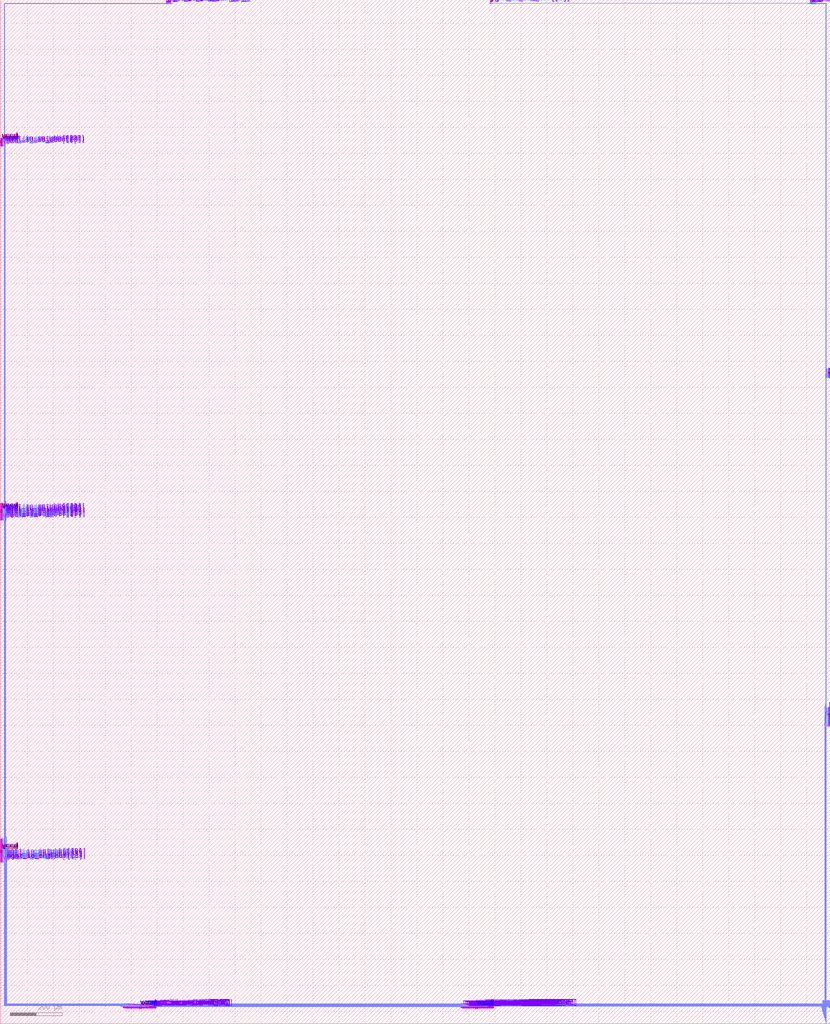
<source format=lef>
VERSION 5.7 ;
  NOWIREEXTENSIONATPIN ON ;
  DIVIDERCHAR "/" ;
  BUSBITCHARS "[]" ;
MACRO gpio_signal_buffering
  CLASS BLOCK ;
  FOREIGN gpio_signal_buffering ;
  ORIGIN -196.760 -1052.250 ;
  SIZE 3194.155 BY 3937.325 ;
  PIN mgmt_io_in_unbuf[18]
    DIRECTION INPUT ;
    USE SIGNAL ;
    ANTENNAGATEAREA 0.742500 ;
    PORT
      LAYER li1 ;
        RECT 2082.940 4983.335 2084.530 4983.535 ;
      LAYER mcon ;
        RECT 2082.940 4983.365 2084.030 4983.535 ;
      LAYER met1 ;
        RECT 2082.880 4983.315 2084.090 4983.575 ;
        RECT 2083.245 4976.235 2083.565 4976.355 ;
        RECT 2079.535 4976.095 2083.565 4976.235 ;
      LAYER via ;
        RECT 2082.940 4983.315 2084.030 4983.575 ;
        RECT 2083.275 4976.095 2083.535 4976.355 ;
      LAYER met2 ;
        RECT 2082.940 4983.285 2084.030 4983.605 ;
        RECT 2083.395 4976.385 2083.535 4983.285 ;
        RECT 2083.275 4976.065 2083.535 4976.385 ;
        RECT 2083.395 4975.645 2083.535 4976.065 ;
    END
  END mgmt_io_in_unbuf[18]
  PIN mgmt_io_out_buf[18]
    DIRECTION OUTPUT ;
    USE SIGNAL ;
    ANTENNADIFFAREA 1.782000 ;
    PORT
      LAYER li1 ;
        RECT 2084.265 4986.965 2084.435 4987.445 ;
        RECT 2085.105 4986.965 2085.275 4987.445 ;
        RECT 2085.945 4986.965 2086.115 4987.445 ;
        RECT 2086.785 4986.965 2086.955 4987.445 ;
        RECT 2084.265 4986.795 2086.955 4986.965 ;
        RECT 2084.265 4986.255 2084.520 4986.795 ;
        RECT 2084.265 4986.085 2086.955 4986.255 ;
        RECT 2084.265 4985.235 2084.435 4986.085 ;
        RECT 2085.105 4985.235 2085.275 4986.085 ;
        RECT 2085.945 4985.235 2086.115 4986.085 ;
        RECT 2086.785 4985.235 2086.955 4986.085 ;
      LAYER mcon ;
        RECT 2084.350 4986.085 2084.520 4986.935 ;
      LAYER met1 ;
        RECT 2084.310 4986.025 2084.570 4986.995 ;
        RECT 2084.215 4975.955 2084.535 4976.075 ;
        RECT 2080.535 4975.815 2084.535 4975.955 ;
      LAYER via ;
        RECT 2084.310 4986.085 2084.570 4986.935 ;
        RECT 2084.245 4975.815 2084.505 4976.075 ;
      LAYER met2 ;
        RECT 2084.280 4986.085 2084.600 4986.935 ;
        RECT 2084.365 4976.105 2084.505 4986.085 ;
        RECT 2084.245 4975.785 2084.505 4976.105 ;
        RECT 2084.365 4975.645 2084.505 4975.785 ;
    END
  END mgmt_io_out_buf[18]
  PIN mgmt_io_out_buf[17]
    DIRECTION OUTPUT ;
    USE SIGNAL ;
    ANTENNADIFFAREA 1.782000 ;
    PORT
      LAYER li1 ;
        RECT 3320.250 4986.555 3320.420 4987.035 ;
        RECT 3321.090 4986.555 3321.260 4987.035 ;
        RECT 3321.930 4986.555 3322.100 4987.035 ;
        RECT 3322.770 4986.555 3322.940 4987.035 ;
        RECT 3320.250 4986.385 3322.940 4986.555 ;
        RECT 3320.250 4985.845 3320.505 4986.385 ;
        RECT 3320.250 4985.675 3322.940 4985.845 ;
        RECT 3320.250 4984.825 3320.420 4985.675 ;
        RECT 3321.090 4984.825 3321.260 4985.675 ;
        RECT 3321.930 4984.825 3322.100 4985.675 ;
        RECT 3322.770 4984.825 3322.940 4985.675 ;
      LAYER mcon ;
        RECT 3320.335 4985.675 3320.505 4986.525 ;
      LAYER met1 ;
        RECT 3320.295 4985.615 3320.555 4986.585 ;
        RECT 3320.200 4975.395 3320.520 4975.515 ;
        RECT 3305.615 4975.255 3320.520 4975.395 ;
      LAYER via ;
        RECT 3320.295 4985.675 3320.555 4986.525 ;
        RECT 3320.230 4975.255 3320.490 4975.515 ;
      LAYER met2 ;
        RECT 3320.265 4985.675 3320.585 4986.525 ;
        RECT 3320.350 4975.545 3320.490 4985.675 ;
        RECT 3320.230 4975.225 3320.490 4975.545 ;
        RECT 3320.350 4973.965 3320.490 4975.225 ;
    END
  END mgmt_io_out_buf[17]
  PIN mgmt_io_out_buf[16]
    DIRECTION OUTPUT ;
    USE SIGNAL ;
    ANTENNADIFFAREA 1.782000 ;
    PORT
      LAYER li1 ;
        RECT 3326.230 4986.555 3326.400 4987.035 ;
        RECT 3327.070 4986.555 3327.240 4987.035 ;
        RECT 3327.910 4986.555 3328.080 4987.035 ;
        RECT 3328.750 4986.555 3328.920 4987.035 ;
        RECT 3326.230 4986.385 3328.920 4986.555 ;
        RECT 3326.230 4985.845 3326.485 4986.385 ;
        RECT 3326.230 4985.675 3328.920 4985.845 ;
        RECT 3326.230 4984.825 3326.400 4985.675 ;
        RECT 3327.070 4984.825 3327.240 4985.675 ;
        RECT 3327.910 4984.825 3328.080 4985.675 ;
        RECT 3328.750 4984.825 3328.920 4985.675 ;
      LAYER mcon ;
        RECT 3326.315 4985.675 3326.485 4986.525 ;
      LAYER met1 ;
        RECT 3326.275 4985.615 3326.535 4986.585 ;
        RECT 3326.180 4974.835 3326.500 4974.955 ;
        RECT 3307.615 4974.695 3326.500 4974.835 ;
      LAYER via ;
        RECT 3326.275 4985.675 3326.535 4986.525 ;
        RECT 3326.210 4974.695 3326.470 4974.955 ;
      LAYER met2 ;
        RECT 3326.245 4985.675 3326.565 4986.525 ;
        RECT 3326.330 4974.985 3326.470 4985.675 ;
        RECT 3326.210 4974.665 3326.470 4974.985 ;
        RECT 3326.330 4973.965 3326.470 4974.665 ;
    END
  END mgmt_io_out_buf[16]
  PIN mgmt_io_in_unbuf[17]
    DIRECTION INPUT ;
    USE SIGNAL ;
    ANTENNAGATEAREA 0.742500 ;
    PORT
      LAYER li1 ;
        RECT 3318.925 4982.925 3320.515 4983.125 ;
      LAYER mcon ;
        RECT 3318.925 4982.955 3320.015 4983.125 ;
      LAYER met1 ;
        RECT 3318.865 4982.905 3320.075 4983.165 ;
        RECT 3319.230 4975.675 3319.550 4975.795 ;
        RECT 3304.615 4975.535 3319.550 4975.675 ;
      LAYER via ;
        RECT 3318.925 4982.905 3320.015 4983.165 ;
        RECT 3319.260 4975.535 3319.520 4975.795 ;
      LAYER met2 ;
        RECT 3318.925 4982.875 3320.015 4983.195 ;
        RECT 3319.380 4975.825 3319.520 4982.875 ;
        RECT 3319.260 4975.505 3319.520 4975.825 ;
        RECT 3319.380 4973.965 3319.520 4975.505 ;
    END
  END mgmt_io_in_unbuf[17]
  PIN mgmt_io_in_unbuf[16]
    DIRECTION INPUT ;
    USE SIGNAL ;
    ANTENNAGATEAREA 0.742500 ;
    PORT
      LAYER li1 ;
        RECT 3324.905 4982.925 3326.495 4983.125 ;
      LAYER mcon ;
        RECT 3324.905 4982.955 3325.995 4983.125 ;
      LAYER met1 ;
        RECT 3324.845 4982.905 3326.055 4983.165 ;
        RECT 3325.210 4975.115 3325.530 4975.235 ;
        RECT 3306.615 4974.975 3325.530 4975.115 ;
      LAYER via ;
        RECT 3324.905 4982.905 3325.995 4983.165 ;
        RECT 3325.240 4974.975 3325.500 4975.235 ;
      LAYER met2 ;
        RECT 3324.905 4982.875 3325.995 4983.195 ;
        RECT 3325.360 4975.265 3325.500 4982.875 ;
        RECT 3325.240 4974.945 3325.500 4975.265 ;
        RECT 3325.360 4973.965 3325.500 4974.945 ;
    END
  END mgmt_io_in_unbuf[16]
  PIN mgmt_io_in_unbuf[15]
    DIRECTION INPUT ;
    USE SIGNAL ;
    ANTENNAGATEAREA 0.742500 ;
    PORT
      LAYER li1 ;
        RECT 3330.885 4982.925 3332.475 4983.125 ;
      LAYER mcon ;
        RECT 3330.885 4982.955 3331.975 4983.125 ;
      LAYER met1 ;
        RECT 3330.825 4982.905 3332.035 4983.165 ;
        RECT 3331.190 4974.555 3331.510 4974.675 ;
        RECT 3308.615 4974.415 3331.510 4974.555 ;
      LAYER via ;
        RECT 3330.885 4982.905 3331.975 4983.165 ;
        RECT 3331.220 4974.415 3331.480 4974.675 ;
      LAYER met2 ;
        RECT 3330.885 4982.875 3331.975 4983.195 ;
        RECT 3331.340 4974.705 3331.480 4982.875 ;
        RECT 3331.220 4974.385 3331.480 4974.705 ;
        RECT 3331.340 4973.965 3331.480 4974.385 ;
    END
  END mgmt_io_in_unbuf[15]
  PIN mgmt_io_out_buf[15]
    DIRECTION OUTPUT ;
    USE SIGNAL ;
    ANTENNADIFFAREA 1.782000 ;
    PORT
      LAYER li1 ;
        RECT 3332.210 4986.555 3332.380 4987.035 ;
        RECT 3333.050 4986.555 3333.220 4987.035 ;
        RECT 3333.890 4986.555 3334.060 4987.035 ;
        RECT 3334.730 4986.555 3334.900 4987.035 ;
        RECT 3332.210 4986.385 3334.900 4986.555 ;
        RECT 3332.210 4985.845 3332.465 4986.385 ;
        RECT 3332.210 4985.675 3334.900 4985.845 ;
        RECT 3332.210 4984.825 3332.380 4985.675 ;
        RECT 3333.050 4984.825 3333.220 4985.675 ;
        RECT 3333.890 4984.825 3334.060 4985.675 ;
        RECT 3334.730 4984.825 3334.900 4985.675 ;
      LAYER mcon ;
        RECT 3332.295 4985.675 3332.465 4986.525 ;
      LAYER met1 ;
        RECT 3332.255 4985.615 3332.515 4986.585 ;
        RECT 3332.160 4974.275 3332.480 4974.395 ;
        RECT 3309.615 4974.135 3332.480 4974.275 ;
      LAYER via ;
        RECT 3332.255 4985.675 3332.515 4986.525 ;
        RECT 3332.190 4974.135 3332.450 4974.395 ;
      LAYER met2 ;
        RECT 3332.225 4985.675 3332.545 4986.525 ;
        RECT 3332.310 4974.425 3332.450 4985.675 ;
        RECT 3332.190 4974.105 3332.450 4974.425 ;
        RECT 3332.310 4973.965 3332.450 4974.105 ;
    END
  END mgmt_io_out_buf[15]
  PIN mgmt_io_in_unbuf[14]
    DIRECTION INPUT ;
    USE SIGNAL ;
    ANTENNAGATEAREA 0.742500 ;
    PORT
      LAYER li1 ;
        RECT 3384.660 3546.780 3384.860 3548.370 ;
      LAYER mcon ;
        RECT 3384.690 3547.280 3384.860 3548.370 ;
      LAYER met1 ;
        RECT 3373.220 3548.065 3373.360 3577.605 ;
        RECT 3373.220 3547.745 3373.480 3548.065 ;
        RECT 3384.640 3547.220 3384.900 3548.430 ;
      LAYER via ;
        RECT 3373.220 3547.775 3373.480 3548.035 ;
        RECT 3384.640 3547.280 3384.900 3548.370 ;
      LAYER met2 ;
        RECT 3373.190 3547.915 3373.510 3548.035 ;
        RECT 3384.610 3547.915 3384.930 3548.370 ;
        RECT 3372.210 3547.775 3384.930 3547.915 ;
        RECT 3384.610 3547.280 3384.930 3547.775 ;
    END
  END mgmt_io_in_unbuf[14]
  PIN mgmt_io_in_unbuf[13]
    DIRECTION INPUT ;
    USE SIGNAL ;
    ANTENNAGATEAREA 0.742500 ;
    PORT
      LAYER li1 ;
        RECT 3384.660 3540.800 3384.860 3542.390 ;
      LAYER mcon ;
        RECT 3384.690 3541.300 3384.860 3542.390 ;
      LAYER met1 ;
        RECT 3372.660 3542.085 3372.800 3575.605 ;
        RECT 3372.660 3541.765 3372.920 3542.085 ;
        RECT 3384.640 3541.240 3384.900 3542.450 ;
      LAYER via ;
        RECT 3372.660 3541.795 3372.920 3542.055 ;
        RECT 3384.640 3541.300 3384.900 3542.390 ;
      LAYER met2 ;
        RECT 3372.630 3541.935 3372.950 3542.055 ;
        RECT 3384.610 3541.935 3384.930 3542.390 ;
        RECT 3372.210 3541.795 3384.930 3541.935 ;
        RECT 3384.610 3541.300 3384.930 3541.795 ;
    END
  END mgmt_io_in_unbuf[13]
  PIN mgmt_io_out_buf[14]
    DIRECTION OUTPUT ;
    USE SIGNAL ;
    ANTENNADIFFAREA 1.782000 ;
    PORT
      LAYER li1 ;
        RECT 3386.560 3546.875 3388.770 3547.045 ;
        RECT 3387.410 3546.790 3388.290 3546.875 ;
        RECT 3387.410 3546.205 3387.580 3546.790 ;
        RECT 3386.560 3546.035 3387.580 3546.205 ;
        RECT 3387.410 3545.365 3387.580 3546.035 ;
        RECT 3386.560 3545.195 3387.580 3545.365 ;
        RECT 3387.410 3544.525 3387.580 3545.195 ;
        RECT 3386.560 3544.355 3387.580 3544.525 ;
        RECT 3388.120 3546.205 3388.290 3546.790 ;
        RECT 3388.120 3546.035 3388.770 3546.205 ;
        RECT 3388.120 3545.365 3388.290 3546.035 ;
        RECT 3388.120 3545.195 3388.770 3545.365 ;
        RECT 3388.120 3544.525 3388.290 3545.195 ;
        RECT 3388.120 3544.355 3388.770 3544.525 ;
      LAYER met1 ;
        RECT 3372.940 3547.095 3373.080 3576.605 ;
        RECT 3372.940 3546.775 3373.200 3547.095 ;
        RECT 3387.350 3546.740 3388.320 3547.000 ;
      LAYER via ;
        RECT 3372.940 3546.805 3373.200 3547.065 ;
        RECT 3387.410 3546.740 3388.260 3547.000 ;
      LAYER met2 ;
        RECT 3372.910 3546.945 3373.230 3547.065 ;
        RECT 3387.410 3546.945 3388.260 3547.030 ;
        RECT 3372.210 3546.805 3388.260 3546.945 ;
        RECT 3387.410 3546.710 3388.260 3546.805 ;
    END
  END mgmt_io_out_buf[14]
  PIN mgmt_io_out_buf[13]
    DIRECTION OUTPUT ;
    USE SIGNAL ;
    ANTENNADIFFAREA 1.782000 ;
    PORT
      LAYER li1 ;
        RECT 3386.560 3540.895 3388.770 3541.065 ;
        RECT 3387.410 3540.810 3388.290 3540.895 ;
        RECT 3387.410 3540.225 3387.580 3540.810 ;
        RECT 3386.560 3540.055 3387.580 3540.225 ;
        RECT 3387.410 3539.385 3387.580 3540.055 ;
        RECT 3386.560 3539.215 3387.580 3539.385 ;
        RECT 3387.410 3538.545 3387.580 3539.215 ;
        RECT 3386.560 3538.375 3387.580 3538.545 ;
        RECT 3388.120 3540.225 3388.290 3540.810 ;
        RECT 3388.120 3540.055 3388.770 3540.225 ;
        RECT 3388.120 3539.385 3388.290 3540.055 ;
        RECT 3388.120 3539.215 3388.770 3539.385 ;
        RECT 3388.120 3538.545 3388.290 3539.215 ;
        RECT 3388.120 3538.375 3388.770 3538.545 ;
      LAYER met1 ;
        RECT 3372.380 3541.115 3372.520 3574.605 ;
        RECT 3372.380 3540.795 3372.640 3541.115 ;
        RECT 3387.350 3540.760 3388.320 3541.020 ;
      LAYER via ;
        RECT 3372.380 3540.825 3372.640 3541.085 ;
        RECT 3387.410 3540.760 3388.260 3541.020 ;
      LAYER met2 ;
        RECT 3372.350 3540.965 3372.670 3541.085 ;
        RECT 3387.410 3540.965 3388.260 3541.050 ;
        RECT 3372.210 3540.825 3388.260 3540.965 ;
        RECT 3387.410 3540.730 3388.260 3540.825 ;
    END
  END mgmt_io_out_buf[13]
  PIN mgmt_io_in_unbuf[12]
    DIRECTION INPUT ;
    USE SIGNAL ;
    ANTENNAGATEAREA 0.742500 ;
    PORT
      LAYER li1 ;
        RECT 3384.660 2230.700 3384.860 2232.290 ;
      LAYER mcon ;
        RECT 3384.690 2231.200 3384.860 2232.290 ;
      LAYER met1 ;
        RECT 3372.100 2231.985 3372.240 2281.275 ;
        RECT 3372.100 2231.665 3372.360 2231.985 ;
        RECT 3384.640 2231.140 3384.900 2232.350 ;
      LAYER via ;
        RECT 3372.100 2231.695 3372.360 2231.955 ;
        RECT 3384.640 2231.200 3384.900 2232.290 ;
      LAYER met2 ;
        RECT 3372.070 2231.835 3372.390 2231.955 ;
        RECT 3384.610 2231.835 3384.930 2232.290 ;
        RECT 3368.850 2231.695 3384.930 2231.835 ;
        RECT 3384.610 2231.200 3384.930 2231.695 ;
    END
  END mgmt_io_in_unbuf[12]
  PIN mgmt_io_in_unbuf[11]
    DIRECTION INPUT ;
    USE SIGNAL ;
    ANTENNAGATEAREA 0.742500 ;
    PORT
      LAYER li1 ;
        RECT 3384.660 2224.720 3384.860 2226.310 ;
      LAYER mcon ;
        RECT 3384.690 2225.220 3384.860 2226.310 ;
      LAYER met1 ;
        RECT 3371.540 2226.005 3371.680 2279.275 ;
        RECT 3371.540 2225.685 3371.800 2226.005 ;
        RECT 3384.640 2225.160 3384.900 2226.370 ;
      LAYER via ;
        RECT 3371.540 2225.715 3371.800 2225.975 ;
        RECT 3384.640 2225.220 3384.900 2226.310 ;
      LAYER met2 ;
        RECT 3371.510 2225.855 3371.830 2225.975 ;
        RECT 3384.610 2225.855 3384.930 2226.310 ;
        RECT 3368.850 2225.715 3384.930 2225.855 ;
        RECT 3384.610 2225.220 3384.930 2225.715 ;
    END
  END mgmt_io_in_unbuf[11]
  PIN mgmt_io_in_unbuf[10]
    DIRECTION INPUT ;
    USE SIGNAL ;
    ANTENNAGATEAREA 0.742500 ;
    PORT
      LAYER li1 ;
        RECT 3384.660 2218.740 3384.860 2220.330 ;
      LAYER mcon ;
        RECT 3384.690 2219.240 3384.860 2220.330 ;
      LAYER met1 ;
        RECT 3370.980 2220.025 3371.120 2277.275 ;
        RECT 3370.980 2219.705 3371.240 2220.025 ;
        RECT 3384.640 2219.180 3384.900 2220.390 ;
      LAYER via ;
        RECT 3370.980 2219.735 3371.240 2219.995 ;
        RECT 3384.640 2219.240 3384.900 2220.330 ;
      LAYER met2 ;
        RECT 3370.950 2219.875 3371.270 2219.995 ;
        RECT 3384.610 2219.875 3384.930 2220.330 ;
        RECT 3368.850 2219.735 3384.930 2219.875 ;
        RECT 3384.610 2219.240 3384.930 2219.735 ;
    END
  END mgmt_io_in_unbuf[10]
  PIN mgmt_io_in_unbuf[9]
    DIRECTION INPUT ;
    USE SIGNAL ;
    ANTENNAGATEAREA 0.742500 ;
    PORT
      LAYER li1 ;
        RECT 3384.660 2212.760 3384.860 2214.350 ;
      LAYER mcon ;
        RECT 3384.690 2213.260 3384.860 2214.350 ;
      LAYER met1 ;
        RECT 3370.420 2214.045 3370.560 2275.275 ;
        RECT 3370.420 2213.725 3370.680 2214.045 ;
        RECT 3384.640 2213.200 3384.900 2214.410 ;
      LAYER via ;
        RECT 3370.420 2213.755 3370.680 2214.015 ;
        RECT 3384.640 2213.260 3384.900 2214.350 ;
      LAYER met2 ;
        RECT 3370.390 2213.895 3370.710 2214.015 ;
        RECT 3384.610 2213.895 3384.930 2214.350 ;
        RECT 3368.850 2213.755 3384.930 2213.895 ;
        RECT 3384.610 2213.260 3384.930 2213.755 ;
    END
  END mgmt_io_in_unbuf[9]
  PIN mgmt_io_in_unbuf[8]
    DIRECTION INPUT ;
    USE SIGNAL ;
    ANTENNAGATEAREA 0.742500 ;
    PORT
      LAYER li1 ;
        RECT 3384.660 2206.780 3384.860 2208.370 ;
      LAYER mcon ;
        RECT 3384.690 2207.280 3384.860 2208.370 ;
      LAYER met1 ;
        RECT 3369.860 2208.065 3370.000 2273.275 ;
        RECT 3369.860 2207.745 3370.120 2208.065 ;
        RECT 3384.640 2207.220 3384.900 2208.430 ;
      LAYER via ;
        RECT 3369.860 2207.775 3370.120 2208.035 ;
        RECT 3384.640 2207.280 3384.900 2208.370 ;
      LAYER met2 ;
        RECT 3369.830 2207.915 3370.150 2208.035 ;
        RECT 3384.610 2207.915 3384.930 2208.370 ;
        RECT 3368.850 2207.775 3384.930 2207.915 ;
        RECT 3384.610 2207.280 3384.930 2207.775 ;
    END
  END mgmt_io_in_unbuf[8]
  PIN mgmt_io_in_unbuf[7]
    DIRECTION INPUT ;
    USE SIGNAL ;
    ANTENNAGATEAREA 0.742500 ;
    PORT
      LAYER li1 ;
        RECT 3384.660 2200.800 3384.860 2202.390 ;
      LAYER mcon ;
        RECT 3384.690 2201.300 3384.860 2202.390 ;
      LAYER met1 ;
        RECT 3369.300 2202.085 3369.440 2271.275 ;
        RECT 3369.300 2201.765 3369.560 2202.085 ;
        RECT 3384.640 2201.240 3384.900 2202.450 ;
      LAYER via ;
        RECT 3369.300 2201.795 3369.560 2202.055 ;
        RECT 3384.640 2201.300 3384.900 2202.390 ;
      LAYER met2 ;
        RECT 3369.270 2201.935 3369.590 2202.055 ;
        RECT 3384.610 2201.935 3384.930 2202.390 ;
        RECT 3368.850 2201.795 3384.930 2201.935 ;
        RECT 3384.610 2201.300 3384.930 2201.795 ;
    END
  END mgmt_io_in_unbuf[7]
  PIN mgmt_io_out_buf[7]
    DIRECTION OUTPUT ;
    USE SIGNAL ;
    ANTENNADIFFAREA 1.782000 ;
    PORT
      LAYER li1 ;
        RECT 3386.560 2200.895 3388.770 2201.065 ;
        RECT 3387.410 2200.810 3388.290 2200.895 ;
        RECT 3387.410 2200.225 3387.580 2200.810 ;
        RECT 3386.560 2200.055 3387.580 2200.225 ;
        RECT 3387.410 2199.385 3387.580 2200.055 ;
        RECT 3386.560 2199.215 3387.580 2199.385 ;
        RECT 3387.410 2198.545 3387.580 2199.215 ;
        RECT 3386.560 2198.375 3387.580 2198.545 ;
        RECT 3388.120 2200.225 3388.290 2200.810 ;
        RECT 3388.120 2200.055 3388.770 2200.225 ;
        RECT 3388.120 2199.385 3388.290 2200.055 ;
        RECT 3388.120 2199.215 3388.770 2199.385 ;
        RECT 3388.120 2198.545 3388.290 2199.215 ;
        RECT 3388.120 2198.375 3388.770 2198.545 ;
      LAYER met1 ;
        RECT 3369.020 2201.115 3369.160 2270.275 ;
        RECT 3369.020 2200.795 3369.280 2201.115 ;
        RECT 3387.350 2200.760 3388.320 2201.020 ;
      LAYER via ;
        RECT 3369.020 2200.825 3369.280 2201.085 ;
        RECT 3387.410 2200.760 3388.260 2201.020 ;
      LAYER met2 ;
        RECT 3368.990 2200.965 3369.310 2201.085 ;
        RECT 3387.410 2200.965 3388.260 2201.050 ;
        RECT 3368.850 2200.825 3388.260 2200.965 ;
        RECT 3387.410 2200.730 3388.260 2200.825 ;
    END
  END mgmt_io_out_buf[7]
  PIN mgmt_io_out_buf[8]
    DIRECTION OUTPUT ;
    USE SIGNAL ;
    ANTENNADIFFAREA 1.782000 ;
    PORT
      LAYER li1 ;
        RECT 3386.560 2206.875 3388.770 2207.045 ;
        RECT 3387.410 2206.790 3388.290 2206.875 ;
        RECT 3387.410 2206.205 3387.580 2206.790 ;
        RECT 3386.560 2206.035 3387.580 2206.205 ;
        RECT 3387.410 2205.365 3387.580 2206.035 ;
        RECT 3386.560 2205.195 3387.580 2205.365 ;
        RECT 3387.410 2204.525 3387.580 2205.195 ;
        RECT 3386.560 2204.355 3387.580 2204.525 ;
        RECT 3388.120 2206.205 3388.290 2206.790 ;
        RECT 3388.120 2206.035 3388.770 2206.205 ;
        RECT 3388.120 2205.365 3388.290 2206.035 ;
        RECT 3388.120 2205.195 3388.770 2205.365 ;
        RECT 3388.120 2204.525 3388.290 2205.195 ;
        RECT 3388.120 2204.355 3388.770 2204.525 ;
      LAYER met1 ;
        RECT 3369.580 2207.095 3369.720 2272.275 ;
        RECT 3369.580 2206.775 3369.840 2207.095 ;
        RECT 3387.350 2206.740 3388.320 2207.000 ;
      LAYER via ;
        RECT 3369.580 2206.805 3369.840 2207.065 ;
        RECT 3387.410 2206.740 3388.260 2207.000 ;
      LAYER met2 ;
        RECT 3369.550 2206.945 3369.870 2207.065 ;
        RECT 3387.410 2206.945 3388.260 2207.030 ;
        RECT 3368.850 2206.805 3388.260 2206.945 ;
        RECT 3387.410 2206.710 3388.260 2206.805 ;
    END
  END mgmt_io_out_buf[8]
  PIN mgmt_io_out_buf[9]
    DIRECTION OUTPUT ;
    USE SIGNAL ;
    ANTENNADIFFAREA 1.782000 ;
    PORT
      LAYER li1 ;
        RECT 3386.560 2212.855 3388.770 2213.025 ;
        RECT 3387.410 2212.770 3388.290 2212.855 ;
        RECT 3387.410 2212.185 3387.580 2212.770 ;
        RECT 3386.560 2212.015 3387.580 2212.185 ;
        RECT 3387.410 2211.345 3387.580 2212.015 ;
        RECT 3386.560 2211.175 3387.580 2211.345 ;
        RECT 3387.410 2210.505 3387.580 2211.175 ;
        RECT 3386.560 2210.335 3387.580 2210.505 ;
        RECT 3388.120 2212.185 3388.290 2212.770 ;
        RECT 3388.120 2212.015 3388.770 2212.185 ;
        RECT 3388.120 2211.345 3388.290 2212.015 ;
        RECT 3388.120 2211.175 3388.770 2211.345 ;
        RECT 3388.120 2210.505 3388.290 2211.175 ;
        RECT 3388.120 2210.335 3388.770 2210.505 ;
      LAYER met1 ;
        RECT 3370.140 2213.075 3370.280 2274.275 ;
        RECT 3370.140 2212.755 3370.400 2213.075 ;
        RECT 3387.350 2212.720 3388.320 2212.980 ;
      LAYER via ;
        RECT 3370.140 2212.785 3370.400 2213.045 ;
        RECT 3387.410 2212.720 3388.260 2212.980 ;
      LAYER met2 ;
        RECT 3370.110 2212.925 3370.430 2213.045 ;
        RECT 3387.410 2212.925 3388.260 2213.010 ;
        RECT 3368.850 2212.785 3388.260 2212.925 ;
        RECT 3387.410 2212.690 3388.260 2212.785 ;
    END
  END mgmt_io_out_buf[9]
  PIN mgmt_io_out_buf[10]
    DIRECTION OUTPUT ;
    USE SIGNAL ;
    ANTENNADIFFAREA 1.782000 ;
    PORT
      LAYER li1 ;
        RECT 3386.560 2218.835 3388.770 2219.005 ;
        RECT 3387.410 2218.750 3388.290 2218.835 ;
        RECT 3387.410 2218.165 3387.580 2218.750 ;
        RECT 3386.560 2217.995 3387.580 2218.165 ;
        RECT 3387.410 2217.325 3387.580 2217.995 ;
        RECT 3386.560 2217.155 3387.580 2217.325 ;
        RECT 3387.410 2216.485 3387.580 2217.155 ;
        RECT 3386.560 2216.315 3387.580 2216.485 ;
        RECT 3388.120 2218.165 3388.290 2218.750 ;
        RECT 3388.120 2217.995 3388.770 2218.165 ;
        RECT 3388.120 2217.325 3388.290 2217.995 ;
        RECT 3388.120 2217.155 3388.770 2217.325 ;
        RECT 3388.120 2216.485 3388.290 2217.155 ;
        RECT 3388.120 2216.315 3388.770 2216.485 ;
      LAYER met1 ;
        RECT 3370.700 2219.055 3370.840 2276.275 ;
        RECT 3370.700 2218.735 3370.960 2219.055 ;
        RECT 3387.350 2218.700 3388.320 2218.960 ;
      LAYER via ;
        RECT 3370.700 2218.765 3370.960 2219.025 ;
        RECT 3387.410 2218.700 3388.260 2218.960 ;
      LAYER met2 ;
        RECT 3370.670 2218.905 3370.990 2219.025 ;
        RECT 3387.410 2218.905 3388.260 2218.990 ;
        RECT 3368.850 2218.765 3388.260 2218.905 ;
        RECT 3387.410 2218.670 3388.260 2218.765 ;
    END
  END mgmt_io_out_buf[10]
  PIN mgmt_io_out_buf[11]
    DIRECTION OUTPUT ;
    USE SIGNAL ;
    ANTENNADIFFAREA 1.782000 ;
    PORT
      LAYER li1 ;
        RECT 3386.560 2224.815 3388.770 2224.985 ;
        RECT 3387.410 2224.730 3388.290 2224.815 ;
        RECT 3387.410 2224.145 3387.580 2224.730 ;
        RECT 3386.560 2223.975 3387.580 2224.145 ;
        RECT 3387.410 2223.305 3387.580 2223.975 ;
        RECT 3386.560 2223.135 3387.580 2223.305 ;
        RECT 3387.410 2222.465 3387.580 2223.135 ;
        RECT 3386.560 2222.295 3387.580 2222.465 ;
        RECT 3388.120 2224.145 3388.290 2224.730 ;
        RECT 3388.120 2223.975 3388.770 2224.145 ;
        RECT 3388.120 2223.305 3388.290 2223.975 ;
        RECT 3388.120 2223.135 3388.770 2223.305 ;
        RECT 3388.120 2222.465 3388.290 2223.135 ;
        RECT 3388.120 2222.295 3388.770 2222.465 ;
      LAYER met1 ;
        RECT 3371.260 2225.035 3371.400 2278.275 ;
        RECT 3371.260 2224.715 3371.520 2225.035 ;
        RECT 3387.350 2224.680 3388.320 2224.940 ;
      LAYER via ;
        RECT 3371.260 2224.745 3371.520 2225.005 ;
        RECT 3387.410 2224.680 3388.260 2224.940 ;
      LAYER met2 ;
        RECT 3371.230 2224.885 3371.550 2225.005 ;
        RECT 3387.410 2224.885 3388.260 2224.970 ;
        RECT 3368.850 2224.745 3388.260 2224.885 ;
        RECT 3387.410 2224.650 3388.260 2224.745 ;
    END
  END mgmt_io_out_buf[11]
  PIN mgmt_io_out_buf[12]
    DIRECTION OUTPUT ;
    USE SIGNAL ;
    ANTENNADIFFAREA 1.782000 ;
    PORT
      LAYER li1 ;
        RECT 3386.560 2230.795 3388.770 2230.965 ;
        RECT 3387.410 2230.710 3388.290 2230.795 ;
        RECT 3387.410 2230.125 3387.580 2230.710 ;
        RECT 3386.560 2229.955 3387.580 2230.125 ;
        RECT 3387.410 2229.285 3387.580 2229.955 ;
        RECT 3386.560 2229.115 3387.580 2229.285 ;
        RECT 3387.410 2228.445 3387.580 2229.115 ;
        RECT 3386.560 2228.275 3387.580 2228.445 ;
        RECT 3388.120 2230.125 3388.290 2230.710 ;
        RECT 3388.120 2229.955 3388.770 2230.125 ;
        RECT 3388.120 2229.285 3388.290 2229.955 ;
        RECT 3388.120 2229.115 3388.770 2229.285 ;
        RECT 3388.120 2228.445 3388.290 2229.115 ;
        RECT 3388.120 2228.275 3388.770 2228.445 ;
      LAYER met1 ;
        RECT 3371.820 2231.015 3371.960 2280.275 ;
        RECT 3371.820 2230.695 3372.080 2231.015 ;
        RECT 3387.350 2230.660 3388.320 2230.920 ;
      LAYER via ;
        RECT 3371.820 2230.725 3372.080 2230.985 ;
        RECT 3387.410 2230.660 3388.260 2230.920 ;
      LAYER met2 ;
        RECT 3371.790 2230.865 3372.110 2230.985 ;
        RECT 3387.410 2230.865 3388.260 2230.950 ;
        RECT 3368.850 2230.725 3388.260 2230.865 ;
        RECT 3387.410 2230.630 3388.260 2230.725 ;
    END
  END mgmt_io_out_buf[12]
  PIN mgmt_io_out_unbuf[7]
    DIRECTION INPUT ;
    USE SIGNAL ;
    ANTENNAGATEAREA 0.742500 ;
    PORT
      LAYER li1 ;
        RECT 3387.750 2196.660 3387.950 2197.760 ;
      LAYER mcon ;
        RECT 3387.750 2196.670 3387.920 2197.760 ;
      LAYER met1 ;
        RECT 3369.040 2196.930 3369.300 2197.250 ;
        RECT 3369.160 1075.250 3369.300 2196.930 ;
        RECT 3387.700 2196.610 3387.960 2197.820 ;
      LAYER via ;
        RECT 3369.040 2196.960 3369.300 2197.220 ;
        RECT 3387.700 2196.670 3387.960 2197.760 ;
      LAYER met2 ;
        RECT 3369.010 2197.100 3369.330 2197.220 ;
        RECT 3387.670 2197.100 3387.990 2197.760 ;
        RECT 3368.850 2196.960 3387.990 2197.100 ;
        RECT 3387.670 2196.670 3387.990 2196.960 ;
    END
  END mgmt_io_out_unbuf[7]
  PIN mgmt_io_out_unbuf[8]
    DIRECTION INPUT ;
    USE SIGNAL ;
    ANTENNAGATEAREA 0.742500 ;
    PORT
      LAYER li1 ;
        RECT 3387.750 2202.640 3387.950 2203.740 ;
      LAYER mcon ;
        RECT 3387.750 2202.650 3387.920 2203.740 ;
      LAYER met1 ;
        RECT 3369.600 2202.910 3369.860 2203.230 ;
        RECT 3369.720 1073.250 3369.860 2202.910 ;
        RECT 3387.700 2202.590 3387.960 2203.800 ;
      LAYER via ;
        RECT 3369.600 2202.940 3369.860 2203.200 ;
        RECT 3387.700 2202.650 3387.960 2203.740 ;
      LAYER met2 ;
        RECT 3369.570 2203.080 3369.890 2203.200 ;
        RECT 3387.670 2203.080 3387.990 2203.740 ;
        RECT 3368.850 2202.940 3387.990 2203.080 ;
        RECT 3387.670 2202.650 3387.990 2202.940 ;
    END
  END mgmt_io_out_unbuf[8]
  PIN mgmt_io_out_unbuf[9]
    DIRECTION INPUT ;
    USE SIGNAL ;
    ANTENNAGATEAREA 0.742500 ;
    PORT
      LAYER li1 ;
        RECT 3387.750 2208.620 3387.950 2209.720 ;
      LAYER mcon ;
        RECT 3387.750 2208.630 3387.920 2209.720 ;
      LAYER met1 ;
        RECT 3370.160 2208.890 3370.420 2209.210 ;
        RECT 3370.280 1071.250 3370.420 2208.890 ;
        RECT 3387.700 2208.570 3387.960 2209.780 ;
      LAYER via ;
        RECT 3370.160 2208.920 3370.420 2209.180 ;
        RECT 3387.700 2208.630 3387.960 2209.720 ;
      LAYER met2 ;
        RECT 3370.130 2209.060 3370.450 2209.180 ;
        RECT 3387.670 2209.060 3387.990 2209.720 ;
        RECT 3368.850 2208.920 3387.990 2209.060 ;
        RECT 3387.670 2208.630 3387.990 2208.920 ;
    END
  END mgmt_io_out_unbuf[9]
  PIN mgmt_io_out_unbuf[10]
    DIRECTION INPUT ;
    USE SIGNAL ;
    ANTENNAGATEAREA 0.742500 ;
    PORT
      LAYER li1 ;
        RECT 3387.750 2214.600 3387.950 2215.700 ;
      LAYER mcon ;
        RECT 3387.750 2214.610 3387.920 2215.700 ;
      LAYER met1 ;
        RECT 3370.720 2214.870 3370.980 2215.190 ;
        RECT 3370.840 1069.250 3370.980 2214.870 ;
        RECT 3387.700 2214.550 3387.960 2215.760 ;
      LAYER via ;
        RECT 3370.720 2214.900 3370.980 2215.160 ;
        RECT 3387.700 2214.610 3387.960 2215.700 ;
      LAYER met2 ;
        RECT 3370.690 2215.040 3371.010 2215.160 ;
        RECT 3387.670 2215.040 3387.990 2215.700 ;
        RECT 3368.850 2214.900 3387.990 2215.040 ;
        RECT 3387.670 2214.610 3387.990 2214.900 ;
    END
  END mgmt_io_out_unbuf[10]
  PIN mgmt_io_out_unbuf[11]
    DIRECTION INPUT ;
    USE SIGNAL ;
    ANTENNAGATEAREA 0.742500 ;
    PORT
      LAYER li1 ;
        RECT 3387.750 2220.580 3387.950 2221.680 ;
      LAYER mcon ;
        RECT 3387.750 2220.590 3387.920 2221.680 ;
      LAYER met1 ;
        RECT 3371.280 2220.850 3371.540 2221.170 ;
        RECT 3371.400 1067.250 3371.540 2220.850 ;
        RECT 3387.700 2220.530 3387.960 2221.740 ;
      LAYER via ;
        RECT 3371.280 2220.880 3371.540 2221.140 ;
        RECT 3387.700 2220.590 3387.960 2221.680 ;
      LAYER met2 ;
        RECT 3371.250 2221.020 3371.570 2221.140 ;
        RECT 3387.670 2221.020 3387.990 2221.680 ;
        RECT 3368.850 2220.880 3387.990 2221.020 ;
        RECT 3387.670 2220.590 3387.990 2220.880 ;
    END
  END mgmt_io_out_unbuf[11]
  PIN mgmt_io_out_unbuf[12]
    DIRECTION INPUT ;
    USE SIGNAL ;
    ANTENNAGATEAREA 0.742500 ;
    PORT
      LAYER li1 ;
        RECT 3387.750 2226.560 3387.950 2227.660 ;
      LAYER mcon ;
        RECT 3387.750 2226.570 3387.920 2227.660 ;
      LAYER met1 ;
        RECT 3371.840 2226.830 3372.100 2227.150 ;
        RECT 3371.960 1065.250 3372.100 2226.830 ;
        RECT 3387.700 2226.510 3387.960 2227.720 ;
      LAYER via ;
        RECT 3371.840 2226.860 3372.100 2227.120 ;
        RECT 3387.700 2226.570 3387.960 2227.660 ;
      LAYER met2 ;
        RECT 3371.810 2227.000 3372.130 2227.120 ;
        RECT 3387.670 2227.000 3387.990 2227.660 ;
        RECT 3368.850 2226.860 3387.990 2227.000 ;
        RECT 3387.670 2226.570 3387.990 2226.860 ;
    END
  END mgmt_io_out_unbuf[12]
  PIN mgmt_io_out_unbuf[13]
    DIRECTION INPUT ;
    USE SIGNAL ;
    ANTENNAGATEAREA 0.742500 ;
    PORT
      LAYER li1 ;
        RECT 3387.750 2232.540 3387.950 2233.640 ;
      LAYER mcon ;
        RECT 3387.750 2232.550 3387.920 2233.640 ;
      LAYER met1 ;
        RECT 3372.400 2232.810 3372.660 2233.130 ;
        RECT 3372.520 1063.250 3372.660 2232.810 ;
        RECT 3387.700 2232.490 3387.960 2233.700 ;
      LAYER via ;
        RECT 3372.400 2232.840 3372.660 2233.100 ;
        RECT 3387.700 2232.550 3387.960 2233.640 ;
      LAYER met2 ;
        RECT 3372.370 2232.980 3372.690 2233.100 ;
        RECT 3387.670 2232.980 3387.990 2233.640 ;
        RECT 3368.850 2232.840 3387.990 2232.980 ;
        RECT 3387.670 2232.550 3387.990 2232.840 ;
    END
  END mgmt_io_out_unbuf[13]
  PIN mgmt_io_out_unbuf[14]
    DIRECTION INPUT ;
    USE SIGNAL ;
    ANTENNAGATEAREA 0.742500 ;
    PORT
      LAYER li1 ;
        RECT 3387.750 2238.520 3387.950 2239.620 ;
      LAYER mcon ;
        RECT 3387.750 2238.530 3387.920 2239.620 ;
      LAYER met1 ;
        RECT 3372.960 2238.790 3373.220 2239.110 ;
        RECT 3373.080 1061.250 3373.220 2238.790 ;
        RECT 3387.700 2238.470 3387.960 2239.680 ;
      LAYER via ;
        RECT 3372.960 2238.820 3373.220 2239.080 ;
        RECT 3387.700 2238.530 3387.960 2239.620 ;
      LAYER met2 ;
        RECT 3372.930 2238.960 3373.250 2239.080 ;
        RECT 3387.670 2238.960 3387.990 2239.620 ;
        RECT 3368.850 2238.820 3387.990 2238.960 ;
        RECT 3387.670 2238.530 3387.990 2238.820 ;
    END
  END mgmt_io_out_unbuf[14]
  PIN mgmt_io_out_unbuf[15]
    DIRECTION INPUT ;
    USE SIGNAL ;
    ANTENNAGATEAREA 0.742500 ;
    PORT
      LAYER li1 ;
        RECT 3387.750 2244.500 3387.950 2245.600 ;
      LAYER mcon ;
        RECT 3387.750 2244.510 3387.920 2245.600 ;
      LAYER met1 ;
        RECT 3373.520 2244.770 3373.780 2245.090 ;
        RECT 3373.640 1059.250 3373.780 2244.770 ;
        RECT 3387.700 2244.450 3387.960 2245.660 ;
      LAYER via ;
        RECT 3373.520 2244.800 3373.780 2245.060 ;
        RECT 3387.700 2244.510 3387.960 2245.600 ;
      LAYER met2 ;
        RECT 3373.490 2244.940 3373.810 2245.060 ;
        RECT 3387.670 2244.940 3387.990 2245.600 ;
        RECT 3368.850 2244.800 3387.990 2244.940 ;
        RECT 3387.670 2244.510 3387.990 2244.800 ;
    END
  END mgmt_io_out_unbuf[15]
  PIN mgmt_io_out_unbuf[16]
    DIRECTION INPUT ;
    USE SIGNAL ;
    ANTENNAGATEAREA 0.742500 ;
    PORT
      LAYER li1 ;
        RECT 3387.750 2250.480 3387.950 2251.580 ;
      LAYER mcon ;
        RECT 3387.750 2250.490 3387.920 2251.580 ;
      LAYER met1 ;
        RECT 3374.080 2250.750 3374.340 2251.070 ;
        RECT 3374.200 1057.250 3374.340 2250.750 ;
        RECT 3387.700 2250.430 3387.960 2251.640 ;
      LAYER via ;
        RECT 3374.080 2250.780 3374.340 2251.040 ;
        RECT 3387.700 2250.490 3387.960 2251.580 ;
      LAYER met2 ;
        RECT 3374.050 2250.920 3374.370 2251.040 ;
        RECT 3387.670 2250.920 3387.990 2251.580 ;
        RECT 3368.850 2250.780 3387.990 2250.920 ;
        RECT 3387.670 2250.490 3387.990 2250.780 ;
    END
  END mgmt_io_out_unbuf[16]
  PIN mgmt_io_out_unbuf[17]
    DIRECTION INPUT ;
    USE SIGNAL ;
    ANTENNAGATEAREA 0.742500 ;
    PORT
      LAYER li1 ;
        RECT 3387.750 2256.460 3387.950 2257.560 ;
      LAYER mcon ;
        RECT 3387.750 2256.470 3387.920 2257.560 ;
      LAYER met1 ;
        RECT 3374.640 2256.730 3374.900 2257.050 ;
        RECT 3374.760 1055.250 3374.900 2256.730 ;
        RECT 3387.700 2256.410 3387.960 2257.620 ;
      LAYER via ;
        RECT 3374.640 2256.760 3374.900 2257.020 ;
        RECT 3387.700 2256.470 3387.960 2257.560 ;
      LAYER met2 ;
        RECT 3374.610 2256.900 3374.930 2257.020 ;
        RECT 3387.670 2256.900 3387.990 2257.560 ;
        RECT 3368.850 2256.760 3387.990 2256.900 ;
        RECT 3387.670 2256.470 3387.990 2256.760 ;
    END
  END mgmt_io_out_unbuf[17]
  PIN mgmt_io_out_unbuf[18]
    DIRECTION INPUT ;
    USE SIGNAL ;
    ANTENNAGATEAREA 0.742500 ;
    PORT
      LAYER li1 ;
        RECT 3387.750 2262.440 3387.950 2263.540 ;
      LAYER mcon ;
        RECT 3387.750 2262.450 3387.920 2263.540 ;
      LAYER met1 ;
        RECT 3375.200 2262.710 3375.460 2263.030 ;
        RECT 3375.320 1053.250 3375.460 2262.710 ;
        RECT 3387.700 2262.390 3387.960 2263.600 ;
      LAYER via ;
        RECT 3375.200 2262.740 3375.460 2263.000 ;
        RECT 3387.700 2262.450 3387.960 2263.540 ;
      LAYER met2 ;
        RECT 3375.170 2262.880 3375.490 2263.000 ;
        RECT 3387.670 2262.880 3387.990 2263.540 ;
        RECT 3368.850 2262.740 3387.990 2262.880 ;
        RECT 3387.670 2262.450 3387.990 2262.740 ;
    END
  END mgmt_io_out_unbuf[18]
  PIN mgmt_io_in_buf[18]
    DIRECTION OUTPUT ;
    USE SIGNAL ;
    ANTENNADIFFAREA 1.782000 ;
    PORT
      LAYER li1 ;
        RECT 3383.840 2265.795 3384.490 2265.965 ;
        RECT 3384.320 2265.125 3384.490 2265.795 ;
        RECT 3383.840 2264.955 3384.490 2265.125 ;
        RECT 3384.320 2264.285 3384.490 2264.955 ;
        RECT 3383.840 2264.115 3384.490 2264.285 ;
        RECT 3384.320 2263.530 3384.490 2264.115 ;
        RECT 3385.030 2265.795 3386.050 2265.965 ;
        RECT 3385.030 2265.125 3385.200 2265.795 ;
        RECT 3385.030 2264.955 3386.050 2265.125 ;
        RECT 3385.030 2264.285 3385.200 2264.955 ;
        RECT 3385.030 2264.115 3386.050 2264.285 ;
        RECT 3385.030 2263.530 3385.200 2264.115 ;
        RECT 3384.320 2263.445 3385.200 2263.530 ;
        RECT 3383.840 2263.275 3386.050 2263.445 ;
      LAYER mcon ;
        RECT 3384.350 2263.360 3385.200 2263.530 ;
      LAYER met1 ;
        RECT 3375.480 2263.330 3375.740 2263.650 ;
        RECT 3375.600 1052.250 3375.740 2263.330 ;
        RECT 3384.290 2263.310 3385.260 2263.570 ;
      LAYER via ;
        RECT 3375.480 2263.360 3375.740 2263.620 ;
        RECT 3384.350 2263.310 3385.200 2263.570 ;
      LAYER met2 ;
        RECT 3375.450 2263.500 3375.770 2263.620 ;
        RECT 3384.350 2263.500 3385.200 2263.600 ;
        RECT 3368.850 2263.360 3385.200 2263.500 ;
        RECT 3384.350 2263.280 3385.200 2263.360 ;
    END
  END mgmt_io_in_buf[18]
  PIN mgmt_io_in_buf[17]
    DIRECTION OUTPUT ;
    USE SIGNAL ;
    ANTENNADIFFAREA 1.782000 ;
    PORT
      LAYER li1 ;
        RECT 3383.840 2259.815 3384.490 2259.985 ;
        RECT 3384.320 2259.145 3384.490 2259.815 ;
        RECT 3383.840 2258.975 3384.490 2259.145 ;
        RECT 3384.320 2258.305 3384.490 2258.975 ;
        RECT 3383.840 2258.135 3384.490 2258.305 ;
        RECT 3384.320 2257.550 3384.490 2258.135 ;
        RECT 3385.030 2259.815 3386.050 2259.985 ;
        RECT 3385.030 2259.145 3385.200 2259.815 ;
        RECT 3385.030 2258.975 3386.050 2259.145 ;
        RECT 3385.030 2258.305 3385.200 2258.975 ;
        RECT 3385.030 2258.135 3386.050 2258.305 ;
        RECT 3385.030 2257.550 3385.200 2258.135 ;
        RECT 3384.320 2257.465 3385.200 2257.550 ;
        RECT 3383.840 2257.295 3386.050 2257.465 ;
      LAYER mcon ;
        RECT 3384.350 2257.380 3385.200 2257.550 ;
      LAYER met1 ;
        RECT 3374.920 2257.350 3375.180 2257.670 ;
        RECT 3375.040 1054.250 3375.180 2257.350 ;
        RECT 3384.290 2257.330 3385.260 2257.590 ;
      LAYER via ;
        RECT 3374.920 2257.380 3375.180 2257.640 ;
        RECT 3384.350 2257.330 3385.200 2257.590 ;
      LAYER met2 ;
        RECT 3374.890 2257.520 3375.210 2257.640 ;
        RECT 3384.350 2257.520 3385.200 2257.620 ;
        RECT 3368.850 2257.380 3385.200 2257.520 ;
        RECT 3384.350 2257.300 3385.200 2257.380 ;
    END
  END mgmt_io_in_buf[17]
  PIN mgmt_io_in_buf[16]
    DIRECTION OUTPUT ;
    USE SIGNAL ;
    ANTENNADIFFAREA 1.782000 ;
    PORT
      LAYER li1 ;
        RECT 3383.840 2253.835 3384.490 2254.005 ;
        RECT 3384.320 2253.165 3384.490 2253.835 ;
        RECT 3383.840 2252.995 3384.490 2253.165 ;
        RECT 3384.320 2252.325 3384.490 2252.995 ;
        RECT 3383.840 2252.155 3384.490 2252.325 ;
        RECT 3384.320 2251.570 3384.490 2252.155 ;
        RECT 3385.030 2253.835 3386.050 2254.005 ;
        RECT 3385.030 2253.165 3385.200 2253.835 ;
        RECT 3385.030 2252.995 3386.050 2253.165 ;
        RECT 3385.030 2252.325 3385.200 2252.995 ;
        RECT 3385.030 2252.155 3386.050 2252.325 ;
        RECT 3385.030 2251.570 3385.200 2252.155 ;
        RECT 3384.320 2251.485 3385.200 2251.570 ;
        RECT 3383.840 2251.315 3386.050 2251.485 ;
      LAYER mcon ;
        RECT 3384.350 2251.400 3385.200 2251.570 ;
      LAYER met1 ;
        RECT 3374.360 2251.370 3374.620 2251.690 ;
        RECT 3374.480 1056.250 3374.620 2251.370 ;
        RECT 3384.290 2251.350 3385.260 2251.610 ;
      LAYER via ;
        RECT 3374.360 2251.400 3374.620 2251.660 ;
        RECT 3384.350 2251.350 3385.200 2251.610 ;
      LAYER met2 ;
        RECT 3374.330 2251.540 3374.650 2251.660 ;
        RECT 3384.350 2251.540 3385.200 2251.640 ;
        RECT 3368.850 2251.400 3385.200 2251.540 ;
        RECT 3384.350 2251.320 3385.200 2251.400 ;
    END
  END mgmt_io_in_buf[16]
  PIN mgmt_io_in_buf[15]
    DIRECTION OUTPUT ;
    USE SIGNAL ;
    ANTENNADIFFAREA 1.782000 ;
    PORT
      LAYER li1 ;
        RECT 3383.840 2247.855 3384.490 2248.025 ;
        RECT 3384.320 2247.185 3384.490 2247.855 ;
        RECT 3383.840 2247.015 3384.490 2247.185 ;
        RECT 3384.320 2246.345 3384.490 2247.015 ;
        RECT 3383.840 2246.175 3384.490 2246.345 ;
        RECT 3384.320 2245.590 3384.490 2246.175 ;
        RECT 3385.030 2247.855 3386.050 2248.025 ;
        RECT 3385.030 2247.185 3385.200 2247.855 ;
        RECT 3385.030 2247.015 3386.050 2247.185 ;
        RECT 3385.030 2246.345 3385.200 2247.015 ;
        RECT 3385.030 2246.175 3386.050 2246.345 ;
        RECT 3385.030 2245.590 3385.200 2246.175 ;
        RECT 3384.320 2245.505 3385.200 2245.590 ;
        RECT 3383.840 2245.335 3386.050 2245.505 ;
      LAYER mcon ;
        RECT 3384.350 2245.420 3385.200 2245.590 ;
      LAYER met1 ;
        RECT 3373.800 2245.390 3374.060 2245.710 ;
        RECT 3373.920 1058.250 3374.060 2245.390 ;
        RECT 3384.290 2245.370 3385.260 2245.630 ;
      LAYER via ;
        RECT 3373.800 2245.420 3374.060 2245.680 ;
        RECT 3384.350 2245.370 3385.200 2245.630 ;
      LAYER met2 ;
        RECT 3373.770 2245.560 3374.090 2245.680 ;
        RECT 3384.350 2245.560 3385.200 2245.660 ;
        RECT 3368.850 2245.420 3385.200 2245.560 ;
        RECT 3384.350 2245.340 3385.200 2245.420 ;
    END
  END mgmt_io_in_buf[15]
  PIN mgmt_io_in_buf[14]
    DIRECTION OUTPUT ;
    USE SIGNAL ;
    ANTENNADIFFAREA 1.782000 ;
    PORT
      LAYER li1 ;
        RECT 3383.840 2241.875 3384.490 2242.045 ;
        RECT 3384.320 2241.205 3384.490 2241.875 ;
        RECT 3383.840 2241.035 3384.490 2241.205 ;
        RECT 3384.320 2240.365 3384.490 2241.035 ;
        RECT 3383.840 2240.195 3384.490 2240.365 ;
        RECT 3384.320 2239.610 3384.490 2240.195 ;
        RECT 3385.030 2241.875 3386.050 2242.045 ;
        RECT 3385.030 2241.205 3385.200 2241.875 ;
        RECT 3385.030 2241.035 3386.050 2241.205 ;
        RECT 3385.030 2240.365 3385.200 2241.035 ;
        RECT 3385.030 2240.195 3386.050 2240.365 ;
        RECT 3385.030 2239.610 3385.200 2240.195 ;
        RECT 3384.320 2239.525 3385.200 2239.610 ;
        RECT 3383.840 2239.355 3386.050 2239.525 ;
      LAYER mcon ;
        RECT 3384.350 2239.440 3385.200 2239.610 ;
      LAYER met1 ;
        RECT 3373.240 2239.410 3373.500 2239.730 ;
        RECT 3373.360 1060.250 3373.500 2239.410 ;
        RECT 3384.290 2239.390 3385.260 2239.650 ;
      LAYER via ;
        RECT 3373.240 2239.440 3373.500 2239.700 ;
        RECT 3384.350 2239.390 3385.200 2239.650 ;
      LAYER met2 ;
        RECT 3373.210 2239.580 3373.530 2239.700 ;
        RECT 3384.350 2239.580 3385.200 2239.680 ;
        RECT 3368.850 2239.440 3385.200 2239.580 ;
        RECT 3384.350 2239.360 3385.200 2239.440 ;
    END
  END mgmt_io_in_buf[14]
  PIN mgmt_io_in_buf[13]
    DIRECTION OUTPUT ;
    USE SIGNAL ;
    ANTENNADIFFAREA 1.782000 ;
    PORT
      LAYER li1 ;
        RECT 3383.840 2235.895 3384.490 2236.065 ;
        RECT 3384.320 2235.225 3384.490 2235.895 ;
        RECT 3383.840 2235.055 3384.490 2235.225 ;
        RECT 3384.320 2234.385 3384.490 2235.055 ;
        RECT 3383.840 2234.215 3384.490 2234.385 ;
        RECT 3384.320 2233.630 3384.490 2234.215 ;
        RECT 3385.030 2235.895 3386.050 2236.065 ;
        RECT 3385.030 2235.225 3385.200 2235.895 ;
        RECT 3385.030 2235.055 3386.050 2235.225 ;
        RECT 3385.030 2234.385 3385.200 2235.055 ;
        RECT 3385.030 2234.215 3386.050 2234.385 ;
        RECT 3385.030 2233.630 3385.200 2234.215 ;
        RECT 3384.320 2233.545 3385.200 2233.630 ;
        RECT 3383.840 2233.375 3386.050 2233.545 ;
      LAYER mcon ;
        RECT 3384.350 2233.460 3385.200 2233.630 ;
      LAYER met1 ;
        RECT 3372.680 2233.430 3372.940 2233.750 ;
        RECT 3372.800 1062.250 3372.940 2233.430 ;
        RECT 3384.290 2233.410 3385.260 2233.670 ;
      LAYER via ;
        RECT 3372.680 2233.460 3372.940 2233.720 ;
        RECT 3384.350 2233.410 3385.200 2233.670 ;
      LAYER met2 ;
        RECT 3372.650 2233.600 3372.970 2233.720 ;
        RECT 3384.350 2233.600 3385.200 2233.700 ;
        RECT 3368.850 2233.460 3385.200 2233.600 ;
        RECT 3384.350 2233.380 3385.200 2233.460 ;
    END
  END mgmt_io_in_buf[13]
  PIN mgmt_io_in_buf[12]
    DIRECTION OUTPUT ;
    USE SIGNAL ;
    ANTENNADIFFAREA 1.782000 ;
    PORT
      LAYER li1 ;
        RECT 3383.840 2229.915 3384.490 2230.085 ;
        RECT 3384.320 2229.245 3384.490 2229.915 ;
        RECT 3383.840 2229.075 3384.490 2229.245 ;
        RECT 3384.320 2228.405 3384.490 2229.075 ;
        RECT 3383.840 2228.235 3384.490 2228.405 ;
        RECT 3384.320 2227.650 3384.490 2228.235 ;
        RECT 3385.030 2229.915 3386.050 2230.085 ;
        RECT 3385.030 2229.245 3385.200 2229.915 ;
        RECT 3385.030 2229.075 3386.050 2229.245 ;
        RECT 3385.030 2228.405 3385.200 2229.075 ;
        RECT 3385.030 2228.235 3386.050 2228.405 ;
        RECT 3385.030 2227.650 3385.200 2228.235 ;
        RECT 3384.320 2227.565 3385.200 2227.650 ;
        RECT 3383.840 2227.395 3386.050 2227.565 ;
      LAYER mcon ;
        RECT 3384.350 2227.480 3385.200 2227.650 ;
      LAYER met1 ;
        RECT 3372.120 2227.450 3372.380 2227.770 ;
        RECT 3372.240 1064.250 3372.380 2227.450 ;
        RECT 3384.290 2227.430 3385.260 2227.690 ;
      LAYER via ;
        RECT 3372.120 2227.480 3372.380 2227.740 ;
        RECT 3384.350 2227.430 3385.200 2227.690 ;
      LAYER met2 ;
        RECT 3372.090 2227.620 3372.410 2227.740 ;
        RECT 3384.350 2227.620 3385.200 2227.720 ;
        RECT 3368.850 2227.480 3385.200 2227.620 ;
        RECT 3384.350 2227.400 3385.200 2227.480 ;
    END
  END mgmt_io_in_buf[12]
  PIN mgmt_io_in_buf[11]
    DIRECTION OUTPUT ;
    USE SIGNAL ;
    ANTENNADIFFAREA 1.782000 ;
    PORT
      LAYER li1 ;
        RECT 3383.840 2223.935 3384.490 2224.105 ;
        RECT 3384.320 2223.265 3384.490 2223.935 ;
        RECT 3383.840 2223.095 3384.490 2223.265 ;
        RECT 3384.320 2222.425 3384.490 2223.095 ;
        RECT 3383.840 2222.255 3384.490 2222.425 ;
        RECT 3384.320 2221.670 3384.490 2222.255 ;
        RECT 3385.030 2223.935 3386.050 2224.105 ;
        RECT 3385.030 2223.265 3385.200 2223.935 ;
        RECT 3385.030 2223.095 3386.050 2223.265 ;
        RECT 3385.030 2222.425 3385.200 2223.095 ;
        RECT 3385.030 2222.255 3386.050 2222.425 ;
        RECT 3385.030 2221.670 3385.200 2222.255 ;
        RECT 3384.320 2221.585 3385.200 2221.670 ;
        RECT 3383.840 2221.415 3386.050 2221.585 ;
      LAYER mcon ;
        RECT 3384.350 2221.500 3385.200 2221.670 ;
      LAYER met1 ;
        RECT 3371.560 2221.470 3371.820 2221.790 ;
        RECT 3371.680 1066.250 3371.820 2221.470 ;
        RECT 3384.290 2221.450 3385.260 2221.710 ;
      LAYER via ;
        RECT 3371.560 2221.500 3371.820 2221.760 ;
        RECT 3384.350 2221.450 3385.200 2221.710 ;
      LAYER met2 ;
        RECT 3371.530 2221.640 3371.850 2221.760 ;
        RECT 3384.350 2221.640 3385.200 2221.740 ;
        RECT 3368.850 2221.500 3385.200 2221.640 ;
        RECT 3384.350 2221.420 3385.200 2221.500 ;
    END
  END mgmt_io_in_buf[11]
  PIN mgmt_io_in_buf[10]
    DIRECTION OUTPUT ;
    USE SIGNAL ;
    ANTENNADIFFAREA 1.782000 ;
    PORT
      LAYER li1 ;
        RECT 3383.840 2217.955 3384.490 2218.125 ;
        RECT 3384.320 2217.285 3384.490 2217.955 ;
        RECT 3383.840 2217.115 3384.490 2217.285 ;
        RECT 3384.320 2216.445 3384.490 2217.115 ;
        RECT 3383.840 2216.275 3384.490 2216.445 ;
        RECT 3384.320 2215.690 3384.490 2216.275 ;
        RECT 3385.030 2217.955 3386.050 2218.125 ;
        RECT 3385.030 2217.285 3385.200 2217.955 ;
        RECT 3385.030 2217.115 3386.050 2217.285 ;
        RECT 3385.030 2216.445 3385.200 2217.115 ;
        RECT 3385.030 2216.275 3386.050 2216.445 ;
        RECT 3385.030 2215.690 3385.200 2216.275 ;
        RECT 3384.320 2215.605 3385.200 2215.690 ;
        RECT 3383.840 2215.435 3386.050 2215.605 ;
      LAYER mcon ;
        RECT 3384.350 2215.520 3385.200 2215.690 ;
      LAYER met1 ;
        RECT 3371.000 2215.490 3371.260 2215.810 ;
        RECT 3371.120 1068.250 3371.260 2215.490 ;
        RECT 3384.290 2215.470 3385.260 2215.730 ;
      LAYER via ;
        RECT 3371.000 2215.520 3371.260 2215.780 ;
        RECT 3384.350 2215.470 3385.200 2215.730 ;
      LAYER met2 ;
        RECT 3370.970 2215.660 3371.290 2215.780 ;
        RECT 3384.350 2215.660 3385.200 2215.760 ;
        RECT 3368.850 2215.520 3385.200 2215.660 ;
        RECT 3384.350 2215.440 3385.200 2215.520 ;
    END
  END mgmt_io_in_buf[10]
  PIN mgmt_io_in_buf[9]
    DIRECTION OUTPUT ;
    USE SIGNAL ;
    ANTENNADIFFAREA 1.782000 ;
    PORT
      LAYER li1 ;
        RECT 3383.840 2211.975 3384.490 2212.145 ;
        RECT 3384.320 2211.305 3384.490 2211.975 ;
        RECT 3383.840 2211.135 3384.490 2211.305 ;
        RECT 3384.320 2210.465 3384.490 2211.135 ;
        RECT 3383.840 2210.295 3384.490 2210.465 ;
        RECT 3384.320 2209.710 3384.490 2210.295 ;
        RECT 3385.030 2211.975 3386.050 2212.145 ;
        RECT 3385.030 2211.305 3385.200 2211.975 ;
        RECT 3385.030 2211.135 3386.050 2211.305 ;
        RECT 3385.030 2210.465 3385.200 2211.135 ;
        RECT 3385.030 2210.295 3386.050 2210.465 ;
        RECT 3385.030 2209.710 3385.200 2210.295 ;
        RECT 3384.320 2209.625 3385.200 2209.710 ;
        RECT 3383.840 2209.455 3386.050 2209.625 ;
      LAYER mcon ;
        RECT 3384.350 2209.540 3385.200 2209.710 ;
      LAYER met1 ;
        RECT 3370.440 2209.510 3370.700 2209.830 ;
        RECT 3370.560 1070.250 3370.700 2209.510 ;
        RECT 3384.290 2209.490 3385.260 2209.750 ;
      LAYER via ;
        RECT 3370.440 2209.540 3370.700 2209.800 ;
        RECT 3384.350 2209.490 3385.200 2209.750 ;
      LAYER met2 ;
        RECT 3370.410 2209.680 3370.730 2209.800 ;
        RECT 3384.350 2209.680 3385.200 2209.780 ;
        RECT 3368.850 2209.540 3385.200 2209.680 ;
        RECT 3384.350 2209.460 3385.200 2209.540 ;
    END
  END mgmt_io_in_buf[9]
  PIN mgmt_io_in_buf[8]
    DIRECTION OUTPUT ;
    USE SIGNAL ;
    ANTENNADIFFAREA 1.782000 ;
    PORT
      LAYER li1 ;
        RECT 3383.840 2205.995 3384.490 2206.165 ;
        RECT 3384.320 2205.325 3384.490 2205.995 ;
        RECT 3383.840 2205.155 3384.490 2205.325 ;
        RECT 3384.320 2204.485 3384.490 2205.155 ;
        RECT 3383.840 2204.315 3384.490 2204.485 ;
        RECT 3384.320 2203.730 3384.490 2204.315 ;
        RECT 3385.030 2205.995 3386.050 2206.165 ;
        RECT 3385.030 2205.325 3385.200 2205.995 ;
        RECT 3385.030 2205.155 3386.050 2205.325 ;
        RECT 3385.030 2204.485 3385.200 2205.155 ;
        RECT 3385.030 2204.315 3386.050 2204.485 ;
        RECT 3385.030 2203.730 3385.200 2204.315 ;
        RECT 3384.320 2203.645 3385.200 2203.730 ;
        RECT 3383.840 2203.475 3386.050 2203.645 ;
      LAYER mcon ;
        RECT 3384.350 2203.560 3385.200 2203.730 ;
      LAYER met1 ;
        RECT 3369.880 2203.530 3370.140 2203.850 ;
        RECT 3370.000 1072.250 3370.140 2203.530 ;
        RECT 3384.290 2203.510 3385.260 2203.770 ;
      LAYER via ;
        RECT 3369.880 2203.560 3370.140 2203.820 ;
        RECT 3384.350 2203.510 3385.200 2203.770 ;
      LAYER met2 ;
        RECT 3369.850 2203.700 3370.170 2203.820 ;
        RECT 3384.350 2203.700 3385.200 2203.800 ;
        RECT 3368.850 2203.560 3385.200 2203.700 ;
        RECT 3384.350 2203.480 3385.200 2203.560 ;
    END
  END mgmt_io_in_buf[8]
  PIN mgmt_io_in_buf[7]
    DIRECTION OUTPUT ;
    USE SIGNAL ;
    ANTENNADIFFAREA 1.782000 ;
    PORT
      LAYER li1 ;
        RECT 3383.840 2200.015 3384.490 2200.185 ;
        RECT 3384.320 2199.345 3384.490 2200.015 ;
        RECT 3383.840 2199.175 3384.490 2199.345 ;
        RECT 3384.320 2198.505 3384.490 2199.175 ;
        RECT 3383.840 2198.335 3384.490 2198.505 ;
        RECT 3384.320 2197.750 3384.490 2198.335 ;
        RECT 3385.030 2200.015 3386.050 2200.185 ;
        RECT 3385.030 2199.345 3385.200 2200.015 ;
        RECT 3385.030 2199.175 3386.050 2199.345 ;
        RECT 3385.030 2198.505 3385.200 2199.175 ;
        RECT 3385.030 2198.335 3386.050 2198.505 ;
        RECT 3385.030 2197.750 3385.200 2198.335 ;
        RECT 3384.320 2197.665 3385.200 2197.750 ;
        RECT 3383.840 2197.495 3386.050 2197.665 ;
      LAYER mcon ;
        RECT 3384.350 2197.580 3385.200 2197.750 ;
      LAYER met1 ;
        RECT 3369.320 2197.550 3369.580 2197.870 ;
        RECT 3369.440 1074.250 3369.580 2197.550 ;
        RECT 3384.290 2197.530 3385.260 2197.790 ;
      LAYER via ;
        RECT 3369.320 2197.580 3369.580 2197.840 ;
        RECT 3384.350 2197.530 3385.200 2197.790 ;
      LAYER met2 ;
        RECT 3369.290 2197.720 3369.610 2197.840 ;
        RECT 3384.350 2197.720 3385.200 2197.820 ;
        RECT 3368.850 2197.580 3385.200 2197.720 ;
        RECT 3384.350 2197.500 3385.200 2197.580 ;
    END
  END mgmt_io_in_buf[7]
  PIN mgmt_io_in_unbuf[19]
    DIRECTION INPUT ;
    USE SIGNAL ;
    ANTENNAGATEAREA 0.742500 ;
    PORT
      LAYER li1 ;
        RECT 851.350 4981.710 852.940 4981.910 ;
      LAYER mcon ;
        RECT 851.850 4981.740 852.940 4981.910 ;
      LAYER met1 ;
        RECT 851.790 4981.690 853.000 4981.950 ;
        RECT 852.315 4977.145 852.635 4977.265 ;
        RECT 852.315 4977.005 860.545 4977.145 ;
      LAYER via ;
        RECT 851.850 4981.690 852.940 4981.950 ;
        RECT 852.345 4977.005 852.605 4977.265 ;
      LAYER met2 ;
        RECT 851.850 4981.660 852.940 4981.980 ;
        RECT 852.345 4977.295 852.485 4981.660 ;
        RECT 852.345 4976.975 852.605 4977.295 ;
        RECT 852.345 4975.520 852.485 4976.975 ;
    END
  END mgmt_io_in_unbuf[19]
  PIN mgmt_io_in_unbuf[20]
    DIRECTION INPUT ;
    USE SIGNAL ;
    ANTENNAGATEAREA 0.742500 ;
    PORT
      LAYER li1 ;
        RECT 845.370 4981.710 846.960 4981.910 ;
      LAYER mcon ;
        RECT 845.870 4981.740 846.960 4981.910 ;
      LAYER met1 ;
        RECT 845.810 4981.690 847.020 4981.950 ;
        RECT 846.215 4976.585 846.535 4976.705 ;
        RECT 846.215 4976.445 858.555 4976.585 ;
      LAYER via ;
        RECT 845.870 4981.690 846.960 4981.950 ;
        RECT 846.245 4976.445 846.505 4976.705 ;
      LAYER met2 ;
        RECT 845.870 4981.660 846.960 4981.980 ;
        RECT 846.365 4976.735 846.505 4981.660 ;
        RECT 846.245 4976.415 846.505 4976.735 ;
        RECT 846.365 4975.520 846.505 4976.415 ;
    END
  END mgmt_io_in_unbuf[20]
  PIN mgmt_io_in_unbuf[21]
    DIRECTION INPUT ;
    USE SIGNAL ;
    ANTENNAGATEAREA 0.742500 ;
    PORT
      LAYER li1 ;
        RECT 839.390 4981.710 840.980 4981.910 ;
      LAYER mcon ;
        RECT 839.890 4981.740 840.980 4981.910 ;
      LAYER met1 ;
        RECT 839.830 4981.690 841.040 4981.950 ;
        RECT 840.355 4976.025 840.675 4976.145 ;
        RECT 840.355 4975.885 856.550 4976.025 ;
      LAYER via ;
        RECT 839.890 4981.690 840.980 4981.950 ;
        RECT 840.385 4975.885 840.645 4976.145 ;
      LAYER met2 ;
        RECT 839.890 4981.660 840.980 4981.980 ;
        RECT 840.385 4976.175 840.525 4981.660 ;
        RECT 840.385 4975.855 840.645 4976.175 ;
        RECT 840.385 4975.520 840.525 4975.855 ;
    END
  END mgmt_io_in_unbuf[21]
  PIN mgmt_io_out_buf[21]
    DIRECTION OUTPUT ;
    USE SIGNAL ;
    ANTENNADIFFAREA 1.782000 ;
    PORT
      LAYER li1 ;
        RECT 836.965 4985.340 837.135 4985.820 ;
        RECT 837.805 4985.340 837.975 4985.820 ;
        RECT 838.645 4985.340 838.815 4985.820 ;
        RECT 839.485 4985.340 839.655 4985.820 ;
        RECT 836.965 4985.170 839.655 4985.340 ;
        RECT 839.400 4984.630 839.655 4985.170 ;
        RECT 836.965 4984.460 839.655 4984.630 ;
        RECT 836.965 4983.610 837.135 4984.460 ;
        RECT 837.805 4983.610 837.975 4984.460 ;
        RECT 838.645 4983.610 838.815 4984.460 ;
        RECT 839.485 4983.610 839.655 4984.460 ;
      LAYER mcon ;
        RECT 839.400 4984.460 839.570 4985.310 ;
      LAYER met1 ;
        RECT 839.350 4984.400 839.610 4985.370 ;
        RECT 839.385 4975.745 839.705 4975.865 ;
        RECT 839.385 4975.605 855.550 4975.745 ;
      LAYER via ;
        RECT 839.350 4984.460 839.610 4985.310 ;
        RECT 839.415 4975.605 839.675 4975.865 ;
      LAYER met2 ;
        RECT 839.320 4984.460 839.640 4985.310 ;
        RECT 839.415 4975.895 839.555 4984.460 ;
        RECT 839.415 4975.575 839.675 4975.895 ;
        RECT 839.415 4975.520 839.555 4975.575 ;
    END
  END mgmt_io_out_buf[21]
  PIN mgmt_io_out_buf[20]
    DIRECTION OUTPUT ;
    USE SIGNAL ;
    ANTENNADIFFAREA 1.782000 ;
    PORT
      LAYER li1 ;
        RECT 842.945 4985.340 843.115 4985.820 ;
        RECT 843.785 4985.340 843.955 4985.820 ;
        RECT 844.625 4985.340 844.795 4985.820 ;
        RECT 845.465 4985.340 845.635 4985.820 ;
        RECT 842.945 4985.170 845.635 4985.340 ;
        RECT 845.380 4984.630 845.635 4985.170 ;
        RECT 842.945 4984.460 845.635 4984.630 ;
        RECT 842.945 4983.610 843.115 4984.460 ;
        RECT 843.785 4983.610 843.955 4984.460 ;
        RECT 844.625 4983.610 844.795 4984.460 ;
        RECT 845.465 4983.610 845.635 4984.460 ;
      LAYER mcon ;
        RECT 845.380 4984.460 845.550 4985.310 ;
      LAYER met1 ;
        RECT 845.330 4984.400 845.590 4985.370 ;
        RECT 845.365 4976.305 845.685 4976.425 ;
        RECT 845.365 4976.165 857.555 4976.305 ;
      LAYER via ;
        RECT 845.330 4984.460 845.590 4985.310 ;
        RECT 845.395 4976.165 845.655 4976.425 ;
      LAYER met2 ;
        RECT 845.300 4984.460 845.620 4985.310 ;
        RECT 845.395 4976.455 845.535 4984.460 ;
        RECT 845.395 4976.135 845.655 4976.455 ;
        RECT 845.395 4975.520 845.535 4976.135 ;
    END
  END mgmt_io_out_buf[20]
  PIN mgmt_io_out_buf[19]
    DIRECTION OUTPUT ;
    USE SIGNAL ;
    ANTENNADIFFAREA 1.782000 ;
    PORT
      LAYER li1 ;
        RECT 848.925 4985.340 849.095 4985.820 ;
        RECT 849.765 4985.340 849.935 4985.820 ;
        RECT 850.605 4985.340 850.775 4985.820 ;
        RECT 851.445 4985.340 851.615 4985.820 ;
        RECT 848.925 4985.170 851.615 4985.340 ;
        RECT 851.360 4984.630 851.615 4985.170 ;
        RECT 848.925 4984.460 851.615 4984.630 ;
        RECT 848.925 4983.610 849.095 4984.460 ;
        RECT 849.765 4983.610 849.935 4984.460 ;
        RECT 850.605 4983.610 850.775 4984.460 ;
        RECT 851.445 4983.610 851.615 4984.460 ;
      LAYER mcon ;
        RECT 851.360 4984.460 851.530 4985.310 ;
      LAYER met1 ;
        RECT 851.310 4984.400 851.570 4985.370 ;
        RECT 851.345 4976.865 851.665 4976.985 ;
        RECT 851.345 4976.725 859.545 4976.865 ;
      LAYER via ;
        RECT 851.310 4984.460 851.570 4985.310 ;
        RECT 851.375 4976.725 851.635 4976.985 ;
      LAYER met2 ;
        RECT 851.280 4984.460 851.600 4985.310 ;
        RECT 851.375 4977.015 851.515 4984.460 ;
        RECT 851.375 4976.695 851.635 4977.015 ;
        RECT 851.375 4975.520 851.515 4976.695 ;
    END
  END mgmt_io_out_buf[19]
  PIN mgmt_io_out_buf[22]
    DIRECTION OUTPUT ;
    USE SIGNAL ;
    ANTENNADIFFAREA 1.782000 ;
    PORT
      LAYER li1 ;
        RECT 198.900 4437.655 201.110 4437.825 ;
        RECT 199.380 4437.570 200.260 4437.655 ;
        RECT 199.380 4436.985 199.550 4437.570 ;
        RECT 198.900 4436.815 199.550 4436.985 ;
        RECT 199.380 4436.145 199.550 4436.815 ;
        RECT 198.900 4435.975 199.550 4436.145 ;
        RECT 199.380 4435.305 199.550 4435.975 ;
        RECT 198.900 4435.135 199.550 4435.305 ;
        RECT 200.090 4436.985 200.260 4437.570 ;
        RECT 200.090 4436.815 201.110 4436.985 ;
        RECT 200.090 4436.145 200.260 4436.815 ;
        RECT 200.090 4435.975 201.110 4436.145 ;
        RECT 200.090 4435.305 200.260 4435.975 ;
        RECT 200.090 4435.135 201.110 4435.305 ;
      LAYER mcon ;
        RECT 199.410 4437.570 200.260 4437.740 ;
      LAYER met1 ;
        RECT 214.415 4437.875 214.555 4461.585 ;
        RECT 199.350 4437.520 200.320 4437.780 ;
        RECT 214.295 4437.555 214.555 4437.875 ;
      LAYER via ;
        RECT 199.410 4437.520 200.260 4437.780 ;
        RECT 214.295 4437.585 214.555 4437.845 ;
      LAYER met2 ;
        RECT 199.410 4437.725 200.260 4437.810 ;
        RECT 214.265 4437.725 214.585 4437.845 ;
        RECT 199.410 4437.585 215.175 4437.725 ;
        RECT 199.410 4437.490 200.260 4437.585 ;
    END
  END mgmt_io_out_buf[22]
  PIN mgmt_io_out_buf[23]
    DIRECTION OUTPUT ;
    USE SIGNAL ;
    ANTENNADIFFAREA 1.782000 ;
    PORT
      LAYER li1 ;
        RECT 198.900 4431.675 201.110 4431.845 ;
        RECT 199.380 4431.590 200.260 4431.675 ;
        RECT 199.380 4431.005 199.550 4431.590 ;
        RECT 198.900 4430.835 199.550 4431.005 ;
        RECT 199.380 4430.165 199.550 4430.835 ;
        RECT 198.900 4429.995 199.550 4430.165 ;
        RECT 199.380 4429.325 199.550 4429.995 ;
        RECT 198.900 4429.155 199.550 4429.325 ;
        RECT 200.090 4431.005 200.260 4431.590 ;
        RECT 200.090 4430.835 201.110 4431.005 ;
        RECT 200.090 4430.165 200.260 4430.835 ;
        RECT 200.090 4429.995 201.110 4430.165 ;
        RECT 200.090 4429.325 200.260 4429.995 ;
        RECT 200.090 4429.155 201.110 4429.325 ;
      LAYER mcon ;
        RECT 199.410 4431.590 200.260 4431.760 ;
      LAYER met1 ;
        RECT 214.975 4431.895 215.115 4459.585 ;
        RECT 199.350 4431.540 200.320 4431.800 ;
        RECT 214.855 4431.575 215.115 4431.895 ;
      LAYER via ;
        RECT 199.410 4431.540 200.260 4431.800 ;
        RECT 214.855 4431.605 215.115 4431.865 ;
      LAYER met2 ;
        RECT 199.410 4431.745 200.260 4431.830 ;
        RECT 214.825 4431.745 215.145 4431.865 ;
        RECT 199.410 4431.605 215.175 4431.745 ;
        RECT 199.410 4431.510 200.260 4431.605 ;
    END
  END mgmt_io_out_buf[23]
  PIN mgmt_io_in_unbuf[23]
    DIRECTION INPUT ;
    USE SIGNAL ;
    ANTENNAGATEAREA 0.742500 ;
    PORT
      LAYER li1 ;
        RECT 202.810 4431.580 203.010 4433.170 ;
      LAYER mcon ;
        RECT 202.810 4432.080 202.980 4433.170 ;
      LAYER met1 ;
        RECT 202.770 4432.020 203.030 4433.230 ;
        RECT 214.695 4432.865 214.835 4460.585 ;
        RECT 214.575 4432.545 214.835 4432.865 ;
      LAYER via ;
        RECT 202.770 4432.080 203.030 4433.170 ;
        RECT 214.575 4432.575 214.835 4432.835 ;
      LAYER met2 ;
        RECT 202.740 4432.715 203.060 4433.170 ;
        RECT 214.545 4432.715 214.865 4432.835 ;
        RECT 202.740 4432.575 215.175 4432.715 ;
        RECT 202.740 4432.080 203.060 4432.575 ;
    END
  END mgmt_io_in_unbuf[23]
  PIN mgmt_io_in_unbuf[22]
    DIRECTION INPUT ;
    USE SIGNAL ;
    ANTENNAGATEAREA 0.742500 ;
    PORT
      LAYER li1 ;
        RECT 202.810 4437.560 203.010 4439.150 ;
      LAYER mcon ;
        RECT 202.810 4438.060 202.980 4439.150 ;
      LAYER met1 ;
        RECT 202.770 4438.000 203.030 4439.210 ;
        RECT 214.135 4438.725 214.275 4462.585 ;
        RECT 214.015 4438.405 214.275 4438.725 ;
      LAYER via ;
        RECT 202.770 4438.060 203.030 4439.150 ;
        RECT 214.015 4438.435 214.275 4438.695 ;
      LAYER met2 ;
        RECT 202.740 4438.695 203.060 4439.150 ;
        RECT 202.740 4438.555 215.175 4438.695 ;
        RECT 202.740 4438.060 203.060 4438.555 ;
        RECT 213.985 4438.435 214.305 4438.555 ;
    END
  END mgmt_io_in_unbuf[22]
  PIN mgmt_io_out_buf[24]
    DIRECTION OUTPUT ;
    USE SIGNAL ;
    ANTENNADIFFAREA 1.782000 ;
    PORT
      LAYER li1 ;
        RECT 199.025 3022.465 201.235 3022.635 ;
        RECT 199.505 3022.380 200.385 3022.465 ;
        RECT 199.505 3021.795 199.675 3022.380 ;
        RECT 199.025 3021.625 199.675 3021.795 ;
        RECT 199.505 3020.955 199.675 3021.625 ;
        RECT 199.025 3020.785 199.675 3020.955 ;
        RECT 199.505 3020.115 199.675 3020.785 ;
        RECT 199.025 3019.945 199.675 3020.115 ;
        RECT 200.215 3021.795 200.385 3022.380 ;
        RECT 200.215 3021.625 201.235 3021.795 ;
        RECT 200.215 3020.955 200.385 3021.625 ;
        RECT 200.215 3020.785 201.235 3020.955 ;
        RECT 200.215 3020.115 200.385 3020.785 ;
        RECT 200.215 3019.945 201.235 3020.115 ;
      LAYER mcon ;
        RECT 199.535 3022.380 200.385 3022.550 ;
      LAYER met1 ;
        RECT 215.395 3022.685 215.535 3066.780 ;
        RECT 199.475 3022.330 200.445 3022.590 ;
        RECT 215.275 3022.365 215.535 3022.685 ;
      LAYER via ;
        RECT 199.535 3022.330 200.385 3022.590 ;
        RECT 215.275 3022.395 215.535 3022.655 ;
      LAYER met2 ;
        RECT 199.535 3022.535 200.385 3022.620 ;
        RECT 215.245 3022.535 215.565 3022.655 ;
        RECT 199.535 3022.395 218.400 3022.535 ;
        RECT 199.535 3022.300 200.385 3022.395 ;
    END
  END mgmt_io_out_buf[24]
  PIN mgmt_io_out_buf[25]
    DIRECTION OUTPUT ;
    USE SIGNAL ;
    ANTENNADIFFAREA 1.782000 ;
    PORT
      LAYER li1 ;
        RECT 199.025 3016.485 201.235 3016.655 ;
        RECT 199.505 3016.400 200.385 3016.485 ;
        RECT 199.505 3015.815 199.675 3016.400 ;
        RECT 199.025 3015.645 199.675 3015.815 ;
        RECT 199.505 3014.975 199.675 3015.645 ;
        RECT 199.025 3014.805 199.675 3014.975 ;
        RECT 199.505 3014.135 199.675 3014.805 ;
        RECT 199.025 3013.965 199.675 3014.135 ;
        RECT 200.215 3015.815 200.385 3016.400 ;
        RECT 200.215 3015.645 201.235 3015.815 ;
        RECT 200.215 3014.975 200.385 3015.645 ;
        RECT 200.215 3014.805 201.235 3014.975 ;
        RECT 200.215 3014.135 200.385 3014.805 ;
        RECT 200.215 3013.965 201.235 3014.135 ;
      LAYER mcon ;
        RECT 199.535 3016.400 200.385 3016.570 ;
      LAYER met1 ;
        RECT 215.955 3016.705 216.095 3064.780 ;
        RECT 199.475 3016.350 200.445 3016.610 ;
        RECT 215.835 3016.385 216.095 3016.705 ;
      LAYER via ;
        RECT 199.535 3016.350 200.385 3016.610 ;
        RECT 215.835 3016.415 216.095 3016.675 ;
      LAYER met2 ;
        RECT 199.535 3016.555 200.385 3016.640 ;
        RECT 215.805 3016.555 216.125 3016.675 ;
        RECT 199.535 3016.415 218.400 3016.555 ;
        RECT 199.535 3016.320 200.385 3016.415 ;
    END
  END mgmt_io_out_buf[25]
  PIN mgmt_io_out_buf[26]
    DIRECTION OUTPUT ;
    USE SIGNAL ;
    ANTENNADIFFAREA 1.782000 ;
    PORT
      LAYER li1 ;
        RECT 199.025 3010.505 201.235 3010.675 ;
        RECT 199.505 3010.420 200.385 3010.505 ;
        RECT 199.505 3009.835 199.675 3010.420 ;
        RECT 199.025 3009.665 199.675 3009.835 ;
        RECT 199.505 3008.995 199.675 3009.665 ;
        RECT 199.025 3008.825 199.675 3008.995 ;
        RECT 199.505 3008.155 199.675 3008.825 ;
        RECT 199.025 3007.985 199.675 3008.155 ;
        RECT 200.215 3009.835 200.385 3010.420 ;
        RECT 200.215 3009.665 201.235 3009.835 ;
        RECT 200.215 3008.995 200.385 3009.665 ;
        RECT 200.215 3008.825 201.235 3008.995 ;
        RECT 200.215 3008.155 200.385 3008.825 ;
        RECT 200.215 3007.985 201.235 3008.155 ;
      LAYER mcon ;
        RECT 199.535 3010.420 200.385 3010.590 ;
      LAYER met1 ;
        RECT 216.515 3010.725 216.655 3062.780 ;
        RECT 199.475 3010.370 200.445 3010.630 ;
        RECT 216.395 3010.405 216.655 3010.725 ;
      LAYER via ;
        RECT 199.535 3010.370 200.385 3010.630 ;
        RECT 216.395 3010.435 216.655 3010.695 ;
      LAYER met2 ;
        RECT 199.535 3010.575 200.385 3010.660 ;
        RECT 216.365 3010.575 216.685 3010.695 ;
        RECT 199.535 3010.435 218.400 3010.575 ;
        RECT 199.535 3010.340 200.385 3010.435 ;
    END
  END mgmt_io_out_buf[26]
  PIN mgmt_io_out_buf[27]
    DIRECTION OUTPUT ;
    USE SIGNAL ;
    ANTENNADIFFAREA 1.782000 ;
    PORT
      LAYER li1 ;
        RECT 199.025 3004.525 201.235 3004.695 ;
        RECT 199.505 3004.440 200.385 3004.525 ;
        RECT 199.505 3003.855 199.675 3004.440 ;
        RECT 199.025 3003.685 199.675 3003.855 ;
        RECT 199.505 3003.015 199.675 3003.685 ;
        RECT 199.025 3002.845 199.675 3003.015 ;
        RECT 199.505 3002.175 199.675 3002.845 ;
        RECT 199.025 3002.005 199.675 3002.175 ;
        RECT 200.215 3003.855 200.385 3004.440 ;
        RECT 200.215 3003.685 201.235 3003.855 ;
        RECT 200.215 3003.015 200.385 3003.685 ;
        RECT 200.215 3002.845 201.235 3003.015 ;
        RECT 200.215 3002.175 200.385 3002.845 ;
        RECT 200.215 3002.005 201.235 3002.175 ;
      LAYER mcon ;
        RECT 199.535 3004.440 200.385 3004.610 ;
      LAYER met1 ;
        RECT 217.075 3004.745 217.215 3060.780 ;
        RECT 199.475 3004.390 200.445 3004.650 ;
        RECT 216.955 3004.425 217.215 3004.745 ;
      LAYER via ;
        RECT 199.535 3004.390 200.385 3004.650 ;
        RECT 216.955 3004.455 217.215 3004.715 ;
      LAYER met2 ;
        RECT 199.535 3004.595 200.385 3004.680 ;
        RECT 216.925 3004.595 217.245 3004.715 ;
        RECT 199.535 3004.455 218.400 3004.595 ;
        RECT 199.535 3004.360 200.385 3004.455 ;
    END
  END mgmt_io_out_buf[27]
  PIN mgmt_io_out_buf[28]
    DIRECTION OUTPUT ;
    USE SIGNAL ;
    ANTENNADIFFAREA 1.782000 ;
    PORT
      LAYER li1 ;
        RECT 199.025 2998.545 201.235 2998.715 ;
        RECT 199.505 2998.460 200.385 2998.545 ;
        RECT 199.505 2997.875 199.675 2998.460 ;
        RECT 199.025 2997.705 199.675 2997.875 ;
        RECT 199.505 2997.035 199.675 2997.705 ;
        RECT 199.025 2996.865 199.675 2997.035 ;
        RECT 199.505 2996.195 199.675 2996.865 ;
        RECT 199.025 2996.025 199.675 2996.195 ;
        RECT 200.215 2997.875 200.385 2998.460 ;
        RECT 200.215 2997.705 201.235 2997.875 ;
        RECT 200.215 2997.035 200.385 2997.705 ;
        RECT 200.215 2996.865 201.235 2997.035 ;
        RECT 200.215 2996.195 200.385 2996.865 ;
        RECT 200.215 2996.025 201.235 2996.195 ;
      LAYER mcon ;
        RECT 199.535 2998.460 200.385 2998.630 ;
      LAYER met1 ;
        RECT 217.635 2998.765 217.775 3058.780 ;
        RECT 199.475 2998.410 200.445 2998.670 ;
        RECT 217.515 2998.445 217.775 2998.765 ;
      LAYER via ;
        RECT 199.535 2998.410 200.385 2998.670 ;
        RECT 217.515 2998.475 217.775 2998.735 ;
      LAYER met2 ;
        RECT 199.535 2998.615 200.385 2998.700 ;
        RECT 217.485 2998.615 217.805 2998.735 ;
        RECT 199.535 2998.475 218.400 2998.615 ;
        RECT 199.535 2998.380 200.385 2998.475 ;
    END
  END mgmt_io_out_buf[28]
  PIN mgmt_io_out_buf[29]
    DIRECTION OUTPUT ;
    USE SIGNAL ;
    ANTENNADIFFAREA 1.782000 ;
    PORT
      LAYER li1 ;
        RECT 199.025 2992.565 201.235 2992.735 ;
        RECT 199.505 2992.480 200.385 2992.565 ;
        RECT 199.505 2991.895 199.675 2992.480 ;
        RECT 199.025 2991.725 199.675 2991.895 ;
        RECT 199.505 2991.055 199.675 2991.725 ;
        RECT 199.025 2990.885 199.675 2991.055 ;
        RECT 199.505 2990.215 199.675 2990.885 ;
        RECT 199.025 2990.045 199.675 2990.215 ;
        RECT 200.215 2991.895 200.385 2992.480 ;
        RECT 200.215 2991.725 201.235 2991.895 ;
        RECT 200.215 2991.055 200.385 2991.725 ;
        RECT 200.215 2990.885 201.235 2991.055 ;
        RECT 200.215 2990.215 200.385 2990.885 ;
        RECT 200.215 2990.045 201.235 2990.215 ;
      LAYER mcon ;
        RECT 199.535 2992.480 200.385 2992.650 ;
      LAYER met1 ;
        RECT 218.195 2992.785 218.335 3056.780 ;
        RECT 199.475 2992.430 200.445 2992.690 ;
        RECT 218.075 2992.465 218.335 2992.785 ;
      LAYER via ;
        RECT 199.535 2992.430 200.385 2992.690 ;
        RECT 218.075 2992.495 218.335 2992.755 ;
      LAYER met2 ;
        RECT 199.535 2992.635 200.385 2992.720 ;
        RECT 218.045 2992.635 218.365 2992.755 ;
        RECT 199.535 2992.495 218.400 2992.635 ;
        RECT 199.535 2992.400 200.385 2992.495 ;
    END
  END mgmt_io_out_buf[29]
  PIN mgmt_io_in_unbuf[29]
    DIRECTION INPUT ;
    USE SIGNAL ;
    ANTENNAGATEAREA 0.742500 ;
    PORT
      LAYER li1 ;
        RECT 202.935 2992.470 203.135 2994.060 ;
      LAYER mcon ;
        RECT 202.935 2992.970 203.105 2994.060 ;
      LAYER met1 ;
        RECT 202.895 2992.910 203.155 2994.120 ;
        RECT 217.915 2993.755 218.055 3057.780 ;
        RECT 217.795 2993.435 218.055 2993.755 ;
      LAYER via ;
        RECT 202.895 2992.970 203.155 2994.060 ;
        RECT 217.795 2993.465 218.055 2993.725 ;
      LAYER met2 ;
        RECT 202.865 2993.605 203.185 2994.060 ;
        RECT 217.765 2993.605 218.085 2993.725 ;
        RECT 202.865 2993.465 218.400 2993.605 ;
        RECT 202.865 2992.970 203.185 2993.465 ;
    END
  END mgmt_io_in_unbuf[29]
  PIN mgmt_io_in_unbuf[28]
    DIRECTION INPUT ;
    USE SIGNAL ;
    ANTENNAGATEAREA 0.742500 ;
    PORT
      LAYER li1 ;
        RECT 202.935 2998.450 203.135 3000.040 ;
      LAYER mcon ;
        RECT 202.935 2998.950 203.105 3000.040 ;
      LAYER met1 ;
        RECT 202.895 2998.890 203.155 3000.100 ;
        RECT 217.355 2999.735 217.495 3059.780 ;
        RECT 217.235 2999.415 217.495 2999.735 ;
      LAYER via ;
        RECT 202.895 2998.950 203.155 3000.040 ;
        RECT 217.235 2999.445 217.495 2999.705 ;
      LAYER met2 ;
        RECT 202.865 2999.585 203.185 3000.040 ;
        RECT 217.205 2999.585 217.525 2999.705 ;
        RECT 202.865 2999.445 218.400 2999.585 ;
        RECT 202.865 2998.950 203.185 2999.445 ;
    END
  END mgmt_io_in_unbuf[28]
  PIN mgmt_io_in_unbuf[27]
    DIRECTION INPUT ;
    USE SIGNAL ;
    ANTENNAGATEAREA 0.742500 ;
    PORT
      LAYER li1 ;
        RECT 202.935 3004.430 203.135 3006.020 ;
      LAYER mcon ;
        RECT 202.935 3004.930 203.105 3006.020 ;
      LAYER met1 ;
        RECT 202.895 3004.870 203.155 3006.080 ;
        RECT 216.795 3005.715 216.935 3061.780 ;
        RECT 216.675 3005.395 216.935 3005.715 ;
      LAYER via ;
        RECT 202.895 3004.930 203.155 3006.020 ;
        RECT 216.675 3005.425 216.935 3005.685 ;
      LAYER met2 ;
        RECT 202.865 3005.565 203.185 3006.020 ;
        RECT 216.645 3005.565 216.965 3005.685 ;
        RECT 202.865 3005.425 218.400 3005.565 ;
        RECT 202.865 3004.930 203.185 3005.425 ;
    END
  END mgmt_io_in_unbuf[27]
  PIN mgmt_io_in_unbuf[26]
    DIRECTION INPUT ;
    USE SIGNAL ;
    ANTENNAGATEAREA 0.742500 ;
    PORT
      LAYER li1 ;
        RECT 202.935 3010.410 203.135 3012.000 ;
      LAYER mcon ;
        RECT 202.935 3010.910 203.105 3012.000 ;
      LAYER met1 ;
        RECT 202.895 3010.850 203.155 3012.060 ;
        RECT 216.235 3011.695 216.375 3063.780 ;
        RECT 216.115 3011.375 216.375 3011.695 ;
      LAYER via ;
        RECT 202.895 3010.910 203.155 3012.000 ;
        RECT 216.115 3011.405 216.375 3011.665 ;
      LAYER met2 ;
        RECT 202.865 3011.545 203.185 3012.000 ;
        RECT 216.085 3011.545 216.405 3011.665 ;
        RECT 202.865 3011.405 218.400 3011.545 ;
        RECT 202.865 3010.910 203.185 3011.405 ;
    END
  END mgmt_io_in_unbuf[26]
  PIN mgmt_io_in_unbuf[25]
    DIRECTION INPUT ;
    USE SIGNAL ;
    ANTENNAGATEAREA 0.742500 ;
    PORT
      LAYER li1 ;
        RECT 202.935 3016.390 203.135 3017.980 ;
      LAYER mcon ;
        RECT 202.935 3016.890 203.105 3017.980 ;
      LAYER met1 ;
        RECT 202.895 3016.830 203.155 3018.040 ;
        RECT 215.675 3017.675 215.815 3065.780 ;
        RECT 215.555 3017.355 215.815 3017.675 ;
      LAYER via ;
        RECT 202.895 3016.890 203.155 3017.980 ;
        RECT 215.555 3017.385 215.815 3017.645 ;
      LAYER met2 ;
        RECT 202.865 3017.525 203.185 3017.980 ;
        RECT 215.525 3017.525 215.845 3017.645 ;
        RECT 202.865 3017.385 218.400 3017.525 ;
        RECT 202.865 3016.890 203.185 3017.385 ;
    END
  END mgmt_io_in_unbuf[25]
  PIN mgmt_io_in_unbuf[24]
    DIRECTION INPUT ;
    USE SIGNAL ;
    ANTENNAGATEAREA 0.742500 ;
    PORT
      LAYER li1 ;
        RECT 202.935 3022.370 203.135 3023.960 ;
      LAYER mcon ;
        RECT 202.935 3022.870 203.105 3023.960 ;
      LAYER met1 ;
        RECT 202.895 3022.810 203.155 3024.020 ;
        RECT 215.115 3023.655 215.255 3067.780 ;
        RECT 214.995 3023.335 215.255 3023.655 ;
      LAYER via ;
        RECT 202.895 3022.870 203.155 3023.960 ;
        RECT 214.995 3023.365 215.255 3023.625 ;
      LAYER met2 ;
        RECT 202.865 3023.505 203.185 3023.960 ;
        RECT 214.965 3023.505 215.285 3023.625 ;
        RECT 202.865 3023.365 218.400 3023.505 ;
        RECT 202.865 3022.870 203.185 3023.365 ;
    END
  END mgmt_io_in_unbuf[24]
  PIN mgmt_io_out_buf[30]
    DIRECTION OUTPUT ;
    USE SIGNAL ;
    ANTENNADIFFAREA 1.782000 ;
    PORT
      LAYER li1 ;
        RECT 199.135 1695.680 201.345 1695.850 ;
        RECT 199.615 1695.595 200.495 1695.680 ;
        RECT 199.615 1695.010 199.785 1695.595 ;
        RECT 199.135 1694.840 199.785 1695.010 ;
        RECT 199.615 1694.170 199.785 1694.840 ;
        RECT 199.135 1694.000 199.785 1694.170 ;
        RECT 199.615 1693.330 199.785 1694.000 ;
        RECT 199.135 1693.160 199.785 1693.330 ;
        RECT 200.325 1695.010 200.495 1695.595 ;
        RECT 200.325 1694.840 201.345 1695.010 ;
        RECT 200.325 1694.170 200.495 1694.840 ;
        RECT 200.325 1694.000 201.345 1694.170 ;
        RECT 200.325 1693.330 200.495 1694.000 ;
        RECT 200.325 1693.160 201.345 1693.330 ;
      LAYER mcon ;
        RECT 199.645 1695.595 200.495 1695.765 ;
      LAYER met1 ;
        RECT 218.615 1695.900 218.755 1772.650 ;
        RECT 199.585 1695.545 200.555 1695.805 ;
        RECT 218.495 1695.580 218.755 1695.900 ;
      LAYER via ;
        RECT 199.645 1695.545 200.495 1695.805 ;
        RECT 218.495 1695.610 218.755 1695.870 ;
      LAYER met2 ;
        RECT 199.645 1695.750 200.495 1695.835 ;
        RECT 218.465 1695.750 218.785 1695.870 ;
        RECT 199.645 1695.610 220.540 1695.750 ;
        RECT 199.645 1695.515 200.495 1695.610 ;
    END
  END mgmt_io_out_buf[30]
  PIN mgmt_io_out_buf[31]
    DIRECTION OUTPUT ;
    USE SIGNAL ;
    ANTENNADIFFAREA 1.782000 ;
    PORT
      LAYER li1 ;
        RECT 199.135 1689.700 201.345 1689.870 ;
        RECT 199.615 1689.615 200.495 1689.700 ;
        RECT 199.615 1689.030 199.785 1689.615 ;
        RECT 199.135 1688.860 199.785 1689.030 ;
        RECT 199.615 1688.190 199.785 1688.860 ;
        RECT 199.135 1688.020 199.785 1688.190 ;
        RECT 199.615 1687.350 199.785 1688.020 ;
        RECT 199.135 1687.180 199.785 1687.350 ;
        RECT 200.325 1689.030 200.495 1689.615 ;
        RECT 200.325 1688.860 201.345 1689.030 ;
        RECT 200.325 1688.190 200.495 1688.860 ;
        RECT 200.325 1688.020 201.345 1688.190 ;
        RECT 200.325 1687.350 200.495 1688.020 ;
        RECT 200.325 1687.180 201.345 1687.350 ;
      LAYER mcon ;
        RECT 199.645 1689.615 200.495 1689.785 ;
      LAYER met1 ;
        RECT 219.175 1689.920 219.315 1770.650 ;
        RECT 199.585 1689.565 200.555 1689.825 ;
        RECT 219.055 1689.600 219.315 1689.920 ;
      LAYER via ;
        RECT 199.645 1689.565 200.495 1689.825 ;
        RECT 219.055 1689.630 219.315 1689.890 ;
      LAYER met2 ;
        RECT 199.645 1689.770 200.495 1689.855 ;
        RECT 219.025 1689.770 219.345 1689.890 ;
        RECT 199.645 1689.630 220.540 1689.770 ;
        RECT 199.645 1689.535 200.495 1689.630 ;
    END
  END mgmt_io_out_buf[31]
  PIN mgmt_io_out_buf[32]
    DIRECTION OUTPUT ;
    USE SIGNAL ;
    ANTENNADIFFAREA 1.782000 ;
    PORT
      LAYER li1 ;
        RECT 199.135 1683.720 201.345 1683.890 ;
        RECT 199.615 1683.635 200.495 1683.720 ;
        RECT 199.615 1683.050 199.785 1683.635 ;
        RECT 199.135 1682.880 199.785 1683.050 ;
        RECT 199.615 1682.210 199.785 1682.880 ;
        RECT 199.135 1682.040 199.785 1682.210 ;
        RECT 199.615 1681.370 199.785 1682.040 ;
        RECT 199.135 1681.200 199.785 1681.370 ;
        RECT 200.325 1683.050 200.495 1683.635 ;
        RECT 200.325 1682.880 201.345 1683.050 ;
        RECT 200.325 1682.210 200.495 1682.880 ;
        RECT 200.325 1682.040 201.345 1682.210 ;
        RECT 200.325 1681.370 200.495 1682.040 ;
        RECT 200.325 1681.200 201.345 1681.370 ;
      LAYER mcon ;
        RECT 199.645 1683.635 200.495 1683.805 ;
      LAYER met1 ;
        RECT 219.735 1683.940 219.875 1768.650 ;
        RECT 199.585 1683.585 200.555 1683.845 ;
        RECT 219.615 1683.620 219.875 1683.940 ;
      LAYER via ;
        RECT 199.645 1683.585 200.495 1683.845 ;
        RECT 219.615 1683.650 219.875 1683.910 ;
      LAYER met2 ;
        RECT 199.645 1683.790 200.495 1683.875 ;
        RECT 219.585 1683.790 219.905 1683.910 ;
        RECT 199.645 1683.650 220.540 1683.790 ;
        RECT 199.645 1683.555 200.495 1683.650 ;
    END
  END mgmt_io_out_buf[32]
  PIN mgmt_io_out_buf[33]
    DIRECTION OUTPUT ;
    USE SIGNAL ;
    ANTENNADIFFAREA 1.782000 ;
    PORT
      LAYER li1 ;
        RECT 199.135 1677.740 201.345 1677.910 ;
        RECT 199.615 1677.655 200.495 1677.740 ;
        RECT 199.615 1677.070 199.785 1677.655 ;
        RECT 199.135 1676.900 199.785 1677.070 ;
        RECT 199.615 1676.230 199.785 1676.900 ;
        RECT 199.135 1676.060 199.785 1676.230 ;
        RECT 199.615 1675.390 199.785 1676.060 ;
        RECT 199.135 1675.220 199.785 1675.390 ;
        RECT 200.325 1677.070 200.495 1677.655 ;
        RECT 200.325 1676.900 201.345 1677.070 ;
        RECT 200.325 1676.230 200.495 1676.900 ;
        RECT 200.325 1676.060 201.345 1676.230 ;
        RECT 200.325 1675.390 200.495 1676.060 ;
        RECT 200.325 1675.220 201.345 1675.390 ;
      LAYER mcon ;
        RECT 199.645 1677.655 200.495 1677.825 ;
      LAYER met1 ;
        RECT 220.295 1677.960 220.435 1766.650 ;
        RECT 199.585 1677.605 200.555 1677.865 ;
        RECT 220.175 1677.640 220.435 1677.960 ;
      LAYER via ;
        RECT 199.645 1677.605 200.495 1677.865 ;
        RECT 220.175 1677.670 220.435 1677.930 ;
      LAYER met2 ;
        RECT 199.645 1677.810 200.495 1677.895 ;
        RECT 220.145 1677.810 220.465 1677.930 ;
        RECT 199.645 1677.670 220.540 1677.810 ;
        RECT 199.645 1677.575 200.495 1677.670 ;
    END
  END mgmt_io_out_buf[33]
  PIN mgmt_io_in_unbuf[33]
    DIRECTION INPUT ;
    USE SIGNAL ;
    ANTENNAGATEAREA 0.742500 ;
    PORT
      LAYER li1 ;
        RECT 203.045 1677.645 203.245 1679.235 ;
      LAYER mcon ;
        RECT 203.045 1678.145 203.215 1679.235 ;
      LAYER met1 ;
        RECT 203.005 1678.085 203.265 1679.295 ;
        RECT 220.015 1678.930 220.155 1767.650 ;
        RECT 219.895 1678.610 220.155 1678.930 ;
      LAYER via ;
        RECT 203.005 1678.145 203.265 1679.235 ;
        RECT 219.895 1678.640 220.155 1678.900 ;
      LAYER met2 ;
        RECT 202.975 1678.780 203.295 1679.235 ;
        RECT 219.865 1678.780 220.185 1678.900 ;
        RECT 202.975 1678.640 220.540 1678.780 ;
        RECT 202.975 1678.145 203.295 1678.640 ;
    END
  END mgmt_io_in_unbuf[33]
  PIN mgmt_io_in_unbuf[32]
    DIRECTION INPUT ;
    USE SIGNAL ;
    ANTENNAGATEAREA 0.742500 ;
    PORT
      LAYER li1 ;
        RECT 203.045 1683.625 203.245 1685.215 ;
      LAYER mcon ;
        RECT 203.045 1684.125 203.215 1685.215 ;
      LAYER met1 ;
        RECT 203.005 1684.065 203.265 1685.275 ;
        RECT 219.455 1684.790 219.595 1769.650 ;
        RECT 219.335 1684.470 219.595 1684.790 ;
      LAYER via ;
        RECT 203.005 1684.125 203.265 1685.215 ;
        RECT 219.335 1684.500 219.595 1684.760 ;
      LAYER met2 ;
        RECT 202.975 1684.760 203.295 1685.215 ;
        RECT 202.975 1684.620 220.540 1684.760 ;
        RECT 202.975 1684.125 203.295 1684.620 ;
        RECT 219.305 1684.500 219.625 1684.620 ;
    END
  END mgmt_io_in_unbuf[32]
  PIN mgmt_io_in_unbuf[31]
    DIRECTION INPUT ;
    USE SIGNAL ;
    ANTENNAGATEAREA 0.742500 ;
    PORT
      LAYER li1 ;
        RECT 203.045 1689.605 203.245 1691.195 ;
      LAYER mcon ;
        RECT 203.045 1690.105 203.215 1691.195 ;
      LAYER met1 ;
        RECT 203.005 1690.045 203.265 1691.255 ;
        RECT 218.895 1690.890 219.035 1771.650 ;
        RECT 218.775 1690.570 219.035 1690.890 ;
      LAYER via ;
        RECT 203.005 1690.105 203.265 1691.195 ;
        RECT 218.775 1690.600 219.035 1690.860 ;
      LAYER met2 ;
        RECT 202.975 1690.740 203.295 1691.195 ;
        RECT 218.745 1690.740 219.065 1690.860 ;
        RECT 202.975 1690.600 220.540 1690.740 ;
        RECT 202.975 1690.105 203.295 1690.600 ;
    END
  END mgmt_io_in_unbuf[31]
  PIN mgmt_io_in_unbuf[30]
    DIRECTION INPUT ;
    USE SIGNAL ;
    ANTENNAGATEAREA 0.742500 ;
    PORT
      LAYER li1 ;
        RECT 203.045 1695.585 203.245 1697.175 ;
      LAYER mcon ;
        RECT 203.045 1696.085 203.215 1697.175 ;
      LAYER met1 ;
        RECT 203.005 1696.025 203.265 1697.235 ;
        RECT 218.335 1696.870 218.475 1773.650 ;
        RECT 218.215 1696.550 218.475 1696.870 ;
      LAYER via ;
        RECT 203.005 1696.085 203.265 1697.175 ;
        RECT 218.215 1696.580 218.475 1696.840 ;
      LAYER met2 ;
        RECT 202.975 1696.720 203.295 1697.175 ;
        RECT 218.185 1696.720 218.505 1696.840 ;
        RECT 202.975 1696.580 220.540 1696.720 ;
        RECT 202.975 1696.085 203.295 1696.580 ;
    END
  END mgmt_io_in_unbuf[30]
  PIN mgmt_io_out_buf[34]
    DIRECTION OUTPUT ;
    USE SIGNAL ;
    ANTENNADIFFAREA 1.782000 ;
    PORT
      LAYER li1 ;
        RECT 760.135 1116.390 760.305 1116.870 ;
        RECT 760.975 1116.390 761.145 1116.870 ;
        RECT 761.815 1116.390 761.985 1116.870 ;
        RECT 762.655 1116.390 762.825 1116.870 ;
        RECT 760.135 1116.220 762.825 1116.390 ;
        RECT 760.135 1115.680 760.390 1116.220 ;
        RECT 760.135 1115.510 762.825 1115.680 ;
        RECT 760.135 1114.660 760.305 1115.510 ;
        RECT 760.975 1114.660 761.145 1115.510 ;
        RECT 761.815 1114.660 761.985 1115.510 ;
        RECT 762.655 1114.660 762.825 1115.510 ;
      LAYER mcon ;
        RECT 760.220 1115.510 760.390 1116.360 ;
      LAYER met1 ;
        RECT 760.190 1120.980 760.510 1121.100 ;
        RECT 655.615 1120.840 760.510 1120.980 ;
        RECT 760.170 1115.450 760.430 1116.420 ;
      LAYER via ;
        RECT 760.220 1120.840 760.480 1121.100 ;
        RECT 760.170 1115.510 760.430 1116.360 ;
      LAYER met2 ;
        RECT 760.220 1121.130 760.360 1129.625 ;
        RECT 760.220 1120.810 760.480 1121.130 ;
        RECT 760.220 1116.360 760.360 1120.810 ;
        RECT 760.140 1115.510 760.460 1116.360 ;
    END
  END mgmt_io_out_buf[34]
  PIN mgmt_io_out_buf[35]
    DIRECTION OUTPUT ;
    USE SIGNAL ;
    ANTENNADIFFAREA 1.782000 ;
    PORT
      LAYER li1 ;
        RECT 766.115 1116.390 766.285 1116.870 ;
        RECT 766.955 1116.390 767.125 1116.870 ;
        RECT 767.795 1116.390 767.965 1116.870 ;
        RECT 768.635 1116.390 768.805 1116.870 ;
        RECT 766.115 1116.220 768.805 1116.390 ;
        RECT 766.115 1115.680 766.370 1116.220 ;
        RECT 766.115 1115.510 768.805 1115.680 ;
        RECT 766.115 1114.660 766.285 1115.510 ;
        RECT 766.955 1114.660 767.125 1115.510 ;
        RECT 767.795 1114.660 767.965 1115.510 ;
        RECT 768.635 1114.660 768.805 1115.510 ;
      LAYER mcon ;
        RECT 766.200 1115.510 766.370 1116.360 ;
      LAYER met1 ;
        RECT 766.170 1120.420 766.490 1120.540 ;
        RECT 657.615 1120.280 766.490 1120.420 ;
        RECT 766.150 1115.450 766.410 1116.420 ;
      LAYER via ;
        RECT 766.200 1120.280 766.460 1120.540 ;
        RECT 766.150 1115.510 766.410 1116.360 ;
      LAYER met2 ;
        RECT 766.200 1120.570 766.340 1129.625 ;
        RECT 766.200 1120.250 766.460 1120.570 ;
        RECT 766.200 1116.360 766.340 1120.250 ;
        RECT 766.120 1115.510 766.440 1116.360 ;
    END
  END mgmt_io_out_buf[35]
  PIN mgmt_io_out_buf[36]
    DIRECTION OUTPUT ;
    USE SIGNAL ;
    ANTENNADIFFAREA 1.782000 ;
    PORT
      LAYER li1 ;
        RECT 772.095 1116.390 772.265 1116.870 ;
        RECT 772.935 1116.390 773.105 1116.870 ;
        RECT 773.775 1116.390 773.945 1116.870 ;
        RECT 774.615 1116.390 774.785 1116.870 ;
        RECT 772.095 1116.220 774.785 1116.390 ;
        RECT 772.095 1115.680 772.350 1116.220 ;
        RECT 772.095 1115.510 774.785 1115.680 ;
        RECT 772.095 1114.660 772.265 1115.510 ;
        RECT 772.935 1114.660 773.105 1115.510 ;
        RECT 773.775 1114.660 773.945 1115.510 ;
        RECT 774.615 1114.660 774.785 1115.510 ;
      LAYER mcon ;
        RECT 772.180 1115.510 772.350 1116.360 ;
      LAYER met1 ;
        RECT 772.150 1119.860 772.470 1119.980 ;
        RECT 659.615 1119.720 772.470 1119.860 ;
        RECT 772.130 1115.450 772.390 1116.420 ;
      LAYER via ;
        RECT 772.180 1119.720 772.440 1119.980 ;
        RECT 772.130 1115.510 772.390 1116.360 ;
      LAYER met2 ;
        RECT 772.180 1120.010 772.320 1129.625 ;
        RECT 772.180 1119.690 772.440 1120.010 ;
        RECT 772.180 1116.360 772.320 1119.690 ;
        RECT 772.100 1115.510 772.420 1116.360 ;
    END
  END mgmt_io_out_buf[36]
  PIN mgmt_io_out_buf[37]
    DIRECTION OUTPUT ;
    USE SIGNAL ;
    ANTENNADIFFAREA 1.782000 ;
    PORT
      LAYER li1 ;
        RECT 778.075 1116.390 778.245 1116.870 ;
        RECT 778.915 1116.390 779.085 1116.870 ;
        RECT 779.755 1116.390 779.925 1116.870 ;
        RECT 780.595 1116.390 780.765 1116.870 ;
        RECT 778.075 1116.220 780.765 1116.390 ;
        RECT 778.075 1115.680 778.330 1116.220 ;
        RECT 778.075 1115.510 780.765 1115.680 ;
        RECT 778.075 1114.660 778.245 1115.510 ;
        RECT 778.915 1114.660 779.085 1115.510 ;
        RECT 779.755 1114.660 779.925 1115.510 ;
        RECT 780.595 1114.660 780.765 1115.510 ;
      LAYER mcon ;
        RECT 778.160 1115.510 778.330 1116.360 ;
      LAYER met1 ;
        RECT 778.130 1119.300 778.450 1119.420 ;
        RECT 661.615 1119.160 778.450 1119.300 ;
        RECT 778.110 1115.450 778.370 1116.420 ;
      LAYER via ;
        RECT 778.160 1119.160 778.420 1119.420 ;
        RECT 778.110 1115.510 778.370 1116.360 ;
      LAYER met2 ;
        RECT 778.160 1119.450 778.300 1129.625 ;
        RECT 778.160 1119.130 778.420 1119.450 ;
        RECT 778.160 1116.360 778.300 1119.130 ;
        RECT 778.080 1115.510 778.400 1116.360 ;
    END
  END mgmt_io_out_buf[37]
  PIN mgmt_io_in_unbuf[37]
    DIRECTION INPUT ;
    USE SIGNAL ;
    ANTENNAGATEAREA 0.742500 ;
    PORT
      LAYER li1 ;
        RECT 783.220 1112.760 784.320 1112.960 ;
      LAYER mcon ;
        RECT 783.230 1112.790 784.320 1112.960 ;
      LAYER met1 ;
        RECT 783.490 1119.020 783.810 1119.140 ;
        RECT 662.615 1118.880 783.810 1119.020 ;
        RECT 783.170 1112.750 784.380 1113.010 ;
      LAYER via ;
        RECT 783.520 1118.880 783.780 1119.140 ;
        RECT 783.230 1112.750 784.320 1113.010 ;
      LAYER met2 ;
        RECT 783.520 1119.170 783.660 1129.625 ;
        RECT 783.520 1118.850 783.780 1119.170 ;
        RECT 783.520 1113.040 783.660 1118.850 ;
        RECT 783.230 1112.720 784.320 1113.040 ;
    END
  END mgmt_io_in_unbuf[37]
  PIN mgmt_io_in_unbuf[36]
    DIRECTION INPUT ;
    USE SIGNAL ;
    ANTENNAGATEAREA 0.742500 ;
    PORT
      LAYER li1 ;
        RECT 777.240 1112.760 778.340 1112.960 ;
      LAYER mcon ;
        RECT 777.250 1112.790 778.340 1112.960 ;
      LAYER met1 ;
        RECT 777.510 1119.580 777.830 1119.700 ;
        RECT 660.615 1119.440 777.830 1119.580 ;
        RECT 777.190 1112.750 778.400 1113.010 ;
      LAYER via ;
        RECT 777.540 1119.440 777.800 1119.700 ;
        RECT 777.250 1112.750 778.340 1113.010 ;
      LAYER met2 ;
        RECT 777.540 1119.730 777.680 1129.625 ;
        RECT 777.540 1119.410 777.800 1119.730 ;
        RECT 777.540 1113.040 777.680 1119.410 ;
        RECT 777.250 1112.720 778.340 1113.040 ;
    END
  END mgmt_io_in_unbuf[36]
  PIN mgmt_io_in_unbuf[35]
    DIRECTION INPUT ;
    USE SIGNAL ;
    ANTENNAGATEAREA 0.742500 ;
    PORT
      LAYER li1 ;
        RECT 771.260 1112.760 772.360 1112.960 ;
      LAYER mcon ;
        RECT 771.270 1112.790 772.360 1112.960 ;
      LAYER met1 ;
        RECT 771.530 1120.140 771.850 1120.260 ;
        RECT 658.615 1120.000 771.850 1120.140 ;
        RECT 771.210 1112.750 772.420 1113.010 ;
      LAYER via ;
        RECT 771.560 1120.000 771.820 1120.260 ;
        RECT 771.270 1112.750 772.360 1113.010 ;
      LAYER met2 ;
        RECT 771.560 1120.290 771.700 1129.625 ;
        RECT 771.560 1119.970 771.820 1120.290 ;
        RECT 771.560 1113.040 771.700 1119.970 ;
        RECT 771.270 1112.720 772.360 1113.040 ;
    END
  END mgmt_io_in_unbuf[35]
  PIN mgmt_io_in_unbuf[34]
    DIRECTION INPUT ;
    USE SIGNAL ;
    ANTENNAGATEAREA 0.742500 ;
    PORT
      LAYER li1 ;
        RECT 765.280 1112.760 766.380 1112.960 ;
      LAYER mcon ;
        RECT 765.290 1112.790 766.380 1112.960 ;
      LAYER met1 ;
        RECT 765.550 1120.700 765.870 1120.820 ;
        RECT 656.615 1120.560 765.870 1120.700 ;
        RECT 765.230 1112.750 766.440 1113.010 ;
      LAYER via ;
        RECT 765.580 1120.560 765.840 1120.820 ;
        RECT 765.290 1112.750 766.380 1113.010 ;
      LAYER met2 ;
        RECT 765.580 1120.850 765.720 1129.625 ;
        RECT 765.580 1120.530 765.840 1120.850 ;
        RECT 765.580 1113.040 765.720 1120.530 ;
        RECT 765.290 1112.720 766.380 1113.040 ;
    END
  END mgmt_io_in_unbuf[34]
  PIN mgmt_io_oeb_buf[35]
    DIRECTION OUTPUT ;
    USE SIGNAL ;
    ANTENNADIFFAREA 1.782000 ;
    PORT
      LAYER li1 ;
        RECT 784.055 1116.390 784.225 1116.870 ;
        RECT 784.895 1116.390 785.065 1116.870 ;
        RECT 785.735 1116.390 785.905 1116.870 ;
        RECT 786.575 1116.390 786.745 1116.870 ;
        RECT 784.055 1116.220 786.745 1116.390 ;
        RECT 784.055 1115.680 784.310 1116.220 ;
        RECT 784.055 1115.510 786.745 1115.680 ;
        RECT 784.055 1114.660 784.225 1115.510 ;
        RECT 784.895 1114.660 785.065 1115.510 ;
        RECT 785.735 1114.660 785.905 1115.510 ;
        RECT 786.575 1114.660 786.745 1115.510 ;
      LAYER mcon ;
        RECT 784.140 1115.510 784.310 1116.360 ;
      LAYER met1 ;
        RECT 784.110 1118.740 784.430 1118.860 ;
        RECT 663.615 1118.600 784.430 1118.740 ;
        RECT 784.090 1115.450 784.350 1116.420 ;
      LAYER via ;
        RECT 784.140 1118.600 784.400 1118.860 ;
        RECT 784.090 1115.510 784.350 1116.360 ;
      LAYER met2 ;
        RECT 784.140 1118.890 784.280 1129.625 ;
        RECT 784.140 1118.570 784.400 1118.890 ;
        RECT 784.140 1116.360 784.280 1118.570 ;
        RECT 784.060 1115.510 784.380 1116.360 ;
    END
  END mgmt_io_oeb_buf[35]
  PIN mgmt_io_oeb_buf[36]
    DIRECTION OUTPUT ;
    USE SIGNAL ;
    ANTENNADIFFAREA 1.782000 ;
    PORT
      LAYER li1 ;
        RECT 790.035 1113.300 790.205 1114.150 ;
        RECT 790.875 1113.300 791.045 1114.150 ;
        RECT 791.715 1113.300 791.885 1114.150 ;
        RECT 792.555 1113.300 792.725 1114.150 ;
        RECT 790.035 1113.130 792.725 1113.300 ;
        RECT 790.035 1112.590 790.290 1113.130 ;
        RECT 790.035 1112.420 792.725 1112.590 ;
        RECT 790.035 1111.940 790.205 1112.420 ;
        RECT 790.875 1111.940 791.045 1112.420 ;
        RECT 791.715 1111.940 791.885 1112.420 ;
        RECT 792.555 1111.940 792.725 1112.420 ;
      LAYER mcon ;
        RECT 790.120 1112.450 790.290 1113.300 ;
      LAYER met1 ;
        RECT 789.470 1118.460 789.790 1118.580 ;
        RECT 664.615 1118.320 789.790 1118.460 ;
        RECT 790.080 1112.390 790.340 1113.360 ;
      LAYER via ;
        RECT 789.500 1118.320 789.760 1118.580 ;
        RECT 790.080 1112.450 790.340 1113.300 ;
      LAYER met2 ;
        RECT 789.500 1118.610 789.640 1129.625 ;
        RECT 789.500 1118.290 789.760 1118.610 ;
        RECT 789.500 1114.240 789.640 1118.290 ;
        RECT 789.500 1114.100 790.275 1114.240 ;
        RECT 790.135 1113.300 790.275 1114.100 ;
        RECT 790.050 1112.450 790.370 1113.300 ;
    END
  END mgmt_io_oeb_buf[36]
  PIN mgmt_io_oeb_buf[37]
    DIRECTION OUTPUT ;
    USE SIGNAL ;
    ANTENNADIFFAREA 1.782000 ;
    PORT
      LAYER li1 ;
        RECT 790.035 1116.390 790.205 1116.870 ;
        RECT 790.875 1116.390 791.045 1116.870 ;
        RECT 791.715 1116.390 791.885 1116.870 ;
        RECT 792.555 1116.390 792.725 1116.870 ;
        RECT 790.035 1116.220 792.725 1116.390 ;
        RECT 790.035 1115.680 790.290 1116.220 ;
        RECT 790.035 1115.510 792.725 1115.680 ;
        RECT 790.035 1114.660 790.205 1115.510 ;
        RECT 790.875 1114.660 791.045 1115.510 ;
        RECT 791.715 1114.660 791.885 1115.510 ;
        RECT 792.555 1114.660 792.725 1115.510 ;
      LAYER mcon ;
        RECT 790.120 1115.510 790.290 1116.360 ;
      LAYER met1 ;
        RECT 790.090 1118.180 790.410 1118.300 ;
        RECT 665.615 1118.040 790.410 1118.180 ;
        RECT 790.070 1115.450 790.330 1116.420 ;
      LAYER via ;
        RECT 790.120 1118.040 790.380 1118.300 ;
        RECT 790.070 1115.510 790.330 1116.360 ;
      LAYER met2 ;
        RECT 790.120 1118.330 790.260 1129.625 ;
        RECT 790.120 1118.010 790.380 1118.330 ;
        RECT 790.120 1116.360 790.260 1118.010 ;
        RECT 790.040 1115.510 790.360 1116.360 ;
    END
  END mgmt_io_oeb_buf[37]
  PIN mgmt_io_oeb_unbuf[37]
    DIRECTION INPUT ;
    USE SIGNAL ;
    ANTENNAGATEAREA 0.742500 ;
    PORT
      LAYER li1 ;
        RECT 2093.340 1115.850 2094.930 1116.050 ;
      LAYER mcon ;
        RECT 2093.840 1115.850 2094.930 1116.020 ;
      LAYER met1 ;
        RECT 2094.305 1118.320 3357.540 1118.460 ;
        RECT 2094.305 1118.200 2094.625 1118.320 ;
        RECT 2093.780 1115.810 2094.990 1116.070 ;
        RECT 3357.400 1115.250 3357.540 1118.320 ;
      LAYER via ;
        RECT 2094.335 1118.200 2094.595 1118.460 ;
        RECT 2093.840 1115.810 2094.930 1116.070 ;
      LAYER met2 ;
        RECT 2094.335 1118.490 2094.475 1129.765 ;
        RECT 2094.335 1118.170 2094.595 1118.490 ;
        RECT 2094.335 1116.100 2094.475 1118.170 ;
        RECT 2093.840 1115.780 2094.930 1116.100 ;
    END
  END mgmt_io_oeb_unbuf[37]
  PIN mgmt_io_oeb_unbuf[36]
    DIRECTION INPUT ;
    USE SIGNAL ;
    ANTENNAGATEAREA 0.742500 ;
    PORT
      LAYER li1 ;
        RECT 2093.340 1112.760 2094.440 1112.960 ;
      LAYER mcon ;
        RECT 2093.340 1112.790 2094.430 1112.960 ;
      LAYER met1 ;
        RECT 2093.335 1118.600 3357.820 1118.740 ;
        RECT 2093.335 1118.480 2093.655 1118.600 ;
        RECT 3357.680 1114.250 3357.820 1118.600 ;
        RECT 2093.280 1112.750 2094.490 1113.010 ;
      LAYER via ;
        RECT 2093.365 1118.480 2093.625 1118.740 ;
        RECT 2093.340 1112.750 2094.430 1113.010 ;
      LAYER met2 ;
        RECT 2093.365 1118.770 2093.505 1129.765 ;
        RECT 2093.365 1118.450 2093.625 1118.770 ;
        RECT 2093.365 1114.170 2093.505 1118.450 ;
        RECT 2093.365 1114.030 2094.140 1114.170 ;
        RECT 2094.000 1113.040 2094.140 1114.030 ;
        RECT 2093.340 1112.720 2094.430 1113.040 ;
    END
  END mgmt_io_oeb_unbuf[36]
  PIN mgmt_io_oeb_unbuf[35]
    DIRECTION INPUT ;
    USE SIGNAL ;
    ANTENNAGATEAREA 0.742500 ;
    PORT
      LAYER li1 ;
        RECT 2087.360 1115.850 2088.950 1116.050 ;
      LAYER mcon ;
        RECT 2087.860 1115.850 2088.950 1116.020 ;
      LAYER met1 ;
        RECT 2088.205 1118.880 3358.100 1119.020 ;
        RECT 2088.205 1118.760 2088.525 1118.880 ;
        RECT 2087.800 1115.810 2089.010 1116.070 ;
        RECT 3357.960 1113.250 3358.100 1118.880 ;
      LAYER via ;
        RECT 2088.235 1118.760 2088.495 1119.020 ;
        RECT 2087.860 1115.810 2088.950 1116.070 ;
      LAYER met2 ;
        RECT 2088.355 1119.050 2088.495 1129.765 ;
        RECT 2088.235 1118.730 2088.495 1119.050 ;
        RECT 2088.355 1116.100 2088.495 1118.730 ;
        RECT 2087.860 1115.780 2088.950 1116.100 ;
    END
  END mgmt_io_oeb_unbuf[35]
  PIN mgmt_io_in_buf[37]
    DIRECTION OUTPUT ;
    USE SIGNAL ;
    ANTENNADIFFAREA 1.782000 ;
    PORT
      LAYER li1 ;
        RECT 2084.935 1113.300 2085.105 1114.150 ;
        RECT 2085.775 1113.300 2085.945 1114.150 ;
        RECT 2086.615 1113.300 2086.785 1114.150 ;
        RECT 2087.455 1113.300 2087.625 1114.150 ;
        RECT 2084.935 1113.130 2087.625 1113.300 ;
        RECT 2087.370 1112.590 2087.625 1113.130 ;
        RECT 2084.935 1112.420 2087.625 1112.590 ;
        RECT 2084.935 1111.940 2085.105 1112.420 ;
        RECT 2085.775 1111.940 2085.945 1112.420 ;
        RECT 2086.615 1111.940 2086.785 1112.420 ;
        RECT 2087.455 1111.940 2087.625 1112.420 ;
      LAYER mcon ;
        RECT 2087.370 1112.450 2087.540 1113.300 ;
      LAYER met1 ;
        RECT 2087.355 1119.160 3358.380 1119.300 ;
        RECT 2087.355 1119.040 2087.675 1119.160 ;
        RECT 2087.320 1112.390 2087.580 1113.360 ;
        RECT 3358.240 1112.250 3358.380 1119.160 ;
      LAYER via ;
        RECT 2087.385 1119.040 2087.645 1119.300 ;
        RECT 2087.320 1112.450 2087.580 1113.300 ;
      LAYER met2 ;
        RECT 2087.385 1119.330 2087.525 1129.765 ;
        RECT 2087.385 1119.010 2087.645 1119.330 ;
        RECT 2087.385 1113.300 2087.525 1119.010 ;
        RECT 2087.290 1112.450 2087.610 1113.300 ;
    END
  END mgmt_io_in_buf[37]
  PIN mgmt_io_in_buf[36]
    DIRECTION OUTPUT ;
    USE SIGNAL ;
    ANTENNADIFFAREA 1.782000 ;
    PORT
      LAYER li1 ;
        RECT 2078.955 1113.300 2079.125 1114.150 ;
        RECT 2079.795 1113.300 2079.965 1114.150 ;
        RECT 2080.635 1113.300 2080.805 1114.150 ;
        RECT 2081.475 1113.300 2081.645 1114.150 ;
        RECT 2078.955 1113.130 2081.645 1113.300 ;
        RECT 2081.390 1112.590 2081.645 1113.130 ;
        RECT 2078.955 1112.420 2081.645 1112.590 ;
        RECT 2078.955 1111.940 2079.125 1112.420 ;
        RECT 2079.795 1111.940 2079.965 1112.420 ;
        RECT 2080.635 1111.940 2080.805 1112.420 ;
        RECT 2081.475 1111.940 2081.645 1112.420 ;
      LAYER mcon ;
        RECT 2081.390 1112.450 2081.560 1113.300 ;
      LAYER met1 ;
        RECT 2081.375 1119.720 3358.940 1119.860 ;
        RECT 2081.375 1119.600 2081.695 1119.720 ;
        RECT 2081.340 1112.390 2081.600 1113.360 ;
        RECT 3358.800 1110.250 3358.940 1119.720 ;
      LAYER via ;
        RECT 2081.405 1119.600 2081.665 1119.860 ;
        RECT 2081.340 1112.450 2081.600 1113.300 ;
      LAYER met2 ;
        RECT 2081.405 1119.890 2081.545 1129.765 ;
        RECT 2081.405 1119.570 2081.665 1119.890 ;
        RECT 2081.405 1113.300 2081.545 1119.570 ;
        RECT 2081.310 1112.450 2081.630 1113.300 ;
    END
  END mgmt_io_in_buf[36]
  PIN mgmt_io_in_buf[35]
    DIRECTION OUTPUT ;
    USE SIGNAL ;
    ANTENNADIFFAREA 1.782000 ;
    PORT
      LAYER li1 ;
        RECT 2072.975 1113.300 2073.145 1114.150 ;
        RECT 2073.815 1113.300 2073.985 1114.150 ;
        RECT 2074.655 1113.300 2074.825 1114.150 ;
        RECT 2075.495 1113.300 2075.665 1114.150 ;
        RECT 2072.975 1113.130 2075.665 1113.300 ;
        RECT 2075.410 1112.590 2075.665 1113.130 ;
        RECT 2072.975 1112.420 2075.665 1112.590 ;
        RECT 2072.975 1111.940 2073.145 1112.420 ;
        RECT 2073.815 1111.940 2073.985 1112.420 ;
        RECT 2074.655 1111.940 2074.825 1112.420 ;
        RECT 2075.495 1111.940 2075.665 1112.420 ;
      LAYER mcon ;
        RECT 2075.410 1112.450 2075.580 1113.300 ;
      LAYER met1 ;
        RECT 2075.395 1120.280 3359.500 1120.420 ;
        RECT 2075.395 1120.160 2075.715 1120.280 ;
        RECT 2075.360 1112.390 2075.620 1113.360 ;
        RECT 3359.360 1108.250 3359.500 1120.280 ;
      LAYER via ;
        RECT 2075.425 1120.160 2075.685 1120.420 ;
        RECT 2075.360 1112.450 2075.620 1113.300 ;
      LAYER met2 ;
        RECT 2075.425 1120.450 2075.565 1129.765 ;
        RECT 2075.425 1120.130 2075.685 1120.450 ;
        RECT 2075.425 1113.300 2075.565 1120.130 ;
        RECT 2075.330 1112.450 2075.650 1113.300 ;
    END
  END mgmt_io_in_buf[35]
  PIN mgmt_io_in_buf[34]
    DIRECTION OUTPUT ;
    USE SIGNAL ;
    ANTENNADIFFAREA 1.782000 ;
    PORT
      LAYER li1 ;
        RECT 2066.995 1113.300 2067.165 1114.150 ;
        RECT 2067.835 1113.300 2068.005 1114.150 ;
        RECT 2068.675 1113.300 2068.845 1114.150 ;
        RECT 2069.515 1113.300 2069.685 1114.150 ;
        RECT 2066.995 1113.130 2069.685 1113.300 ;
        RECT 2069.430 1112.590 2069.685 1113.130 ;
        RECT 2066.995 1112.420 2069.685 1112.590 ;
        RECT 2066.995 1111.940 2067.165 1112.420 ;
        RECT 2067.835 1111.940 2068.005 1112.420 ;
        RECT 2068.675 1111.940 2068.845 1112.420 ;
        RECT 2069.515 1111.940 2069.685 1112.420 ;
      LAYER mcon ;
        RECT 2069.430 1112.450 2069.600 1113.300 ;
      LAYER met1 ;
        RECT 2069.415 1120.840 3360.060 1120.980 ;
        RECT 2069.415 1120.720 2069.735 1120.840 ;
        RECT 2069.380 1112.390 2069.640 1113.360 ;
        RECT 3359.920 1106.250 3360.060 1120.840 ;
      LAYER via ;
        RECT 2069.445 1120.720 2069.705 1120.980 ;
        RECT 2069.380 1112.450 2069.640 1113.300 ;
      LAYER met2 ;
        RECT 2069.445 1121.010 2069.585 1129.765 ;
        RECT 2069.445 1120.690 2069.705 1121.010 ;
        RECT 2069.445 1113.300 2069.585 1120.690 ;
        RECT 2069.350 1112.450 2069.670 1113.300 ;
    END
  END mgmt_io_in_buf[34]
  PIN mgmt_io_out_unbuf[34]
    DIRECTION INPUT ;
    USE SIGNAL ;
    ANTENNAGATEAREA 0.742500 ;
    PORT
      LAYER li1 ;
        RECT 2063.440 1115.850 2065.030 1116.050 ;
      LAYER mcon ;
        RECT 2063.940 1115.850 2065.030 1116.020 ;
      LAYER met1 ;
        RECT 2064.405 1121.120 3360.340 1121.260 ;
        RECT 2064.405 1121.000 2064.725 1121.120 ;
        RECT 2063.880 1115.810 2065.090 1116.070 ;
        RECT 3360.200 1105.250 3360.340 1121.120 ;
      LAYER via ;
        RECT 2064.435 1121.000 2064.695 1121.260 ;
        RECT 2063.940 1115.810 2065.030 1116.070 ;
      LAYER met2 ;
        RECT 2064.435 1121.290 2064.575 1129.765 ;
        RECT 2064.435 1120.970 2064.695 1121.290 ;
        RECT 2064.435 1116.100 2064.575 1120.970 ;
        RECT 2063.940 1115.780 2065.030 1116.100 ;
    END
  END mgmt_io_out_unbuf[34]
  PIN mgmt_io_out_unbuf[35]
    DIRECTION INPUT ;
    USE SIGNAL ;
    ANTENNAGATEAREA 0.742500 ;
    PORT
      LAYER li1 ;
        RECT 2069.420 1115.850 2071.010 1116.050 ;
      LAYER mcon ;
        RECT 2069.920 1115.850 2071.010 1116.020 ;
      LAYER met1 ;
        RECT 2070.385 1120.560 3359.780 1120.700 ;
        RECT 2070.385 1120.440 2070.705 1120.560 ;
        RECT 2069.860 1115.810 2071.070 1116.070 ;
        RECT 3359.640 1107.250 3359.780 1120.560 ;
      LAYER via ;
        RECT 2070.415 1120.440 2070.675 1120.700 ;
        RECT 2069.920 1115.810 2071.010 1116.070 ;
      LAYER met2 ;
        RECT 2070.415 1120.730 2070.555 1129.765 ;
        RECT 2070.415 1120.410 2070.675 1120.730 ;
        RECT 2070.415 1116.100 2070.555 1120.410 ;
        RECT 2069.920 1115.780 2071.010 1116.100 ;
    END
  END mgmt_io_out_unbuf[35]
  PIN mgmt_io_out_unbuf[36]
    DIRECTION INPUT ;
    USE SIGNAL ;
    ANTENNAGATEAREA 0.742500 ;
    PORT
      LAYER li1 ;
        RECT 2075.400 1115.850 2076.990 1116.050 ;
      LAYER mcon ;
        RECT 2075.900 1115.850 2076.990 1116.020 ;
      LAYER met1 ;
        RECT 2076.245 1120.000 3359.220 1120.140 ;
        RECT 2076.245 1119.880 2076.565 1120.000 ;
        RECT 2075.840 1115.810 2077.050 1116.070 ;
        RECT 3359.080 1109.250 3359.220 1120.000 ;
      LAYER via ;
        RECT 2076.275 1119.880 2076.535 1120.140 ;
        RECT 2075.900 1115.810 2076.990 1116.070 ;
      LAYER met2 ;
        RECT 2076.395 1120.170 2076.535 1129.765 ;
        RECT 2076.275 1119.850 2076.535 1120.170 ;
        RECT 2076.395 1116.100 2076.535 1119.850 ;
        RECT 2075.900 1115.780 2076.990 1116.100 ;
    END
  END mgmt_io_out_unbuf[36]
  PIN mgmt_io_out_unbuf[37]
    DIRECTION INPUT ;
    USE SIGNAL ;
    ANTENNAGATEAREA 0.742500 ;
    PORT
      LAYER li1 ;
        RECT 2081.380 1115.850 2082.970 1116.050 ;
      LAYER mcon ;
        RECT 2081.880 1115.850 2082.970 1116.020 ;
      LAYER met1 ;
        RECT 2082.345 1119.440 3358.660 1119.580 ;
        RECT 2082.345 1119.320 2082.665 1119.440 ;
        RECT 2081.820 1115.810 2083.030 1116.070 ;
        RECT 3358.520 1111.250 3358.660 1119.440 ;
      LAYER via ;
        RECT 2082.375 1119.320 2082.635 1119.580 ;
        RECT 2081.880 1115.810 2082.970 1116.070 ;
      LAYER met2 ;
        RECT 2082.375 1119.610 2082.515 1129.765 ;
        RECT 2082.375 1119.290 2082.635 1119.610 ;
        RECT 2082.375 1116.100 2082.515 1119.290 ;
        RECT 2081.880 1115.780 2082.970 1116.100 ;
    END
  END mgmt_io_out_unbuf[37]
  PIN mgmt_io_out_unbuf[33]
    DIRECTION INPUT ;
    USE SIGNAL ;
    ANTENNAGATEAREA 0.742500 ;
    PORT
      LAYER li1 ;
        RECT 1973.740 1115.850 1975.330 1116.050 ;
      LAYER mcon ;
        RECT 1974.240 1115.850 1975.330 1116.020 ;
      LAYER met1 ;
        RECT 1974.705 1129.520 3368.740 1129.660 ;
        RECT 1974.705 1129.400 1975.025 1129.520 ;
        RECT 1974.180 1115.810 1975.390 1116.070 ;
        RECT 3368.600 1075.250 3368.740 1129.520 ;
      LAYER via ;
        RECT 1974.735 1129.400 1974.995 1129.660 ;
        RECT 1974.240 1115.810 1975.330 1116.070 ;
      LAYER met2 ;
        RECT 1974.735 1129.690 1974.875 1129.765 ;
        RECT 1974.735 1129.370 1974.995 1129.690 ;
        RECT 1974.735 1116.100 1974.875 1129.370 ;
        RECT 1974.240 1115.780 1975.330 1116.100 ;
    END
  END mgmt_io_out_unbuf[33]
  PIN mgmt_io_out_unbuf[32]
    DIRECTION INPUT ;
    USE SIGNAL ;
    ANTENNAGATEAREA 0.742500 ;
    PORT
      LAYER li1 ;
        RECT 1979.720 1115.850 1981.310 1116.050 ;
      LAYER mcon ;
        RECT 1980.220 1115.850 1981.310 1116.020 ;
      LAYER met1 ;
        RECT 1980.685 1128.960 3368.180 1129.100 ;
        RECT 1980.685 1128.840 1981.005 1128.960 ;
        RECT 1980.160 1115.810 1981.370 1116.070 ;
        RECT 3368.040 1077.250 3368.180 1128.960 ;
      LAYER via ;
        RECT 1980.715 1128.840 1980.975 1129.100 ;
        RECT 1980.220 1115.810 1981.310 1116.070 ;
      LAYER met2 ;
        RECT 1980.715 1129.130 1980.855 1129.765 ;
        RECT 1980.715 1128.810 1980.975 1129.130 ;
        RECT 1980.715 1116.100 1980.855 1128.810 ;
        RECT 1980.220 1115.780 1981.310 1116.100 ;
    END
  END mgmt_io_out_unbuf[32]
  PIN mgmt_io_out_unbuf[31]
    DIRECTION INPUT ;
    USE SIGNAL ;
    ANTENNAGATEAREA 0.742500 ;
    PORT
      LAYER li1 ;
        RECT 1985.700 1115.850 1987.290 1116.050 ;
      LAYER mcon ;
        RECT 1986.200 1115.850 1987.290 1116.020 ;
      LAYER met1 ;
        RECT 1986.665 1128.400 3367.620 1128.540 ;
        RECT 1986.665 1128.280 1986.985 1128.400 ;
        RECT 1986.140 1115.810 1987.350 1116.070 ;
        RECT 3367.480 1079.250 3367.620 1128.400 ;
      LAYER via ;
        RECT 1986.695 1128.280 1986.955 1128.540 ;
        RECT 1986.200 1115.810 1987.290 1116.070 ;
      LAYER met2 ;
        RECT 1986.695 1128.570 1986.835 1129.765 ;
        RECT 1986.695 1128.250 1986.955 1128.570 ;
        RECT 1986.695 1116.100 1986.835 1128.250 ;
        RECT 1986.200 1115.780 1987.290 1116.100 ;
    END
  END mgmt_io_out_unbuf[31]
  PIN mgmt_io_out_unbuf[30]
    DIRECTION INPUT ;
    USE SIGNAL ;
    ANTENNAGATEAREA 0.742500 ;
    PORT
      LAYER li1 ;
        RECT 1991.680 1115.850 1993.270 1116.050 ;
      LAYER mcon ;
        RECT 1992.180 1115.850 1993.270 1116.020 ;
      LAYER met1 ;
        RECT 1992.645 1127.840 3367.060 1127.980 ;
        RECT 1992.645 1127.720 1992.965 1127.840 ;
        RECT 1992.120 1115.810 1993.330 1116.070 ;
        RECT 3366.920 1081.250 3367.060 1127.840 ;
      LAYER via ;
        RECT 1992.675 1127.720 1992.935 1127.980 ;
        RECT 1992.180 1115.810 1993.270 1116.070 ;
      LAYER met2 ;
        RECT 1992.675 1128.010 1992.815 1129.765 ;
        RECT 1992.675 1127.690 1992.935 1128.010 ;
        RECT 1992.675 1116.100 1992.815 1127.690 ;
        RECT 1992.180 1115.780 1993.270 1116.100 ;
    END
  END mgmt_io_out_unbuf[30]
  PIN mgmt_io_out_unbuf[29]
    DIRECTION INPUT ;
    USE SIGNAL ;
    ANTENNAGATEAREA 0.742500 ;
    PORT
      LAYER li1 ;
        RECT 1997.660 1115.850 1999.250 1116.050 ;
      LAYER mcon ;
        RECT 1998.160 1115.850 1999.250 1116.020 ;
      LAYER met1 ;
        RECT 1998.625 1127.280 3366.500 1127.420 ;
        RECT 1998.625 1127.160 1998.945 1127.280 ;
        RECT 1998.100 1115.810 1999.310 1116.070 ;
        RECT 3366.360 1083.250 3366.500 1127.280 ;
      LAYER via ;
        RECT 1998.655 1127.160 1998.915 1127.420 ;
        RECT 1998.160 1115.810 1999.250 1116.070 ;
      LAYER met2 ;
        RECT 1998.655 1127.450 1998.795 1129.765 ;
        RECT 1998.655 1127.130 1998.915 1127.450 ;
        RECT 1998.655 1116.100 1998.795 1127.130 ;
        RECT 1998.160 1115.780 1999.250 1116.100 ;
    END
  END mgmt_io_out_unbuf[29]
  PIN mgmt_io_out_unbuf[28]
    DIRECTION INPUT ;
    USE SIGNAL ;
    ANTENNAGATEAREA 0.742500 ;
    PORT
      LAYER li1 ;
        RECT 2003.640 1115.850 2005.230 1116.050 ;
      LAYER mcon ;
        RECT 2004.140 1115.850 2005.230 1116.020 ;
      LAYER met1 ;
        RECT 2004.485 1126.720 3365.940 1126.860 ;
        RECT 2004.485 1126.600 2004.805 1126.720 ;
        RECT 2004.080 1115.810 2005.290 1116.070 ;
        RECT 3365.800 1085.250 3365.940 1126.720 ;
      LAYER via ;
        RECT 2004.515 1126.600 2004.775 1126.860 ;
        RECT 2004.140 1115.810 2005.230 1116.070 ;
      LAYER met2 ;
        RECT 2004.635 1126.890 2004.775 1129.765 ;
        RECT 2004.515 1126.570 2004.775 1126.890 ;
        RECT 2004.635 1116.100 2004.775 1126.570 ;
        RECT 2004.140 1115.780 2005.230 1116.100 ;
    END
  END mgmt_io_out_unbuf[28]
  PIN mgmt_io_out_unbuf[27]
    DIRECTION INPUT ;
    USE SIGNAL ;
    ANTENNAGATEAREA 0.742500 ;
    PORT
      LAYER li1 ;
        RECT 2009.620 1115.850 2011.210 1116.050 ;
      LAYER mcon ;
        RECT 2010.120 1115.850 2011.210 1116.020 ;
      LAYER met1 ;
        RECT 2010.585 1126.160 3365.380 1126.300 ;
        RECT 2010.585 1126.040 2010.905 1126.160 ;
        RECT 2010.060 1115.810 2011.270 1116.070 ;
        RECT 3365.240 1087.250 3365.380 1126.160 ;
      LAYER via ;
        RECT 2010.615 1126.040 2010.875 1126.300 ;
        RECT 2010.120 1115.810 2011.210 1116.070 ;
      LAYER met2 ;
        RECT 2010.615 1126.330 2010.755 1129.765 ;
        RECT 2010.615 1126.010 2010.875 1126.330 ;
        RECT 2010.615 1116.100 2010.755 1126.010 ;
        RECT 2010.120 1115.780 2011.210 1116.100 ;
    END
  END mgmt_io_out_unbuf[27]
  PIN mgmt_io_out_unbuf[26]
    DIRECTION INPUT ;
    USE SIGNAL ;
    ANTENNAGATEAREA 0.742500 ;
    PORT
      LAYER li1 ;
        RECT 2015.600 1115.850 2017.190 1116.050 ;
      LAYER mcon ;
        RECT 2016.100 1115.850 2017.190 1116.020 ;
      LAYER met1 ;
        RECT 2016.445 1125.600 3364.820 1125.740 ;
        RECT 2016.445 1125.480 2016.765 1125.600 ;
        RECT 2016.040 1115.810 2017.250 1116.070 ;
        RECT 3364.680 1089.250 3364.820 1125.600 ;
      LAYER via ;
        RECT 2016.475 1125.480 2016.735 1125.740 ;
        RECT 2016.100 1115.810 2017.190 1116.070 ;
      LAYER met2 ;
        RECT 2016.595 1125.770 2016.735 1129.765 ;
        RECT 2016.475 1125.450 2016.735 1125.770 ;
        RECT 2016.595 1116.100 2016.735 1125.450 ;
        RECT 2016.100 1115.780 2017.190 1116.100 ;
    END
  END mgmt_io_out_unbuf[26]
  PIN mgmt_io_out_unbuf[25]
    DIRECTION INPUT ;
    USE SIGNAL ;
    ANTENNAGATEAREA 0.742500 ;
    PORT
      LAYER li1 ;
        RECT 2021.580 1115.850 2023.170 1116.050 ;
      LAYER mcon ;
        RECT 2022.080 1115.850 2023.170 1116.020 ;
      LAYER met1 ;
        RECT 2022.545 1125.040 3364.260 1125.180 ;
        RECT 2022.545 1124.920 2022.865 1125.040 ;
        RECT 2022.020 1115.810 2023.230 1116.070 ;
        RECT 3364.120 1091.250 3364.260 1125.040 ;
      LAYER via ;
        RECT 2022.575 1124.920 2022.835 1125.180 ;
        RECT 2022.080 1115.810 2023.170 1116.070 ;
      LAYER met2 ;
        RECT 2022.575 1125.210 2022.715 1129.765 ;
        RECT 2022.575 1124.890 2022.835 1125.210 ;
        RECT 2022.575 1116.100 2022.715 1124.890 ;
        RECT 2022.080 1115.780 2023.170 1116.100 ;
    END
  END mgmt_io_out_unbuf[25]
  PIN mgmt_io_out_unbuf[24]
    DIRECTION INPUT ;
    USE SIGNAL ;
    ANTENNAGATEAREA 0.742500 ;
    PORT
      LAYER li1 ;
        RECT 2027.560 1115.850 2029.150 1116.050 ;
      LAYER mcon ;
        RECT 2028.060 1115.850 2029.150 1116.020 ;
      LAYER met1 ;
        RECT 2028.525 1124.480 3363.700 1124.620 ;
        RECT 2028.525 1124.360 2028.845 1124.480 ;
        RECT 2028.000 1115.810 2029.210 1116.070 ;
        RECT 3363.560 1093.250 3363.700 1124.480 ;
      LAYER via ;
        RECT 2028.555 1124.360 2028.815 1124.620 ;
        RECT 2028.060 1115.810 2029.150 1116.070 ;
      LAYER met2 ;
        RECT 2028.555 1124.650 2028.695 1129.765 ;
        RECT 2028.555 1124.330 2028.815 1124.650 ;
        RECT 2028.555 1116.100 2028.695 1124.330 ;
        RECT 2028.060 1115.780 2029.150 1116.100 ;
    END
  END mgmt_io_out_unbuf[24]
  PIN mgmt_io_out_unbuf[23]
    DIRECTION INPUT ;
    USE SIGNAL ;
    ANTENNAGATEAREA 0.742500 ;
    PORT
      LAYER li1 ;
        RECT 2033.540 1115.850 2035.130 1116.050 ;
      LAYER mcon ;
        RECT 2034.040 1115.850 2035.130 1116.020 ;
      LAYER met1 ;
        RECT 2034.505 1123.920 3363.140 1124.060 ;
        RECT 2034.505 1123.800 2034.825 1123.920 ;
        RECT 2033.980 1115.810 2035.190 1116.070 ;
        RECT 3363.000 1095.250 3363.140 1123.920 ;
      LAYER via ;
        RECT 2034.535 1123.800 2034.795 1124.060 ;
        RECT 2034.040 1115.810 2035.130 1116.070 ;
      LAYER met2 ;
        RECT 2034.535 1124.090 2034.675 1129.765 ;
        RECT 2034.535 1123.770 2034.795 1124.090 ;
        RECT 2034.535 1116.100 2034.675 1123.770 ;
        RECT 2034.040 1115.780 2035.130 1116.100 ;
    END
  END mgmt_io_out_unbuf[23]
  PIN mgmt_io_out_unbuf[22]
    DIRECTION INPUT ;
    USE SIGNAL ;
    ANTENNAGATEAREA 0.742500 ;
    PORT
      LAYER li1 ;
        RECT 2039.520 1115.850 2041.110 1116.050 ;
      LAYER mcon ;
        RECT 2040.020 1115.850 2041.110 1116.020 ;
      LAYER met1 ;
        RECT 2040.485 1123.360 3362.580 1123.500 ;
        RECT 2040.485 1123.240 2040.805 1123.360 ;
        RECT 2039.960 1115.810 2041.170 1116.070 ;
        RECT 3362.440 1097.250 3362.580 1123.360 ;
      LAYER via ;
        RECT 2040.515 1123.240 2040.775 1123.500 ;
        RECT 2040.020 1115.810 2041.110 1116.070 ;
      LAYER met2 ;
        RECT 2040.515 1123.530 2040.655 1129.765 ;
        RECT 2040.515 1123.210 2040.775 1123.530 ;
        RECT 2040.515 1116.100 2040.655 1123.210 ;
        RECT 2040.020 1115.780 2041.110 1116.100 ;
    END
  END mgmt_io_out_unbuf[22]
  PIN mgmt_io_out_unbuf[21]
    DIRECTION INPUT ;
    USE SIGNAL ;
    ANTENNAGATEAREA 0.742500 ;
    PORT
      LAYER li1 ;
        RECT 2045.500 1115.850 2047.090 1116.050 ;
      LAYER mcon ;
        RECT 2046.000 1115.850 2047.090 1116.020 ;
      LAYER met1 ;
        RECT 2046.465 1122.800 3362.020 1122.940 ;
        RECT 2046.465 1122.680 2046.785 1122.800 ;
        RECT 2045.940 1115.810 2047.150 1116.070 ;
        RECT 3361.880 1099.250 3362.020 1122.800 ;
      LAYER via ;
        RECT 2046.495 1122.680 2046.755 1122.940 ;
        RECT 2046.000 1115.810 2047.090 1116.070 ;
      LAYER met2 ;
        RECT 2046.495 1122.970 2046.635 1129.765 ;
        RECT 2046.495 1122.650 2046.755 1122.970 ;
        RECT 2046.495 1116.100 2046.635 1122.650 ;
        RECT 2046.000 1115.780 2047.090 1116.100 ;
    END
  END mgmt_io_out_unbuf[21]
  PIN mgmt_io_out_unbuf[20]
    DIRECTION INPUT ;
    USE SIGNAL ;
    ANTENNAGATEAREA 0.742500 ;
    PORT
      LAYER li1 ;
        RECT 2051.480 1115.850 2053.070 1116.050 ;
      LAYER mcon ;
        RECT 2051.980 1115.850 2053.070 1116.020 ;
      LAYER met1 ;
        RECT 2052.445 1122.240 3361.460 1122.380 ;
        RECT 2052.445 1122.120 2052.765 1122.240 ;
        RECT 2051.920 1115.810 2053.130 1116.070 ;
        RECT 3361.320 1101.250 3361.460 1122.240 ;
      LAYER via ;
        RECT 2052.475 1122.120 2052.735 1122.380 ;
        RECT 2051.980 1115.810 2053.070 1116.070 ;
      LAYER met2 ;
        RECT 2052.475 1122.410 2052.615 1129.765 ;
        RECT 2052.475 1122.090 2052.735 1122.410 ;
        RECT 2052.475 1116.100 2052.615 1122.090 ;
        RECT 2051.980 1115.780 2053.070 1116.100 ;
    END
  END mgmt_io_out_unbuf[20]
  PIN mgmt_io_out_unbuf[19]
    DIRECTION INPUT ;
    USE SIGNAL ;
    ANTENNAGATEAREA 0.742500 ;
    PORT
      LAYER li1 ;
        RECT 2057.460 1115.850 2059.050 1116.050 ;
      LAYER mcon ;
        RECT 2057.960 1115.850 2059.050 1116.020 ;
      LAYER met1 ;
        RECT 2058.425 1121.680 3360.900 1121.820 ;
        RECT 2058.425 1121.560 2058.745 1121.680 ;
        RECT 2057.900 1115.810 2059.110 1116.070 ;
        RECT 3360.760 1103.250 3360.900 1121.680 ;
      LAYER via ;
        RECT 2058.455 1121.560 2058.715 1121.820 ;
        RECT 2057.960 1115.810 2059.050 1116.070 ;
      LAYER met2 ;
        RECT 2058.455 1121.850 2058.595 1129.765 ;
        RECT 2058.455 1121.530 2058.715 1121.850 ;
        RECT 2058.455 1116.100 2058.595 1121.530 ;
        RECT 2057.960 1115.780 2059.050 1116.100 ;
    END
  END mgmt_io_out_unbuf[19]
  PIN mgmt_io_in_buf[19]
    DIRECTION OUTPUT ;
    USE SIGNAL ;
    ANTENNADIFFAREA 1.782000 ;
    PORT
      LAYER li1 ;
        RECT 2061.015 1113.300 2061.185 1114.150 ;
        RECT 2061.855 1113.300 2062.025 1114.150 ;
        RECT 2062.695 1113.300 2062.865 1114.150 ;
        RECT 2063.535 1113.300 2063.705 1114.150 ;
        RECT 2061.015 1113.130 2063.705 1113.300 ;
        RECT 2063.450 1112.590 2063.705 1113.130 ;
        RECT 2061.015 1112.420 2063.705 1112.590 ;
        RECT 2061.015 1111.940 2061.185 1112.420 ;
        RECT 2061.855 1111.940 2062.025 1112.420 ;
        RECT 2062.695 1111.940 2062.865 1112.420 ;
        RECT 2063.535 1111.940 2063.705 1112.420 ;
      LAYER mcon ;
        RECT 2063.450 1112.450 2063.620 1113.300 ;
      LAYER met1 ;
        RECT 2063.435 1121.400 3360.620 1121.540 ;
        RECT 2063.435 1121.280 2063.755 1121.400 ;
        RECT 2063.400 1112.390 2063.660 1113.360 ;
        RECT 3360.480 1104.250 3360.620 1121.400 ;
      LAYER via ;
        RECT 2063.465 1121.280 2063.725 1121.540 ;
        RECT 2063.400 1112.450 2063.660 1113.300 ;
      LAYER met2 ;
        RECT 2063.465 1121.570 2063.605 1129.765 ;
        RECT 2063.465 1121.250 2063.725 1121.570 ;
        RECT 2063.465 1113.300 2063.605 1121.250 ;
        RECT 2063.370 1112.450 2063.690 1113.300 ;
    END
  END mgmt_io_in_buf[19]
  PIN mgmt_io_in_buf[20]
    DIRECTION OUTPUT ;
    USE SIGNAL ;
    ANTENNADIFFAREA 1.782000 ;
    PORT
      LAYER li1 ;
        RECT 2055.035 1113.300 2055.205 1114.150 ;
        RECT 2055.875 1113.300 2056.045 1114.150 ;
        RECT 2056.715 1113.300 2056.885 1114.150 ;
        RECT 2057.555 1113.300 2057.725 1114.150 ;
        RECT 2055.035 1113.130 2057.725 1113.300 ;
        RECT 2057.470 1112.590 2057.725 1113.130 ;
        RECT 2055.035 1112.420 2057.725 1112.590 ;
        RECT 2055.035 1111.940 2055.205 1112.420 ;
        RECT 2055.875 1111.940 2056.045 1112.420 ;
        RECT 2056.715 1111.940 2056.885 1112.420 ;
        RECT 2057.555 1111.940 2057.725 1112.420 ;
      LAYER mcon ;
        RECT 2057.470 1112.450 2057.640 1113.300 ;
      LAYER met1 ;
        RECT 2057.455 1121.960 3361.180 1122.100 ;
        RECT 2057.455 1121.840 2057.775 1121.960 ;
        RECT 2057.420 1112.390 2057.680 1113.360 ;
        RECT 3361.040 1102.250 3361.180 1121.960 ;
      LAYER via ;
        RECT 2057.485 1121.840 2057.745 1122.100 ;
        RECT 2057.420 1112.450 2057.680 1113.300 ;
      LAYER met2 ;
        RECT 2057.485 1122.130 2057.625 1129.765 ;
        RECT 2057.485 1121.810 2057.745 1122.130 ;
        RECT 2057.485 1113.300 2057.625 1121.810 ;
        RECT 2057.390 1112.450 2057.710 1113.300 ;
    END
  END mgmt_io_in_buf[20]
  PIN mgmt_io_in_buf[21]
    DIRECTION OUTPUT ;
    USE SIGNAL ;
    ANTENNADIFFAREA 1.782000 ;
    PORT
      LAYER li1 ;
        RECT 2049.055 1113.300 2049.225 1114.150 ;
        RECT 2049.895 1113.300 2050.065 1114.150 ;
        RECT 2050.735 1113.300 2050.905 1114.150 ;
        RECT 2051.575 1113.300 2051.745 1114.150 ;
        RECT 2049.055 1113.130 2051.745 1113.300 ;
        RECT 2051.490 1112.590 2051.745 1113.130 ;
        RECT 2049.055 1112.420 2051.745 1112.590 ;
        RECT 2049.055 1111.940 2049.225 1112.420 ;
        RECT 2049.895 1111.940 2050.065 1112.420 ;
        RECT 2050.735 1111.940 2050.905 1112.420 ;
        RECT 2051.575 1111.940 2051.745 1112.420 ;
      LAYER mcon ;
        RECT 2051.490 1112.450 2051.660 1113.300 ;
      LAYER met1 ;
        RECT 2051.475 1122.520 3361.740 1122.660 ;
        RECT 2051.475 1122.400 2051.795 1122.520 ;
        RECT 2051.440 1112.390 2051.700 1113.360 ;
        RECT 3361.600 1100.250 3361.740 1122.520 ;
      LAYER via ;
        RECT 2051.505 1122.400 2051.765 1122.660 ;
        RECT 2051.440 1112.450 2051.700 1113.300 ;
      LAYER met2 ;
        RECT 2051.505 1122.690 2051.645 1129.765 ;
        RECT 2051.505 1122.370 2051.765 1122.690 ;
        RECT 2051.505 1113.300 2051.645 1122.370 ;
        RECT 2051.410 1112.450 2051.730 1113.300 ;
    END
  END mgmt_io_in_buf[21]
  PIN mgmt_io_in_buf[22]
    DIRECTION OUTPUT ;
    USE SIGNAL ;
    ANTENNADIFFAREA 1.782000 ;
    PORT
      LAYER li1 ;
        RECT 2043.075 1113.300 2043.245 1114.150 ;
        RECT 2043.915 1113.300 2044.085 1114.150 ;
        RECT 2044.755 1113.300 2044.925 1114.150 ;
        RECT 2045.595 1113.300 2045.765 1114.150 ;
        RECT 2043.075 1113.130 2045.765 1113.300 ;
        RECT 2045.510 1112.590 2045.765 1113.130 ;
        RECT 2043.075 1112.420 2045.765 1112.590 ;
        RECT 2043.075 1111.940 2043.245 1112.420 ;
        RECT 2043.915 1111.940 2044.085 1112.420 ;
        RECT 2044.755 1111.940 2044.925 1112.420 ;
        RECT 2045.595 1111.940 2045.765 1112.420 ;
      LAYER mcon ;
        RECT 2045.510 1112.450 2045.680 1113.300 ;
      LAYER met1 ;
        RECT 2045.495 1123.080 3362.300 1123.220 ;
        RECT 2045.495 1122.960 2045.815 1123.080 ;
        RECT 2045.460 1112.390 2045.720 1113.360 ;
        RECT 3362.160 1098.250 3362.300 1123.080 ;
      LAYER via ;
        RECT 2045.525 1122.960 2045.785 1123.220 ;
        RECT 2045.460 1112.450 2045.720 1113.300 ;
      LAYER met2 ;
        RECT 2045.525 1123.250 2045.665 1129.765 ;
        RECT 2045.525 1122.930 2045.785 1123.250 ;
        RECT 2045.525 1113.300 2045.665 1122.930 ;
        RECT 2045.430 1112.450 2045.750 1113.300 ;
    END
  END mgmt_io_in_buf[22]
  PIN mgmt_io_in_buf[23]
    DIRECTION OUTPUT ;
    USE SIGNAL ;
    ANTENNADIFFAREA 1.782000 ;
    PORT
      LAYER li1 ;
        RECT 2037.095 1113.300 2037.265 1114.150 ;
        RECT 2037.935 1113.300 2038.105 1114.150 ;
        RECT 2038.775 1113.300 2038.945 1114.150 ;
        RECT 2039.615 1113.300 2039.785 1114.150 ;
        RECT 2037.095 1113.130 2039.785 1113.300 ;
        RECT 2039.530 1112.590 2039.785 1113.130 ;
        RECT 2037.095 1112.420 2039.785 1112.590 ;
        RECT 2037.095 1111.940 2037.265 1112.420 ;
        RECT 2037.935 1111.940 2038.105 1112.420 ;
        RECT 2038.775 1111.940 2038.945 1112.420 ;
        RECT 2039.615 1111.940 2039.785 1112.420 ;
      LAYER mcon ;
        RECT 2039.530 1112.450 2039.700 1113.300 ;
      LAYER met1 ;
        RECT 2039.515 1123.640 3362.860 1123.780 ;
        RECT 2039.515 1123.520 2039.835 1123.640 ;
        RECT 2039.480 1112.390 2039.740 1113.360 ;
        RECT 3362.720 1096.250 3362.860 1123.640 ;
      LAYER via ;
        RECT 2039.545 1123.520 2039.805 1123.780 ;
        RECT 2039.480 1112.450 2039.740 1113.300 ;
      LAYER met2 ;
        RECT 2039.545 1123.810 2039.685 1129.765 ;
        RECT 2039.545 1123.490 2039.805 1123.810 ;
        RECT 2039.545 1113.300 2039.685 1123.490 ;
        RECT 2039.450 1112.450 2039.770 1113.300 ;
    END
  END mgmt_io_in_buf[23]
  PIN mgmt_io_in_buf[24]
    DIRECTION OUTPUT ;
    USE SIGNAL ;
    ANTENNADIFFAREA 1.782000 ;
    PORT
      LAYER li1 ;
        RECT 2031.115 1113.300 2031.285 1114.150 ;
        RECT 2031.955 1113.300 2032.125 1114.150 ;
        RECT 2032.795 1113.300 2032.965 1114.150 ;
        RECT 2033.635 1113.300 2033.805 1114.150 ;
        RECT 2031.115 1113.130 2033.805 1113.300 ;
        RECT 2033.550 1112.590 2033.805 1113.130 ;
        RECT 2031.115 1112.420 2033.805 1112.590 ;
        RECT 2031.115 1111.940 2031.285 1112.420 ;
        RECT 2031.955 1111.940 2032.125 1112.420 ;
        RECT 2032.795 1111.940 2032.965 1112.420 ;
        RECT 2033.635 1111.940 2033.805 1112.420 ;
      LAYER mcon ;
        RECT 2033.550 1112.450 2033.720 1113.300 ;
      LAYER met1 ;
        RECT 2033.535 1124.200 3363.420 1124.340 ;
        RECT 2033.535 1124.080 2033.855 1124.200 ;
        RECT 2033.500 1112.390 2033.760 1113.360 ;
        RECT 3363.280 1094.250 3363.420 1124.200 ;
      LAYER via ;
        RECT 2033.565 1124.080 2033.825 1124.340 ;
        RECT 2033.500 1112.450 2033.760 1113.300 ;
      LAYER met2 ;
        RECT 2033.565 1124.370 2033.705 1129.765 ;
        RECT 2033.565 1124.050 2033.825 1124.370 ;
        RECT 2033.565 1113.300 2033.705 1124.050 ;
        RECT 2033.470 1112.450 2033.790 1113.300 ;
    END
  END mgmt_io_in_buf[24]
  PIN mgmt_io_in_buf[25]
    DIRECTION OUTPUT ;
    USE SIGNAL ;
    ANTENNADIFFAREA 1.782000 ;
    PORT
      LAYER li1 ;
        RECT 2025.135 1113.300 2025.305 1114.150 ;
        RECT 2025.975 1113.300 2026.145 1114.150 ;
        RECT 2026.815 1113.300 2026.985 1114.150 ;
        RECT 2027.655 1113.300 2027.825 1114.150 ;
        RECT 2025.135 1113.130 2027.825 1113.300 ;
        RECT 2027.570 1112.590 2027.825 1113.130 ;
        RECT 2025.135 1112.420 2027.825 1112.590 ;
        RECT 2025.135 1111.940 2025.305 1112.420 ;
        RECT 2025.975 1111.940 2026.145 1112.420 ;
        RECT 2026.815 1111.940 2026.985 1112.420 ;
        RECT 2027.655 1111.940 2027.825 1112.420 ;
      LAYER mcon ;
        RECT 2027.570 1112.450 2027.740 1113.300 ;
      LAYER met1 ;
        RECT 2027.555 1124.760 3363.980 1124.900 ;
        RECT 2027.555 1124.640 2027.875 1124.760 ;
        RECT 2027.520 1112.390 2027.780 1113.360 ;
        RECT 3363.840 1092.250 3363.980 1124.760 ;
      LAYER via ;
        RECT 2027.585 1124.640 2027.845 1124.900 ;
        RECT 2027.520 1112.450 2027.780 1113.300 ;
      LAYER met2 ;
        RECT 2027.585 1124.930 2027.725 1129.765 ;
        RECT 2027.585 1124.610 2027.845 1124.930 ;
        RECT 2027.585 1113.300 2027.725 1124.610 ;
        RECT 2027.490 1112.450 2027.810 1113.300 ;
    END
  END mgmt_io_in_buf[25]
  PIN mgmt_io_in_buf[26]
    DIRECTION OUTPUT ;
    USE SIGNAL ;
    ANTENNADIFFAREA 1.782000 ;
    PORT
      LAYER li1 ;
        RECT 2019.155 1113.300 2019.325 1114.150 ;
        RECT 2019.995 1113.300 2020.165 1114.150 ;
        RECT 2020.835 1113.300 2021.005 1114.150 ;
        RECT 2021.675 1113.300 2021.845 1114.150 ;
        RECT 2019.155 1113.130 2021.845 1113.300 ;
        RECT 2021.590 1112.590 2021.845 1113.130 ;
        RECT 2019.155 1112.420 2021.845 1112.590 ;
        RECT 2019.155 1111.940 2019.325 1112.420 ;
        RECT 2019.995 1111.940 2020.165 1112.420 ;
        RECT 2020.835 1111.940 2021.005 1112.420 ;
        RECT 2021.675 1111.940 2021.845 1112.420 ;
      LAYER mcon ;
        RECT 2021.590 1112.450 2021.760 1113.300 ;
      LAYER met1 ;
        RECT 2021.575 1125.320 3364.540 1125.460 ;
        RECT 2021.575 1125.200 2021.895 1125.320 ;
        RECT 2021.540 1112.390 2021.800 1113.360 ;
        RECT 3364.400 1090.250 3364.540 1125.320 ;
      LAYER via ;
        RECT 2021.605 1125.200 2021.865 1125.460 ;
        RECT 2021.540 1112.450 2021.800 1113.300 ;
      LAYER met2 ;
        RECT 2021.605 1125.490 2021.745 1129.765 ;
        RECT 2021.605 1125.170 2021.865 1125.490 ;
        RECT 2021.605 1113.300 2021.745 1125.170 ;
        RECT 2021.510 1112.450 2021.830 1113.300 ;
    END
  END mgmt_io_in_buf[26]
  PIN mgmt_io_in_buf[27]
    DIRECTION OUTPUT ;
    USE SIGNAL ;
    ANTENNADIFFAREA 1.782000 ;
    PORT
      LAYER li1 ;
        RECT 2013.175 1113.300 2013.345 1114.150 ;
        RECT 2014.015 1113.300 2014.185 1114.150 ;
        RECT 2014.855 1113.300 2015.025 1114.150 ;
        RECT 2015.695 1113.300 2015.865 1114.150 ;
        RECT 2013.175 1113.130 2015.865 1113.300 ;
        RECT 2015.610 1112.590 2015.865 1113.130 ;
        RECT 2013.175 1112.420 2015.865 1112.590 ;
        RECT 2013.175 1111.940 2013.345 1112.420 ;
        RECT 2014.015 1111.940 2014.185 1112.420 ;
        RECT 2014.855 1111.940 2015.025 1112.420 ;
        RECT 2015.695 1111.940 2015.865 1112.420 ;
      LAYER mcon ;
        RECT 2015.610 1112.450 2015.780 1113.300 ;
      LAYER met1 ;
        RECT 2015.595 1125.880 3365.100 1126.020 ;
        RECT 2015.595 1125.760 2015.915 1125.880 ;
        RECT 2015.560 1112.390 2015.820 1113.360 ;
        RECT 3364.960 1088.250 3365.100 1125.880 ;
      LAYER via ;
        RECT 2015.625 1125.760 2015.885 1126.020 ;
        RECT 2015.560 1112.450 2015.820 1113.300 ;
      LAYER met2 ;
        RECT 2015.625 1126.050 2015.765 1129.765 ;
        RECT 2015.625 1125.730 2015.885 1126.050 ;
        RECT 2015.625 1113.300 2015.765 1125.730 ;
        RECT 2015.530 1112.450 2015.850 1113.300 ;
    END
  END mgmt_io_in_buf[27]
  PIN mgmt_io_in_buf[28]
    DIRECTION OUTPUT ;
    USE SIGNAL ;
    ANTENNADIFFAREA 1.782000 ;
    PORT
      LAYER li1 ;
        RECT 2007.195 1113.300 2007.365 1114.150 ;
        RECT 2008.035 1113.300 2008.205 1114.150 ;
        RECT 2008.875 1113.300 2009.045 1114.150 ;
        RECT 2009.715 1113.300 2009.885 1114.150 ;
        RECT 2007.195 1113.130 2009.885 1113.300 ;
        RECT 2009.630 1112.590 2009.885 1113.130 ;
        RECT 2007.195 1112.420 2009.885 1112.590 ;
        RECT 2007.195 1111.940 2007.365 1112.420 ;
        RECT 2008.035 1111.940 2008.205 1112.420 ;
        RECT 2008.875 1111.940 2009.045 1112.420 ;
        RECT 2009.715 1111.940 2009.885 1112.420 ;
      LAYER mcon ;
        RECT 2009.630 1112.450 2009.800 1113.300 ;
      LAYER met1 ;
        RECT 2009.615 1126.440 3365.660 1126.580 ;
        RECT 2009.615 1126.320 2009.935 1126.440 ;
        RECT 2009.580 1112.390 2009.840 1113.360 ;
        RECT 3365.520 1086.250 3365.660 1126.440 ;
      LAYER via ;
        RECT 2009.645 1126.320 2009.905 1126.580 ;
        RECT 2009.580 1112.450 2009.840 1113.300 ;
      LAYER met2 ;
        RECT 2009.645 1126.610 2009.785 1129.765 ;
        RECT 2009.645 1126.290 2009.905 1126.610 ;
        RECT 2009.645 1113.300 2009.785 1126.290 ;
        RECT 2009.550 1112.450 2009.870 1113.300 ;
    END
  END mgmt_io_in_buf[28]
  PIN mgmt_io_in_buf[29]
    DIRECTION OUTPUT ;
    USE SIGNAL ;
    ANTENNADIFFAREA 1.782000 ;
    PORT
      LAYER li1 ;
        RECT 2001.215 1113.300 2001.385 1114.150 ;
        RECT 2002.055 1113.300 2002.225 1114.150 ;
        RECT 2002.895 1113.300 2003.065 1114.150 ;
        RECT 2003.735 1113.300 2003.905 1114.150 ;
        RECT 2001.215 1113.130 2003.905 1113.300 ;
        RECT 2003.650 1112.590 2003.905 1113.130 ;
        RECT 2001.215 1112.420 2003.905 1112.590 ;
        RECT 2001.215 1111.940 2001.385 1112.420 ;
        RECT 2002.055 1111.940 2002.225 1112.420 ;
        RECT 2002.895 1111.940 2003.065 1112.420 ;
        RECT 2003.735 1111.940 2003.905 1112.420 ;
      LAYER mcon ;
        RECT 2003.650 1112.450 2003.820 1113.300 ;
      LAYER met1 ;
        RECT 2003.635 1127.000 3366.220 1127.140 ;
        RECT 2003.635 1126.880 2003.955 1127.000 ;
        RECT 2003.600 1112.390 2003.860 1113.360 ;
        RECT 3366.080 1084.250 3366.220 1127.000 ;
      LAYER via ;
        RECT 2003.665 1126.880 2003.925 1127.140 ;
        RECT 2003.600 1112.450 2003.860 1113.300 ;
      LAYER met2 ;
        RECT 2003.665 1127.170 2003.805 1129.765 ;
        RECT 2003.665 1126.850 2003.925 1127.170 ;
        RECT 2003.665 1113.300 2003.805 1126.850 ;
        RECT 2003.570 1112.450 2003.890 1113.300 ;
    END
  END mgmt_io_in_buf[29]
  PIN mgmt_io_in_buf[30]
    DIRECTION OUTPUT ;
    USE SIGNAL ;
    ANTENNADIFFAREA 1.782000 ;
    PORT
      LAYER li1 ;
        RECT 1995.235 1113.300 1995.405 1114.150 ;
        RECT 1996.075 1113.300 1996.245 1114.150 ;
        RECT 1996.915 1113.300 1997.085 1114.150 ;
        RECT 1997.755 1113.300 1997.925 1114.150 ;
        RECT 1995.235 1113.130 1997.925 1113.300 ;
        RECT 1997.670 1112.590 1997.925 1113.130 ;
        RECT 1995.235 1112.420 1997.925 1112.590 ;
        RECT 1995.235 1111.940 1995.405 1112.420 ;
        RECT 1996.075 1111.940 1996.245 1112.420 ;
        RECT 1996.915 1111.940 1997.085 1112.420 ;
        RECT 1997.755 1111.940 1997.925 1112.420 ;
      LAYER mcon ;
        RECT 1997.670 1112.450 1997.840 1113.300 ;
      LAYER met1 ;
        RECT 1997.655 1127.560 3366.780 1127.700 ;
        RECT 1997.655 1127.440 1997.975 1127.560 ;
        RECT 1997.620 1112.390 1997.880 1113.360 ;
        RECT 3366.640 1082.250 3366.780 1127.560 ;
      LAYER via ;
        RECT 1997.685 1127.440 1997.945 1127.700 ;
        RECT 1997.620 1112.450 1997.880 1113.300 ;
      LAYER met2 ;
        RECT 1997.685 1127.730 1997.825 1129.765 ;
        RECT 1997.685 1127.410 1997.945 1127.730 ;
        RECT 1997.685 1113.300 1997.825 1127.410 ;
        RECT 1997.590 1112.450 1997.910 1113.300 ;
    END
  END mgmt_io_in_buf[30]
  PIN mgmt_io_in_buf[31]
    DIRECTION OUTPUT ;
    USE SIGNAL ;
    ANTENNADIFFAREA 1.782000 ;
    PORT
      LAYER li1 ;
        RECT 1989.255 1113.300 1989.425 1114.150 ;
        RECT 1990.095 1113.300 1990.265 1114.150 ;
        RECT 1990.935 1113.300 1991.105 1114.150 ;
        RECT 1991.775 1113.300 1991.945 1114.150 ;
        RECT 1989.255 1113.130 1991.945 1113.300 ;
        RECT 1991.690 1112.590 1991.945 1113.130 ;
        RECT 1989.255 1112.420 1991.945 1112.590 ;
        RECT 1989.255 1111.940 1989.425 1112.420 ;
        RECT 1990.095 1111.940 1990.265 1112.420 ;
        RECT 1990.935 1111.940 1991.105 1112.420 ;
        RECT 1991.775 1111.940 1991.945 1112.420 ;
      LAYER mcon ;
        RECT 1991.690 1112.450 1991.860 1113.300 ;
      LAYER met1 ;
        RECT 1991.675 1128.120 3367.340 1128.260 ;
        RECT 1991.675 1128.000 1991.995 1128.120 ;
        RECT 1991.640 1112.390 1991.900 1113.360 ;
        RECT 3367.200 1080.250 3367.340 1128.120 ;
      LAYER via ;
        RECT 1991.705 1128.000 1991.965 1128.260 ;
        RECT 1991.640 1112.450 1991.900 1113.300 ;
      LAYER met2 ;
        RECT 1991.705 1128.290 1991.845 1129.765 ;
        RECT 1991.705 1127.970 1991.965 1128.290 ;
        RECT 1991.705 1113.300 1991.845 1127.970 ;
        RECT 1991.610 1112.450 1991.930 1113.300 ;
    END
  END mgmt_io_in_buf[31]
  PIN mgmt_io_in_buf[32]
    DIRECTION OUTPUT ;
    USE SIGNAL ;
    ANTENNADIFFAREA 1.782000 ;
    PORT
      LAYER li1 ;
        RECT 1983.275 1113.300 1983.445 1114.150 ;
        RECT 1984.115 1113.300 1984.285 1114.150 ;
        RECT 1984.955 1113.300 1985.125 1114.150 ;
        RECT 1985.795 1113.300 1985.965 1114.150 ;
        RECT 1983.275 1113.130 1985.965 1113.300 ;
        RECT 1985.710 1112.590 1985.965 1113.130 ;
        RECT 1983.275 1112.420 1985.965 1112.590 ;
        RECT 1983.275 1111.940 1983.445 1112.420 ;
        RECT 1984.115 1111.940 1984.285 1112.420 ;
        RECT 1984.955 1111.940 1985.125 1112.420 ;
        RECT 1985.795 1111.940 1985.965 1112.420 ;
      LAYER mcon ;
        RECT 1985.710 1112.450 1985.880 1113.300 ;
      LAYER met1 ;
        RECT 1985.695 1128.680 3367.900 1128.820 ;
        RECT 1985.695 1128.560 1986.015 1128.680 ;
        RECT 1985.660 1112.390 1985.920 1113.360 ;
        RECT 3367.760 1078.250 3367.900 1128.680 ;
      LAYER via ;
        RECT 1985.725 1128.560 1985.985 1128.820 ;
        RECT 1985.660 1112.450 1985.920 1113.300 ;
      LAYER met2 ;
        RECT 1985.725 1128.850 1985.865 1129.765 ;
        RECT 1985.725 1128.530 1985.985 1128.850 ;
        RECT 1985.725 1113.300 1985.865 1128.530 ;
        RECT 1985.630 1112.450 1985.950 1113.300 ;
    END
  END mgmt_io_in_buf[32]
  PIN mgmt_io_in_buf[33]
    DIRECTION OUTPUT ;
    USE SIGNAL ;
    ANTENNADIFFAREA 1.782000 ;
    PORT
      LAYER li1 ;
        RECT 1977.295 1113.300 1977.465 1114.150 ;
        RECT 1978.135 1113.300 1978.305 1114.150 ;
        RECT 1978.975 1113.300 1979.145 1114.150 ;
        RECT 1979.815 1113.300 1979.985 1114.150 ;
        RECT 1977.295 1113.130 1979.985 1113.300 ;
        RECT 1979.730 1112.590 1979.985 1113.130 ;
        RECT 1977.295 1112.420 1979.985 1112.590 ;
        RECT 1977.295 1111.940 1977.465 1112.420 ;
        RECT 1978.135 1111.940 1978.305 1112.420 ;
        RECT 1978.975 1111.940 1979.145 1112.420 ;
        RECT 1979.815 1111.940 1979.985 1112.420 ;
      LAYER mcon ;
        RECT 1979.730 1112.450 1979.900 1113.300 ;
      LAYER met1 ;
        RECT 1979.715 1129.240 3368.460 1129.380 ;
        RECT 1979.715 1129.120 1980.035 1129.240 ;
        RECT 1979.680 1112.390 1979.940 1113.360 ;
        RECT 3368.320 1076.250 3368.460 1129.240 ;
      LAYER via ;
        RECT 1979.745 1129.120 1980.005 1129.380 ;
        RECT 1979.680 1112.450 1979.940 1113.300 ;
      LAYER met2 ;
        RECT 1979.745 1129.410 1979.885 1129.765 ;
        RECT 1979.745 1129.090 1980.005 1129.410 ;
        RECT 1979.745 1113.300 1979.885 1129.090 ;
        RECT 1979.650 1112.450 1979.970 1113.300 ;
    END
  END mgmt_io_in_buf[33]
  PIN vssd
    DIRECTION INPUT ;
    USE GROUND ;
    PORT
      LAYER pwell ;
        RECT 3312.850 4986.315 3313.280 4987.100 ;
        RECT 3318.830 4986.315 3319.260 4987.100 ;
        RECT 3324.810 4986.315 3325.240 4987.100 ;
        RECT 3330.790 4986.315 3331.220 4987.100 ;
        RECT 3336.770 4986.315 3337.200 4987.100 ;
        RECT 3312.850 4982.040 3313.280 4982.825 ;
        RECT 3318.830 4982.040 3319.260 4982.825 ;
        RECT 3324.810 4982.040 3325.240 4982.825 ;
        RECT 3330.790 4982.040 3331.220 4982.825 ;
        RECT 3336.770 4982.040 3337.200 4982.825 ;
      LAYER li1 ;
        RECT 3312.835 4987.205 3337.215 4987.375 ;
        RECT 3312.920 4986.480 3313.210 4987.205 ;
        RECT 3313.770 4986.405 3314.100 4987.205 ;
        RECT 3314.610 4986.725 3314.940 4987.205 ;
        RECT 3315.450 4986.725 3315.780 4987.205 ;
        RECT 3316.290 4986.725 3316.620 4987.205 ;
        RECT 3317.130 4986.725 3317.460 4987.205 ;
        RECT 3317.970 4986.725 3318.300 4987.205 ;
        RECT 3318.900 4986.480 3319.190 4987.205 ;
        RECT 3319.750 4986.405 3320.080 4987.205 ;
        RECT 3320.590 4986.725 3320.920 4987.205 ;
        RECT 3321.430 4986.725 3321.760 4987.205 ;
        RECT 3322.270 4986.725 3322.600 4987.205 ;
        RECT 3323.110 4986.725 3323.440 4987.205 ;
        RECT 3323.950 4986.725 3324.280 4987.205 ;
        RECT 3324.880 4986.480 3325.170 4987.205 ;
        RECT 3325.730 4986.405 3326.060 4987.205 ;
        RECT 3326.570 4986.725 3326.900 4987.205 ;
        RECT 3327.410 4986.725 3327.740 4987.205 ;
        RECT 3328.250 4986.725 3328.580 4987.205 ;
        RECT 3329.090 4986.725 3329.420 4987.205 ;
        RECT 3329.930 4986.725 3330.260 4987.205 ;
        RECT 3330.860 4986.480 3331.150 4987.205 ;
        RECT 3331.710 4986.405 3332.040 4987.205 ;
        RECT 3332.550 4986.725 3332.880 4987.205 ;
        RECT 3333.390 4986.725 3333.720 4987.205 ;
        RECT 3334.230 4986.725 3334.560 4987.205 ;
        RECT 3335.070 4986.725 3335.400 4987.205 ;
        RECT 3335.910 4986.725 3336.240 4987.205 ;
        RECT 3336.840 4986.480 3337.130 4987.205 ;
        RECT 3312.920 4981.935 3313.210 4982.660 ;
        RECT 3313.810 4981.935 3314.140 4982.415 ;
        RECT 3314.650 4981.935 3314.980 4982.415 ;
        RECT 3315.490 4981.935 3315.820 4982.415 ;
        RECT 3316.330 4981.935 3316.660 4982.415 ;
        RECT 3317.170 4981.935 3317.500 4982.415 ;
        RECT 3318.010 4981.935 3318.340 4982.735 ;
        RECT 3318.900 4981.935 3319.190 4982.660 ;
        RECT 3319.790 4981.935 3320.120 4982.415 ;
        RECT 3320.630 4981.935 3320.960 4982.415 ;
        RECT 3321.470 4981.935 3321.800 4982.415 ;
        RECT 3322.310 4981.935 3322.640 4982.415 ;
        RECT 3323.150 4981.935 3323.480 4982.415 ;
        RECT 3323.990 4981.935 3324.320 4982.735 ;
        RECT 3324.880 4981.935 3325.170 4982.660 ;
        RECT 3325.770 4981.935 3326.100 4982.415 ;
        RECT 3326.610 4981.935 3326.940 4982.415 ;
        RECT 3327.450 4981.935 3327.780 4982.415 ;
        RECT 3328.290 4981.935 3328.620 4982.415 ;
        RECT 3329.130 4981.935 3329.460 4982.415 ;
        RECT 3329.970 4981.935 3330.300 4982.735 ;
        RECT 3330.860 4981.935 3331.150 4982.660 ;
        RECT 3331.750 4981.935 3332.080 4982.415 ;
        RECT 3332.590 4981.935 3332.920 4982.415 ;
        RECT 3333.430 4981.935 3333.760 4982.415 ;
        RECT 3334.270 4981.935 3334.600 4982.415 ;
        RECT 3335.110 4981.935 3335.440 4982.415 ;
        RECT 3335.950 4981.935 3336.280 4982.735 ;
        RECT 3336.840 4981.935 3337.130 4982.660 ;
        RECT 3312.835 4981.765 3337.215 4981.935 ;
      LAYER mcon ;
        RECT 3312.980 4987.205 3313.150 4987.375 ;
        RECT 3313.440 4987.205 3313.610 4987.375 ;
        RECT 3313.900 4987.205 3314.070 4987.375 ;
        RECT 3314.360 4987.205 3314.530 4987.375 ;
        RECT 3314.820 4987.205 3314.990 4987.375 ;
        RECT 3315.280 4987.205 3315.450 4987.375 ;
        RECT 3315.740 4987.205 3315.910 4987.375 ;
        RECT 3316.200 4987.205 3316.370 4987.375 ;
        RECT 3316.660 4987.205 3316.830 4987.375 ;
        RECT 3317.120 4987.205 3317.290 4987.375 ;
        RECT 3317.580 4987.205 3317.750 4987.375 ;
        RECT 3318.040 4987.205 3318.210 4987.375 ;
        RECT 3318.500 4987.205 3318.670 4987.375 ;
        RECT 3318.960 4987.205 3319.130 4987.375 ;
        RECT 3319.420 4987.205 3319.590 4987.375 ;
        RECT 3319.880 4987.205 3320.050 4987.375 ;
        RECT 3320.340 4987.205 3320.510 4987.375 ;
        RECT 3320.800 4987.205 3320.970 4987.375 ;
        RECT 3321.260 4987.205 3321.430 4987.375 ;
        RECT 3321.720 4987.205 3321.890 4987.375 ;
        RECT 3322.180 4987.205 3322.350 4987.375 ;
        RECT 3322.640 4987.205 3322.810 4987.375 ;
        RECT 3323.100 4987.205 3323.270 4987.375 ;
        RECT 3323.560 4987.205 3323.730 4987.375 ;
        RECT 3324.020 4987.205 3324.190 4987.375 ;
        RECT 3324.480 4987.205 3324.650 4987.375 ;
        RECT 3324.940 4987.205 3325.110 4987.375 ;
        RECT 3325.400 4987.205 3325.570 4987.375 ;
        RECT 3325.860 4987.205 3326.030 4987.375 ;
        RECT 3326.320 4987.205 3326.490 4987.375 ;
        RECT 3326.780 4987.205 3326.950 4987.375 ;
        RECT 3327.240 4987.205 3327.410 4987.375 ;
        RECT 3327.700 4987.205 3327.870 4987.375 ;
        RECT 3328.160 4987.205 3328.330 4987.375 ;
        RECT 3328.620 4987.205 3328.790 4987.375 ;
        RECT 3329.080 4987.205 3329.250 4987.375 ;
        RECT 3329.540 4987.205 3329.710 4987.375 ;
        RECT 3330.000 4987.205 3330.170 4987.375 ;
        RECT 3330.460 4987.205 3330.630 4987.375 ;
        RECT 3330.920 4987.205 3331.090 4987.375 ;
        RECT 3331.380 4987.205 3331.550 4987.375 ;
        RECT 3331.840 4987.205 3332.010 4987.375 ;
        RECT 3332.300 4987.205 3332.470 4987.375 ;
        RECT 3332.760 4987.205 3332.930 4987.375 ;
        RECT 3333.220 4987.205 3333.390 4987.375 ;
        RECT 3333.680 4987.205 3333.850 4987.375 ;
        RECT 3334.140 4987.205 3334.310 4987.375 ;
        RECT 3334.600 4987.205 3334.770 4987.375 ;
        RECT 3335.060 4987.205 3335.230 4987.375 ;
        RECT 3335.520 4987.205 3335.690 4987.375 ;
        RECT 3335.980 4987.205 3336.150 4987.375 ;
        RECT 3336.440 4987.205 3336.610 4987.375 ;
        RECT 3336.900 4987.205 3337.070 4987.375 ;
        RECT 3312.980 4981.765 3313.150 4981.935 ;
        RECT 3313.440 4981.765 3313.610 4981.935 ;
        RECT 3313.900 4981.765 3314.070 4981.935 ;
        RECT 3314.360 4981.765 3314.530 4981.935 ;
        RECT 3314.820 4981.765 3314.990 4981.935 ;
        RECT 3315.280 4981.765 3315.450 4981.935 ;
        RECT 3315.740 4981.765 3315.910 4981.935 ;
        RECT 3316.200 4981.765 3316.370 4981.935 ;
        RECT 3316.660 4981.765 3316.830 4981.935 ;
        RECT 3317.120 4981.765 3317.290 4981.935 ;
        RECT 3317.580 4981.765 3317.750 4981.935 ;
        RECT 3318.040 4981.765 3318.210 4981.935 ;
        RECT 3318.500 4981.765 3318.670 4981.935 ;
        RECT 3318.960 4981.765 3319.130 4981.935 ;
        RECT 3319.420 4981.765 3319.590 4981.935 ;
        RECT 3319.880 4981.765 3320.050 4981.935 ;
        RECT 3320.340 4981.765 3320.510 4981.935 ;
        RECT 3320.800 4981.765 3320.970 4981.935 ;
        RECT 3321.260 4981.765 3321.430 4981.935 ;
        RECT 3321.720 4981.765 3321.890 4981.935 ;
        RECT 3322.180 4981.765 3322.350 4981.935 ;
        RECT 3322.640 4981.765 3322.810 4981.935 ;
        RECT 3323.100 4981.765 3323.270 4981.935 ;
        RECT 3323.560 4981.765 3323.730 4981.935 ;
        RECT 3324.020 4981.765 3324.190 4981.935 ;
        RECT 3324.480 4981.765 3324.650 4981.935 ;
        RECT 3324.940 4981.765 3325.110 4981.935 ;
        RECT 3325.400 4981.765 3325.570 4981.935 ;
        RECT 3325.860 4981.765 3326.030 4981.935 ;
        RECT 3326.320 4981.765 3326.490 4981.935 ;
        RECT 3326.780 4981.765 3326.950 4981.935 ;
        RECT 3327.240 4981.765 3327.410 4981.935 ;
        RECT 3327.700 4981.765 3327.870 4981.935 ;
        RECT 3328.160 4981.765 3328.330 4981.935 ;
        RECT 3328.620 4981.765 3328.790 4981.935 ;
        RECT 3329.080 4981.765 3329.250 4981.935 ;
        RECT 3329.540 4981.765 3329.710 4981.935 ;
        RECT 3330.000 4981.765 3330.170 4981.935 ;
        RECT 3330.460 4981.765 3330.630 4981.935 ;
        RECT 3330.920 4981.765 3331.090 4981.935 ;
        RECT 3331.380 4981.765 3331.550 4981.935 ;
        RECT 3331.840 4981.765 3332.010 4981.935 ;
        RECT 3332.300 4981.765 3332.470 4981.935 ;
        RECT 3332.760 4981.765 3332.930 4981.935 ;
        RECT 3333.220 4981.765 3333.390 4981.935 ;
        RECT 3333.680 4981.765 3333.850 4981.935 ;
        RECT 3334.140 4981.765 3334.310 4981.935 ;
        RECT 3334.600 4981.765 3334.770 4981.935 ;
        RECT 3335.060 4981.765 3335.230 4981.935 ;
        RECT 3335.520 4981.765 3335.690 4981.935 ;
        RECT 3335.980 4981.765 3336.150 4981.935 ;
        RECT 3336.440 4981.765 3336.610 4981.935 ;
        RECT 3336.900 4981.765 3337.070 4981.935 ;
      LAYER met1 ;
        RECT 3312.835 4987.050 3337.215 4987.530 ;
        RECT 3312.835 4981.610 3337.215 4982.090 ;
      LAYER via ;
        RECT 3321.185 4987.125 3322.970 4987.425 ;
        RECT 3321.185 4981.715 3322.970 4982.015 ;
      LAYER met2 ;
        RECT 3321.145 4987.080 3323.010 4987.510 ;
        RECT 3321.145 4981.655 3323.010 4982.085 ;
      LAYER via2 ;
        RECT 3321.185 4987.125 3322.970 4987.425 ;
        RECT 3321.185 4981.715 3322.970 4982.015 ;
      LAYER met3 ;
        RECT 3321.140 4981.640 3323.005 4989.165 ;
    END
    PORT
      LAYER pwell ;
        RECT 2082.845 4986.725 2083.275 4987.510 ;
        RECT 2088.825 4986.725 2089.255 4987.510 ;
        RECT 2082.845 4982.450 2083.275 4983.235 ;
        RECT 2088.825 4982.450 2089.255 4983.235 ;
      LAYER li1 ;
        RECT 2082.830 4987.615 2089.270 4987.785 ;
        RECT 2082.915 4986.890 2083.205 4987.615 ;
        RECT 2083.765 4986.815 2084.095 4987.615 ;
        RECT 2084.605 4987.135 2084.935 4987.615 ;
        RECT 2085.445 4987.135 2085.775 4987.615 ;
        RECT 2086.285 4987.135 2086.615 4987.615 ;
        RECT 2087.125 4987.135 2087.455 4987.615 ;
        RECT 2087.965 4987.135 2088.295 4987.615 ;
        RECT 2088.895 4986.890 2089.185 4987.615 ;
        RECT 2082.915 4982.345 2083.205 4983.070 ;
        RECT 2083.805 4982.345 2084.135 4982.825 ;
        RECT 2084.645 4982.345 2084.975 4982.825 ;
        RECT 2085.485 4982.345 2085.815 4982.825 ;
        RECT 2086.325 4982.345 2086.655 4982.825 ;
        RECT 2087.165 4982.345 2087.495 4982.825 ;
        RECT 2088.005 4982.345 2088.335 4983.145 ;
        RECT 2088.895 4982.345 2089.185 4983.070 ;
        RECT 2082.830 4982.175 2089.270 4982.345 ;
      LAYER mcon ;
        RECT 2082.975 4987.615 2083.145 4987.785 ;
        RECT 2083.435 4987.615 2083.605 4987.785 ;
        RECT 2083.895 4987.615 2084.065 4987.785 ;
        RECT 2084.355 4987.615 2084.525 4987.785 ;
        RECT 2084.815 4987.615 2084.985 4987.785 ;
        RECT 2085.275 4987.615 2085.445 4987.785 ;
        RECT 2085.735 4987.615 2085.905 4987.785 ;
        RECT 2086.195 4987.615 2086.365 4987.785 ;
        RECT 2086.655 4987.615 2086.825 4987.785 ;
        RECT 2087.115 4987.615 2087.285 4987.785 ;
        RECT 2087.575 4987.615 2087.745 4987.785 ;
        RECT 2088.035 4987.615 2088.205 4987.785 ;
        RECT 2088.495 4987.615 2088.665 4987.785 ;
        RECT 2088.955 4987.615 2089.125 4987.785 ;
        RECT 2082.975 4982.175 2083.145 4982.345 ;
        RECT 2083.435 4982.175 2083.605 4982.345 ;
        RECT 2083.895 4982.175 2084.065 4982.345 ;
        RECT 2084.355 4982.175 2084.525 4982.345 ;
        RECT 2084.815 4982.175 2084.985 4982.345 ;
        RECT 2085.275 4982.175 2085.445 4982.345 ;
        RECT 2085.735 4982.175 2085.905 4982.345 ;
        RECT 2086.195 4982.175 2086.365 4982.345 ;
        RECT 2086.655 4982.175 2086.825 4982.345 ;
        RECT 2087.115 4982.175 2087.285 4982.345 ;
        RECT 2087.575 4982.175 2087.745 4982.345 ;
        RECT 2088.035 4982.175 2088.205 4982.345 ;
        RECT 2088.495 4982.175 2088.665 4982.345 ;
        RECT 2088.955 4982.175 2089.125 4982.345 ;
      LAYER met1 ;
        RECT 2082.830 4987.460 2089.270 4987.940 ;
        RECT 2082.830 4982.020 2089.270 4982.500 ;
      LAYER via ;
        RECT 2085.135 4987.535 2086.920 4987.835 ;
        RECT 2085.135 4982.125 2086.920 4982.425 ;
      LAYER met2 ;
        RECT 2085.095 4987.490 2086.960 4987.920 ;
        RECT 2085.095 4982.065 2086.960 4982.495 ;
      LAYER via2 ;
        RECT 2085.135 4987.535 2086.920 4987.835 ;
        RECT 2085.135 4982.125 2086.920 4982.425 ;
      LAYER met3 ;
        RECT 2085.090 4982.050 2086.955 4989.575 ;
    END
    PORT
      LAYER pwell ;
        RECT 834.665 4985.100 835.095 4985.885 ;
        RECT 840.645 4985.100 841.075 4985.885 ;
        RECT 846.625 4985.100 847.055 4985.885 ;
        RECT 852.605 4985.100 853.035 4985.885 ;
        RECT 834.665 4980.825 835.095 4981.610 ;
        RECT 840.645 4980.825 841.075 4981.610 ;
        RECT 846.625 4980.825 847.055 4981.610 ;
        RECT 852.605 4980.825 853.035 4981.610 ;
      LAYER li1 ;
        RECT 834.650 4985.990 853.050 4986.160 ;
        RECT 834.735 4985.265 835.025 4985.990 ;
        RECT 835.625 4985.510 835.955 4985.990 ;
        RECT 836.465 4985.510 836.795 4985.990 ;
        RECT 837.305 4985.510 837.635 4985.990 ;
        RECT 838.145 4985.510 838.475 4985.990 ;
        RECT 838.985 4985.510 839.315 4985.990 ;
        RECT 839.825 4985.190 840.155 4985.990 ;
        RECT 840.715 4985.265 841.005 4985.990 ;
        RECT 841.605 4985.510 841.935 4985.990 ;
        RECT 842.445 4985.510 842.775 4985.990 ;
        RECT 843.285 4985.510 843.615 4985.990 ;
        RECT 844.125 4985.510 844.455 4985.990 ;
        RECT 844.965 4985.510 845.295 4985.990 ;
        RECT 845.805 4985.190 846.135 4985.990 ;
        RECT 846.695 4985.265 846.985 4985.990 ;
        RECT 847.585 4985.510 847.915 4985.990 ;
        RECT 848.425 4985.510 848.755 4985.990 ;
        RECT 849.265 4985.510 849.595 4985.990 ;
        RECT 850.105 4985.510 850.435 4985.990 ;
        RECT 850.945 4985.510 851.275 4985.990 ;
        RECT 851.785 4985.190 852.115 4985.990 ;
        RECT 852.675 4985.265 852.965 4985.990 ;
        RECT 834.735 4980.720 835.025 4981.445 ;
        RECT 835.585 4980.720 835.915 4981.520 ;
        RECT 836.425 4980.720 836.755 4981.200 ;
        RECT 837.265 4980.720 837.595 4981.200 ;
        RECT 838.105 4980.720 838.435 4981.200 ;
        RECT 838.945 4980.720 839.275 4981.200 ;
        RECT 839.785 4980.720 840.115 4981.200 ;
        RECT 840.715 4980.720 841.005 4981.445 ;
        RECT 841.565 4980.720 841.895 4981.520 ;
        RECT 842.405 4980.720 842.735 4981.200 ;
        RECT 843.245 4980.720 843.575 4981.200 ;
        RECT 844.085 4980.720 844.415 4981.200 ;
        RECT 844.925 4980.720 845.255 4981.200 ;
        RECT 845.765 4980.720 846.095 4981.200 ;
        RECT 846.695 4980.720 846.985 4981.445 ;
        RECT 847.545 4980.720 847.875 4981.520 ;
        RECT 848.385 4980.720 848.715 4981.200 ;
        RECT 849.225 4980.720 849.555 4981.200 ;
        RECT 850.065 4980.720 850.395 4981.200 ;
        RECT 850.905 4980.720 851.235 4981.200 ;
        RECT 851.745 4980.720 852.075 4981.200 ;
        RECT 852.675 4980.720 852.965 4981.445 ;
        RECT 834.650 4980.550 853.050 4980.720 ;
      LAYER mcon ;
        RECT 834.795 4985.990 834.965 4986.160 ;
        RECT 835.255 4985.990 835.425 4986.160 ;
        RECT 835.715 4985.990 835.885 4986.160 ;
        RECT 836.175 4985.990 836.345 4986.160 ;
        RECT 836.635 4985.990 836.805 4986.160 ;
        RECT 837.095 4985.990 837.265 4986.160 ;
        RECT 837.555 4985.990 837.725 4986.160 ;
        RECT 838.015 4985.990 838.185 4986.160 ;
        RECT 838.475 4985.990 838.645 4986.160 ;
        RECT 838.935 4985.990 839.105 4986.160 ;
        RECT 839.395 4985.990 839.565 4986.160 ;
        RECT 839.855 4985.990 840.025 4986.160 ;
        RECT 840.315 4985.990 840.485 4986.160 ;
        RECT 840.775 4985.990 840.945 4986.160 ;
        RECT 841.235 4985.990 841.405 4986.160 ;
        RECT 841.695 4985.990 841.865 4986.160 ;
        RECT 842.155 4985.990 842.325 4986.160 ;
        RECT 842.615 4985.990 842.785 4986.160 ;
        RECT 843.075 4985.990 843.245 4986.160 ;
        RECT 843.535 4985.990 843.705 4986.160 ;
        RECT 843.995 4985.990 844.165 4986.160 ;
        RECT 844.455 4985.990 844.625 4986.160 ;
        RECT 844.915 4985.990 845.085 4986.160 ;
        RECT 845.375 4985.990 845.545 4986.160 ;
        RECT 845.835 4985.990 846.005 4986.160 ;
        RECT 846.295 4985.990 846.465 4986.160 ;
        RECT 846.755 4985.990 846.925 4986.160 ;
        RECT 847.215 4985.990 847.385 4986.160 ;
        RECT 847.675 4985.990 847.845 4986.160 ;
        RECT 848.135 4985.990 848.305 4986.160 ;
        RECT 848.595 4985.990 848.765 4986.160 ;
        RECT 849.055 4985.990 849.225 4986.160 ;
        RECT 849.515 4985.990 849.685 4986.160 ;
        RECT 849.975 4985.990 850.145 4986.160 ;
        RECT 850.435 4985.990 850.605 4986.160 ;
        RECT 850.895 4985.990 851.065 4986.160 ;
        RECT 851.355 4985.990 851.525 4986.160 ;
        RECT 851.815 4985.990 851.985 4986.160 ;
        RECT 852.275 4985.990 852.445 4986.160 ;
        RECT 852.735 4985.990 852.905 4986.160 ;
        RECT 834.795 4980.550 834.965 4980.720 ;
        RECT 835.255 4980.550 835.425 4980.720 ;
        RECT 835.715 4980.550 835.885 4980.720 ;
        RECT 836.175 4980.550 836.345 4980.720 ;
        RECT 836.635 4980.550 836.805 4980.720 ;
        RECT 837.095 4980.550 837.265 4980.720 ;
        RECT 837.555 4980.550 837.725 4980.720 ;
        RECT 838.015 4980.550 838.185 4980.720 ;
        RECT 838.475 4980.550 838.645 4980.720 ;
        RECT 838.935 4980.550 839.105 4980.720 ;
        RECT 839.395 4980.550 839.565 4980.720 ;
        RECT 839.855 4980.550 840.025 4980.720 ;
        RECT 840.315 4980.550 840.485 4980.720 ;
        RECT 840.775 4980.550 840.945 4980.720 ;
        RECT 841.235 4980.550 841.405 4980.720 ;
        RECT 841.695 4980.550 841.865 4980.720 ;
        RECT 842.155 4980.550 842.325 4980.720 ;
        RECT 842.615 4980.550 842.785 4980.720 ;
        RECT 843.075 4980.550 843.245 4980.720 ;
        RECT 843.535 4980.550 843.705 4980.720 ;
        RECT 843.995 4980.550 844.165 4980.720 ;
        RECT 844.455 4980.550 844.625 4980.720 ;
        RECT 844.915 4980.550 845.085 4980.720 ;
        RECT 845.375 4980.550 845.545 4980.720 ;
        RECT 845.835 4980.550 846.005 4980.720 ;
        RECT 846.295 4980.550 846.465 4980.720 ;
        RECT 846.755 4980.550 846.925 4980.720 ;
        RECT 847.215 4980.550 847.385 4980.720 ;
        RECT 847.675 4980.550 847.845 4980.720 ;
        RECT 848.135 4980.550 848.305 4980.720 ;
        RECT 848.595 4980.550 848.765 4980.720 ;
        RECT 849.055 4980.550 849.225 4980.720 ;
        RECT 849.515 4980.550 849.685 4980.720 ;
        RECT 849.975 4980.550 850.145 4980.720 ;
        RECT 850.435 4980.550 850.605 4980.720 ;
        RECT 850.895 4980.550 851.065 4980.720 ;
        RECT 851.355 4980.550 851.525 4980.720 ;
        RECT 851.815 4980.550 851.985 4980.720 ;
        RECT 852.275 4980.550 852.445 4980.720 ;
        RECT 852.735 4980.550 852.905 4980.720 ;
      LAYER met1 ;
        RECT 834.650 4985.835 853.050 4986.315 ;
        RECT 834.650 4980.395 853.050 4980.875 ;
      LAYER via ;
        RECT 842.950 4985.890 844.735 4986.190 ;
        RECT 842.950 4980.480 844.735 4980.780 ;
      LAYER met2 ;
        RECT 842.910 4985.845 844.775 4986.275 ;
        RECT 842.910 4980.420 844.775 4980.850 ;
      LAYER via2 ;
        RECT 842.950 4985.890 844.735 4986.190 ;
        RECT 842.950 4980.480 844.735 4980.780 ;
      LAYER met3 ;
        RECT 842.905 4980.405 844.770 4987.930 ;
    END
    PORT
      LAYER pwell ;
        RECT 669.015 1116.150 669.445 1116.935 ;
        RECT 674.995 1116.150 675.425 1116.935 ;
        RECT 680.975 1116.150 681.405 1116.935 ;
        RECT 686.955 1116.150 687.385 1116.935 ;
        RECT 692.935 1116.150 693.365 1116.935 ;
        RECT 698.915 1116.150 699.345 1116.935 ;
        RECT 704.895 1116.150 705.325 1116.935 ;
        RECT 710.875 1116.150 711.305 1116.935 ;
        RECT 716.855 1116.150 717.285 1116.935 ;
        RECT 722.835 1116.150 723.265 1116.935 ;
        RECT 728.815 1116.150 729.245 1116.935 ;
        RECT 734.795 1116.150 735.225 1116.935 ;
        RECT 740.775 1116.150 741.205 1116.935 ;
        RECT 746.755 1116.150 747.185 1116.935 ;
        RECT 752.735 1116.150 753.165 1116.935 ;
        RECT 758.715 1116.150 759.145 1116.935 ;
        RECT 764.695 1116.150 765.125 1116.935 ;
        RECT 770.675 1116.150 771.105 1116.935 ;
        RECT 776.655 1116.150 777.085 1116.935 ;
        RECT 782.635 1116.150 783.065 1116.935 ;
        RECT 788.615 1116.150 789.045 1116.935 ;
        RECT 794.595 1116.150 795.025 1116.935 ;
        RECT 674.995 1111.875 675.425 1112.660 ;
        RECT 680.975 1111.875 681.405 1112.660 ;
        RECT 686.955 1111.875 687.385 1112.660 ;
        RECT 692.935 1111.875 693.365 1112.660 ;
        RECT 698.915 1111.875 699.345 1112.660 ;
        RECT 704.895 1111.875 705.325 1112.660 ;
        RECT 710.875 1111.875 711.305 1112.660 ;
        RECT 716.855 1111.875 717.285 1112.660 ;
        RECT 722.835 1111.875 723.265 1112.660 ;
        RECT 728.815 1111.875 729.245 1112.660 ;
        RECT 734.795 1111.875 735.225 1112.660 ;
        RECT 740.775 1111.875 741.205 1112.660 ;
        RECT 746.755 1111.875 747.185 1112.660 ;
        RECT 752.735 1111.875 753.165 1112.660 ;
        RECT 758.715 1111.875 759.145 1112.660 ;
        RECT 764.695 1111.875 765.125 1112.660 ;
        RECT 770.675 1111.875 771.105 1112.660 ;
        RECT 776.655 1111.875 777.085 1112.660 ;
        RECT 782.635 1111.875 783.065 1112.660 ;
        RECT 788.615 1111.875 789.045 1112.660 ;
        RECT 794.595 1111.875 795.025 1112.660 ;
      LAYER li1 ;
        RECT 669.000 1117.040 795.040 1117.210 ;
        RECT 669.085 1116.315 669.375 1117.040 ;
        RECT 669.935 1116.240 670.265 1117.040 ;
        RECT 670.775 1116.560 671.105 1117.040 ;
        RECT 671.615 1116.560 671.945 1117.040 ;
        RECT 672.455 1116.560 672.785 1117.040 ;
        RECT 673.295 1116.560 673.625 1117.040 ;
        RECT 674.135 1116.560 674.465 1117.040 ;
        RECT 675.065 1116.315 675.355 1117.040 ;
        RECT 675.915 1116.240 676.245 1117.040 ;
        RECT 676.755 1116.560 677.085 1117.040 ;
        RECT 677.595 1116.560 677.925 1117.040 ;
        RECT 678.435 1116.560 678.765 1117.040 ;
        RECT 679.275 1116.560 679.605 1117.040 ;
        RECT 680.115 1116.560 680.445 1117.040 ;
        RECT 681.045 1116.315 681.335 1117.040 ;
        RECT 681.895 1116.240 682.225 1117.040 ;
        RECT 682.735 1116.560 683.065 1117.040 ;
        RECT 683.575 1116.560 683.905 1117.040 ;
        RECT 684.415 1116.560 684.745 1117.040 ;
        RECT 685.255 1116.560 685.585 1117.040 ;
        RECT 686.095 1116.560 686.425 1117.040 ;
        RECT 687.025 1116.315 687.315 1117.040 ;
        RECT 687.875 1116.240 688.205 1117.040 ;
        RECT 688.715 1116.560 689.045 1117.040 ;
        RECT 689.555 1116.560 689.885 1117.040 ;
        RECT 690.395 1116.560 690.725 1117.040 ;
        RECT 691.235 1116.560 691.565 1117.040 ;
        RECT 692.075 1116.560 692.405 1117.040 ;
        RECT 693.005 1116.315 693.295 1117.040 ;
        RECT 693.855 1116.240 694.185 1117.040 ;
        RECT 694.695 1116.560 695.025 1117.040 ;
        RECT 695.535 1116.560 695.865 1117.040 ;
        RECT 696.375 1116.560 696.705 1117.040 ;
        RECT 697.215 1116.560 697.545 1117.040 ;
        RECT 698.055 1116.560 698.385 1117.040 ;
        RECT 698.985 1116.315 699.275 1117.040 ;
        RECT 699.835 1116.240 700.165 1117.040 ;
        RECT 700.675 1116.560 701.005 1117.040 ;
        RECT 701.515 1116.560 701.845 1117.040 ;
        RECT 702.355 1116.560 702.685 1117.040 ;
        RECT 703.195 1116.560 703.525 1117.040 ;
        RECT 704.035 1116.560 704.365 1117.040 ;
        RECT 704.965 1116.315 705.255 1117.040 ;
        RECT 705.815 1116.240 706.145 1117.040 ;
        RECT 706.655 1116.560 706.985 1117.040 ;
        RECT 707.495 1116.560 707.825 1117.040 ;
        RECT 708.335 1116.560 708.665 1117.040 ;
        RECT 709.175 1116.560 709.505 1117.040 ;
        RECT 710.015 1116.560 710.345 1117.040 ;
        RECT 710.945 1116.315 711.235 1117.040 ;
        RECT 711.795 1116.240 712.125 1117.040 ;
        RECT 712.635 1116.560 712.965 1117.040 ;
        RECT 713.475 1116.560 713.805 1117.040 ;
        RECT 714.315 1116.560 714.645 1117.040 ;
        RECT 715.155 1116.560 715.485 1117.040 ;
        RECT 715.995 1116.560 716.325 1117.040 ;
        RECT 716.925 1116.315 717.215 1117.040 ;
        RECT 717.775 1116.240 718.105 1117.040 ;
        RECT 718.615 1116.560 718.945 1117.040 ;
        RECT 719.455 1116.560 719.785 1117.040 ;
        RECT 720.295 1116.560 720.625 1117.040 ;
        RECT 721.135 1116.560 721.465 1117.040 ;
        RECT 721.975 1116.560 722.305 1117.040 ;
        RECT 722.905 1116.315 723.195 1117.040 ;
        RECT 723.755 1116.240 724.085 1117.040 ;
        RECT 724.595 1116.560 724.925 1117.040 ;
        RECT 725.435 1116.560 725.765 1117.040 ;
        RECT 726.275 1116.560 726.605 1117.040 ;
        RECT 727.115 1116.560 727.445 1117.040 ;
        RECT 727.955 1116.560 728.285 1117.040 ;
        RECT 728.885 1116.315 729.175 1117.040 ;
        RECT 729.735 1116.240 730.065 1117.040 ;
        RECT 730.575 1116.560 730.905 1117.040 ;
        RECT 731.415 1116.560 731.745 1117.040 ;
        RECT 732.255 1116.560 732.585 1117.040 ;
        RECT 733.095 1116.560 733.425 1117.040 ;
        RECT 733.935 1116.560 734.265 1117.040 ;
        RECT 734.865 1116.315 735.155 1117.040 ;
        RECT 735.715 1116.240 736.045 1117.040 ;
        RECT 736.555 1116.560 736.885 1117.040 ;
        RECT 737.395 1116.560 737.725 1117.040 ;
        RECT 738.235 1116.560 738.565 1117.040 ;
        RECT 739.075 1116.560 739.405 1117.040 ;
        RECT 739.915 1116.560 740.245 1117.040 ;
        RECT 740.845 1116.315 741.135 1117.040 ;
        RECT 741.695 1116.240 742.025 1117.040 ;
        RECT 742.535 1116.560 742.865 1117.040 ;
        RECT 743.375 1116.560 743.705 1117.040 ;
        RECT 744.215 1116.560 744.545 1117.040 ;
        RECT 745.055 1116.560 745.385 1117.040 ;
        RECT 745.895 1116.560 746.225 1117.040 ;
        RECT 746.825 1116.315 747.115 1117.040 ;
        RECT 747.675 1116.240 748.005 1117.040 ;
        RECT 748.515 1116.560 748.845 1117.040 ;
        RECT 749.355 1116.560 749.685 1117.040 ;
        RECT 750.195 1116.560 750.525 1117.040 ;
        RECT 751.035 1116.560 751.365 1117.040 ;
        RECT 751.875 1116.560 752.205 1117.040 ;
        RECT 752.805 1116.315 753.095 1117.040 ;
        RECT 753.655 1116.240 753.985 1117.040 ;
        RECT 754.495 1116.560 754.825 1117.040 ;
        RECT 755.335 1116.560 755.665 1117.040 ;
        RECT 756.175 1116.560 756.505 1117.040 ;
        RECT 757.015 1116.560 757.345 1117.040 ;
        RECT 757.855 1116.560 758.185 1117.040 ;
        RECT 758.785 1116.315 759.075 1117.040 ;
        RECT 759.635 1116.240 759.965 1117.040 ;
        RECT 760.475 1116.560 760.805 1117.040 ;
        RECT 761.315 1116.560 761.645 1117.040 ;
        RECT 762.155 1116.560 762.485 1117.040 ;
        RECT 762.995 1116.560 763.325 1117.040 ;
        RECT 763.835 1116.560 764.165 1117.040 ;
        RECT 764.765 1116.315 765.055 1117.040 ;
        RECT 765.615 1116.240 765.945 1117.040 ;
        RECT 766.455 1116.560 766.785 1117.040 ;
        RECT 767.295 1116.560 767.625 1117.040 ;
        RECT 768.135 1116.560 768.465 1117.040 ;
        RECT 768.975 1116.560 769.305 1117.040 ;
        RECT 769.815 1116.560 770.145 1117.040 ;
        RECT 770.745 1116.315 771.035 1117.040 ;
        RECT 771.595 1116.240 771.925 1117.040 ;
        RECT 772.435 1116.560 772.765 1117.040 ;
        RECT 773.275 1116.560 773.605 1117.040 ;
        RECT 774.115 1116.560 774.445 1117.040 ;
        RECT 774.955 1116.560 775.285 1117.040 ;
        RECT 775.795 1116.560 776.125 1117.040 ;
        RECT 776.725 1116.315 777.015 1117.040 ;
        RECT 777.575 1116.240 777.905 1117.040 ;
        RECT 778.415 1116.560 778.745 1117.040 ;
        RECT 779.255 1116.560 779.585 1117.040 ;
        RECT 780.095 1116.560 780.425 1117.040 ;
        RECT 780.935 1116.560 781.265 1117.040 ;
        RECT 781.775 1116.560 782.105 1117.040 ;
        RECT 782.705 1116.315 782.995 1117.040 ;
        RECT 783.555 1116.240 783.885 1117.040 ;
        RECT 784.395 1116.560 784.725 1117.040 ;
        RECT 785.235 1116.560 785.565 1117.040 ;
        RECT 786.075 1116.560 786.405 1117.040 ;
        RECT 786.915 1116.560 787.245 1117.040 ;
        RECT 787.755 1116.560 788.085 1117.040 ;
        RECT 788.685 1116.315 788.975 1117.040 ;
        RECT 789.535 1116.240 789.865 1117.040 ;
        RECT 790.375 1116.560 790.705 1117.040 ;
        RECT 791.215 1116.560 791.545 1117.040 ;
        RECT 792.055 1116.560 792.385 1117.040 ;
        RECT 792.895 1116.560 793.225 1117.040 ;
        RECT 793.735 1116.560 794.065 1117.040 ;
        RECT 794.665 1116.315 794.955 1117.040 ;
        RECT 675.065 1111.770 675.355 1112.495 ;
        RECT 675.955 1111.770 676.285 1112.250 ;
        RECT 676.795 1111.770 677.125 1112.250 ;
        RECT 677.635 1111.770 677.965 1112.250 ;
        RECT 678.475 1111.770 678.805 1112.250 ;
        RECT 679.315 1111.770 679.645 1112.250 ;
        RECT 680.155 1111.770 680.485 1112.570 ;
        RECT 681.045 1111.770 681.335 1112.495 ;
        RECT 681.935 1111.770 682.265 1112.250 ;
        RECT 682.775 1111.770 683.105 1112.250 ;
        RECT 683.615 1111.770 683.945 1112.250 ;
        RECT 684.455 1111.770 684.785 1112.250 ;
        RECT 685.295 1111.770 685.625 1112.250 ;
        RECT 686.135 1111.770 686.465 1112.570 ;
        RECT 687.025 1111.770 687.315 1112.495 ;
        RECT 687.915 1111.770 688.245 1112.250 ;
        RECT 688.755 1111.770 689.085 1112.250 ;
        RECT 689.595 1111.770 689.925 1112.250 ;
        RECT 690.435 1111.770 690.765 1112.250 ;
        RECT 691.275 1111.770 691.605 1112.250 ;
        RECT 692.115 1111.770 692.445 1112.570 ;
        RECT 693.005 1111.770 693.295 1112.495 ;
        RECT 693.895 1111.770 694.225 1112.250 ;
        RECT 694.735 1111.770 695.065 1112.250 ;
        RECT 695.575 1111.770 695.905 1112.250 ;
        RECT 696.415 1111.770 696.745 1112.250 ;
        RECT 697.255 1111.770 697.585 1112.250 ;
        RECT 698.095 1111.770 698.425 1112.570 ;
        RECT 698.985 1111.770 699.275 1112.495 ;
        RECT 699.875 1111.770 700.205 1112.250 ;
        RECT 700.715 1111.770 701.045 1112.250 ;
        RECT 701.555 1111.770 701.885 1112.250 ;
        RECT 702.395 1111.770 702.725 1112.250 ;
        RECT 703.235 1111.770 703.565 1112.250 ;
        RECT 704.075 1111.770 704.405 1112.570 ;
        RECT 704.965 1111.770 705.255 1112.495 ;
        RECT 705.855 1111.770 706.185 1112.250 ;
        RECT 706.695 1111.770 707.025 1112.250 ;
        RECT 707.535 1111.770 707.865 1112.250 ;
        RECT 708.375 1111.770 708.705 1112.250 ;
        RECT 709.215 1111.770 709.545 1112.250 ;
        RECT 710.055 1111.770 710.385 1112.570 ;
        RECT 710.945 1111.770 711.235 1112.495 ;
        RECT 711.835 1111.770 712.165 1112.250 ;
        RECT 712.675 1111.770 713.005 1112.250 ;
        RECT 713.515 1111.770 713.845 1112.250 ;
        RECT 714.355 1111.770 714.685 1112.250 ;
        RECT 715.195 1111.770 715.525 1112.250 ;
        RECT 716.035 1111.770 716.365 1112.570 ;
        RECT 716.925 1111.770 717.215 1112.495 ;
        RECT 717.815 1111.770 718.145 1112.250 ;
        RECT 718.655 1111.770 718.985 1112.250 ;
        RECT 719.495 1111.770 719.825 1112.250 ;
        RECT 720.335 1111.770 720.665 1112.250 ;
        RECT 721.175 1111.770 721.505 1112.250 ;
        RECT 722.015 1111.770 722.345 1112.570 ;
        RECT 722.905 1111.770 723.195 1112.495 ;
        RECT 723.795 1111.770 724.125 1112.250 ;
        RECT 724.635 1111.770 724.965 1112.250 ;
        RECT 725.475 1111.770 725.805 1112.250 ;
        RECT 726.315 1111.770 726.645 1112.250 ;
        RECT 727.155 1111.770 727.485 1112.250 ;
        RECT 727.995 1111.770 728.325 1112.570 ;
        RECT 728.885 1111.770 729.175 1112.495 ;
        RECT 729.775 1111.770 730.105 1112.250 ;
        RECT 730.615 1111.770 730.945 1112.250 ;
        RECT 731.455 1111.770 731.785 1112.250 ;
        RECT 732.295 1111.770 732.625 1112.250 ;
        RECT 733.135 1111.770 733.465 1112.250 ;
        RECT 733.975 1111.770 734.305 1112.570 ;
        RECT 734.865 1111.770 735.155 1112.495 ;
        RECT 735.755 1111.770 736.085 1112.250 ;
        RECT 736.595 1111.770 736.925 1112.250 ;
        RECT 737.435 1111.770 737.765 1112.250 ;
        RECT 738.275 1111.770 738.605 1112.250 ;
        RECT 739.115 1111.770 739.445 1112.250 ;
        RECT 739.955 1111.770 740.285 1112.570 ;
        RECT 740.845 1111.770 741.135 1112.495 ;
        RECT 741.735 1111.770 742.065 1112.250 ;
        RECT 742.575 1111.770 742.905 1112.250 ;
        RECT 743.415 1111.770 743.745 1112.250 ;
        RECT 744.255 1111.770 744.585 1112.250 ;
        RECT 745.095 1111.770 745.425 1112.250 ;
        RECT 745.935 1111.770 746.265 1112.570 ;
        RECT 746.825 1111.770 747.115 1112.495 ;
        RECT 747.715 1111.770 748.045 1112.250 ;
        RECT 748.555 1111.770 748.885 1112.250 ;
        RECT 749.395 1111.770 749.725 1112.250 ;
        RECT 750.235 1111.770 750.565 1112.250 ;
        RECT 751.075 1111.770 751.405 1112.250 ;
        RECT 751.915 1111.770 752.245 1112.570 ;
        RECT 752.805 1111.770 753.095 1112.495 ;
        RECT 753.695 1111.770 754.025 1112.250 ;
        RECT 754.535 1111.770 754.865 1112.250 ;
        RECT 755.375 1111.770 755.705 1112.250 ;
        RECT 756.215 1111.770 756.545 1112.250 ;
        RECT 757.055 1111.770 757.385 1112.250 ;
        RECT 757.895 1111.770 758.225 1112.570 ;
        RECT 758.785 1111.770 759.075 1112.495 ;
        RECT 759.675 1111.770 760.005 1112.250 ;
        RECT 760.515 1111.770 760.845 1112.250 ;
        RECT 761.355 1111.770 761.685 1112.250 ;
        RECT 762.195 1111.770 762.525 1112.250 ;
        RECT 763.035 1111.770 763.365 1112.250 ;
        RECT 763.875 1111.770 764.205 1112.570 ;
        RECT 764.765 1111.770 765.055 1112.495 ;
        RECT 765.655 1111.770 765.985 1112.250 ;
        RECT 766.495 1111.770 766.825 1112.250 ;
        RECT 767.335 1111.770 767.665 1112.250 ;
        RECT 768.175 1111.770 768.505 1112.250 ;
        RECT 769.015 1111.770 769.345 1112.250 ;
        RECT 769.855 1111.770 770.185 1112.570 ;
        RECT 770.745 1111.770 771.035 1112.495 ;
        RECT 771.635 1111.770 771.965 1112.250 ;
        RECT 772.475 1111.770 772.805 1112.250 ;
        RECT 773.315 1111.770 773.645 1112.250 ;
        RECT 774.155 1111.770 774.485 1112.250 ;
        RECT 774.995 1111.770 775.325 1112.250 ;
        RECT 775.835 1111.770 776.165 1112.570 ;
        RECT 776.725 1111.770 777.015 1112.495 ;
        RECT 777.615 1111.770 777.945 1112.250 ;
        RECT 778.455 1111.770 778.785 1112.250 ;
        RECT 779.295 1111.770 779.625 1112.250 ;
        RECT 780.135 1111.770 780.465 1112.250 ;
        RECT 780.975 1111.770 781.305 1112.250 ;
        RECT 781.815 1111.770 782.145 1112.570 ;
        RECT 782.705 1111.770 782.995 1112.495 ;
        RECT 783.595 1111.770 783.925 1112.250 ;
        RECT 784.435 1111.770 784.765 1112.250 ;
        RECT 785.275 1111.770 785.605 1112.250 ;
        RECT 786.115 1111.770 786.445 1112.250 ;
        RECT 786.955 1111.770 787.285 1112.250 ;
        RECT 787.795 1111.770 788.125 1112.570 ;
        RECT 788.685 1111.770 788.975 1112.495 ;
        RECT 789.535 1111.770 789.865 1112.570 ;
        RECT 790.375 1111.770 790.705 1112.250 ;
        RECT 791.215 1111.770 791.545 1112.250 ;
        RECT 792.055 1111.770 792.385 1112.250 ;
        RECT 792.895 1111.770 793.225 1112.250 ;
        RECT 793.735 1111.770 794.065 1112.250 ;
        RECT 794.665 1111.770 794.955 1112.495 ;
        RECT 674.980 1111.600 795.040 1111.770 ;
      LAYER mcon ;
        RECT 669.145 1117.040 669.315 1117.210 ;
        RECT 669.605 1117.040 669.775 1117.210 ;
        RECT 670.065 1117.040 670.235 1117.210 ;
        RECT 670.525 1117.040 670.695 1117.210 ;
        RECT 670.985 1117.040 671.155 1117.210 ;
        RECT 671.445 1117.040 671.615 1117.210 ;
        RECT 671.905 1117.040 672.075 1117.210 ;
        RECT 672.365 1117.040 672.535 1117.210 ;
        RECT 672.825 1117.040 672.995 1117.210 ;
        RECT 673.285 1117.040 673.455 1117.210 ;
        RECT 673.745 1117.040 673.915 1117.210 ;
        RECT 674.205 1117.040 674.375 1117.210 ;
        RECT 674.665 1117.040 674.835 1117.210 ;
        RECT 675.125 1117.040 675.295 1117.210 ;
        RECT 675.585 1117.040 675.755 1117.210 ;
        RECT 676.045 1117.040 676.215 1117.210 ;
        RECT 676.505 1117.040 676.675 1117.210 ;
        RECT 676.965 1117.040 677.135 1117.210 ;
        RECT 677.425 1117.040 677.595 1117.210 ;
        RECT 677.885 1117.040 678.055 1117.210 ;
        RECT 678.345 1117.040 678.515 1117.210 ;
        RECT 678.805 1117.040 678.975 1117.210 ;
        RECT 679.265 1117.040 679.435 1117.210 ;
        RECT 679.725 1117.040 679.895 1117.210 ;
        RECT 680.185 1117.040 680.355 1117.210 ;
        RECT 680.645 1117.040 680.815 1117.210 ;
        RECT 681.105 1117.040 681.275 1117.210 ;
        RECT 681.565 1117.040 681.735 1117.210 ;
        RECT 682.025 1117.040 682.195 1117.210 ;
        RECT 682.485 1117.040 682.655 1117.210 ;
        RECT 682.945 1117.040 683.115 1117.210 ;
        RECT 683.405 1117.040 683.575 1117.210 ;
        RECT 683.865 1117.040 684.035 1117.210 ;
        RECT 684.325 1117.040 684.495 1117.210 ;
        RECT 684.785 1117.040 684.955 1117.210 ;
        RECT 685.245 1117.040 685.415 1117.210 ;
        RECT 685.705 1117.040 685.875 1117.210 ;
        RECT 686.165 1117.040 686.335 1117.210 ;
        RECT 686.625 1117.040 686.795 1117.210 ;
        RECT 687.085 1117.040 687.255 1117.210 ;
        RECT 687.545 1117.040 687.715 1117.210 ;
        RECT 688.005 1117.040 688.175 1117.210 ;
        RECT 688.465 1117.040 688.635 1117.210 ;
        RECT 688.925 1117.040 689.095 1117.210 ;
        RECT 689.385 1117.040 689.555 1117.210 ;
        RECT 689.845 1117.040 690.015 1117.210 ;
        RECT 690.305 1117.040 690.475 1117.210 ;
        RECT 690.765 1117.040 690.935 1117.210 ;
        RECT 691.225 1117.040 691.395 1117.210 ;
        RECT 691.685 1117.040 691.855 1117.210 ;
        RECT 692.145 1117.040 692.315 1117.210 ;
        RECT 692.605 1117.040 692.775 1117.210 ;
        RECT 693.065 1117.040 693.235 1117.210 ;
        RECT 693.525 1117.040 693.695 1117.210 ;
        RECT 693.985 1117.040 694.155 1117.210 ;
        RECT 694.445 1117.040 694.615 1117.210 ;
        RECT 694.905 1117.040 695.075 1117.210 ;
        RECT 695.365 1117.040 695.535 1117.210 ;
        RECT 695.825 1117.040 695.995 1117.210 ;
        RECT 696.285 1117.040 696.455 1117.210 ;
        RECT 696.745 1117.040 696.915 1117.210 ;
        RECT 697.205 1117.040 697.375 1117.210 ;
        RECT 697.665 1117.040 697.835 1117.210 ;
        RECT 698.125 1117.040 698.295 1117.210 ;
        RECT 698.585 1117.040 698.755 1117.210 ;
        RECT 699.045 1117.040 699.215 1117.210 ;
        RECT 699.505 1117.040 699.675 1117.210 ;
        RECT 699.965 1117.040 700.135 1117.210 ;
        RECT 700.425 1117.040 700.595 1117.210 ;
        RECT 700.885 1117.040 701.055 1117.210 ;
        RECT 701.345 1117.040 701.515 1117.210 ;
        RECT 701.805 1117.040 701.975 1117.210 ;
        RECT 702.265 1117.040 702.435 1117.210 ;
        RECT 702.725 1117.040 702.895 1117.210 ;
        RECT 703.185 1117.040 703.355 1117.210 ;
        RECT 703.645 1117.040 703.815 1117.210 ;
        RECT 704.105 1117.040 704.275 1117.210 ;
        RECT 704.565 1117.040 704.735 1117.210 ;
        RECT 705.025 1117.040 705.195 1117.210 ;
        RECT 705.485 1117.040 705.655 1117.210 ;
        RECT 705.945 1117.040 706.115 1117.210 ;
        RECT 706.405 1117.040 706.575 1117.210 ;
        RECT 706.865 1117.040 707.035 1117.210 ;
        RECT 707.325 1117.040 707.495 1117.210 ;
        RECT 707.785 1117.040 707.955 1117.210 ;
        RECT 708.245 1117.040 708.415 1117.210 ;
        RECT 708.705 1117.040 708.875 1117.210 ;
        RECT 709.165 1117.040 709.335 1117.210 ;
        RECT 709.625 1117.040 709.795 1117.210 ;
        RECT 710.085 1117.040 710.255 1117.210 ;
        RECT 710.545 1117.040 710.715 1117.210 ;
        RECT 711.005 1117.040 711.175 1117.210 ;
        RECT 711.465 1117.040 711.635 1117.210 ;
        RECT 711.925 1117.040 712.095 1117.210 ;
        RECT 712.385 1117.040 712.555 1117.210 ;
        RECT 712.845 1117.040 713.015 1117.210 ;
        RECT 713.305 1117.040 713.475 1117.210 ;
        RECT 713.765 1117.040 713.935 1117.210 ;
        RECT 714.225 1117.040 714.395 1117.210 ;
        RECT 714.685 1117.040 714.855 1117.210 ;
        RECT 715.145 1117.040 715.315 1117.210 ;
        RECT 715.605 1117.040 715.775 1117.210 ;
        RECT 716.065 1117.040 716.235 1117.210 ;
        RECT 716.525 1117.040 716.695 1117.210 ;
        RECT 716.985 1117.040 717.155 1117.210 ;
        RECT 717.445 1117.040 717.615 1117.210 ;
        RECT 717.905 1117.040 718.075 1117.210 ;
        RECT 718.365 1117.040 718.535 1117.210 ;
        RECT 718.825 1117.040 718.995 1117.210 ;
        RECT 719.285 1117.040 719.455 1117.210 ;
        RECT 719.745 1117.040 719.915 1117.210 ;
        RECT 720.205 1117.040 720.375 1117.210 ;
        RECT 720.665 1117.040 720.835 1117.210 ;
        RECT 721.125 1117.040 721.295 1117.210 ;
        RECT 721.585 1117.040 721.755 1117.210 ;
        RECT 722.045 1117.040 722.215 1117.210 ;
        RECT 722.505 1117.040 722.675 1117.210 ;
        RECT 722.965 1117.040 723.135 1117.210 ;
        RECT 723.425 1117.040 723.595 1117.210 ;
        RECT 723.885 1117.040 724.055 1117.210 ;
        RECT 724.345 1117.040 724.515 1117.210 ;
        RECT 724.805 1117.040 724.975 1117.210 ;
        RECT 725.265 1117.040 725.435 1117.210 ;
        RECT 725.725 1117.040 725.895 1117.210 ;
        RECT 726.185 1117.040 726.355 1117.210 ;
        RECT 726.645 1117.040 726.815 1117.210 ;
        RECT 727.105 1117.040 727.275 1117.210 ;
        RECT 727.565 1117.040 727.735 1117.210 ;
        RECT 728.025 1117.040 728.195 1117.210 ;
        RECT 728.485 1117.040 728.655 1117.210 ;
        RECT 728.945 1117.040 729.115 1117.210 ;
        RECT 729.405 1117.040 729.575 1117.210 ;
        RECT 729.865 1117.040 730.035 1117.210 ;
        RECT 730.325 1117.040 730.495 1117.210 ;
        RECT 730.785 1117.040 730.955 1117.210 ;
        RECT 731.245 1117.040 731.415 1117.210 ;
        RECT 731.705 1117.040 731.875 1117.210 ;
        RECT 732.165 1117.040 732.335 1117.210 ;
        RECT 732.625 1117.040 732.795 1117.210 ;
        RECT 733.085 1117.040 733.255 1117.210 ;
        RECT 733.545 1117.040 733.715 1117.210 ;
        RECT 734.005 1117.040 734.175 1117.210 ;
        RECT 734.465 1117.040 734.635 1117.210 ;
        RECT 734.925 1117.040 735.095 1117.210 ;
        RECT 735.385 1117.040 735.555 1117.210 ;
        RECT 735.845 1117.040 736.015 1117.210 ;
        RECT 736.305 1117.040 736.475 1117.210 ;
        RECT 736.765 1117.040 736.935 1117.210 ;
        RECT 737.225 1117.040 737.395 1117.210 ;
        RECT 737.685 1117.040 737.855 1117.210 ;
        RECT 738.145 1117.040 738.315 1117.210 ;
        RECT 738.605 1117.040 738.775 1117.210 ;
        RECT 739.065 1117.040 739.235 1117.210 ;
        RECT 739.525 1117.040 739.695 1117.210 ;
        RECT 739.985 1117.040 740.155 1117.210 ;
        RECT 740.445 1117.040 740.615 1117.210 ;
        RECT 740.905 1117.040 741.075 1117.210 ;
        RECT 741.365 1117.040 741.535 1117.210 ;
        RECT 741.825 1117.040 741.995 1117.210 ;
        RECT 742.285 1117.040 742.455 1117.210 ;
        RECT 742.745 1117.040 742.915 1117.210 ;
        RECT 743.205 1117.040 743.375 1117.210 ;
        RECT 743.665 1117.040 743.835 1117.210 ;
        RECT 744.125 1117.040 744.295 1117.210 ;
        RECT 744.585 1117.040 744.755 1117.210 ;
        RECT 745.045 1117.040 745.215 1117.210 ;
        RECT 745.505 1117.040 745.675 1117.210 ;
        RECT 745.965 1117.040 746.135 1117.210 ;
        RECT 746.425 1117.040 746.595 1117.210 ;
        RECT 746.885 1117.040 747.055 1117.210 ;
        RECT 747.345 1117.040 747.515 1117.210 ;
        RECT 747.805 1117.040 747.975 1117.210 ;
        RECT 748.265 1117.040 748.435 1117.210 ;
        RECT 748.725 1117.040 748.895 1117.210 ;
        RECT 749.185 1117.040 749.355 1117.210 ;
        RECT 749.645 1117.040 749.815 1117.210 ;
        RECT 750.105 1117.040 750.275 1117.210 ;
        RECT 750.565 1117.040 750.735 1117.210 ;
        RECT 751.025 1117.040 751.195 1117.210 ;
        RECT 751.485 1117.040 751.655 1117.210 ;
        RECT 751.945 1117.040 752.115 1117.210 ;
        RECT 752.405 1117.040 752.575 1117.210 ;
        RECT 752.865 1117.040 753.035 1117.210 ;
        RECT 753.325 1117.040 753.495 1117.210 ;
        RECT 753.785 1117.040 753.955 1117.210 ;
        RECT 754.245 1117.040 754.415 1117.210 ;
        RECT 754.705 1117.040 754.875 1117.210 ;
        RECT 755.165 1117.040 755.335 1117.210 ;
        RECT 755.625 1117.040 755.795 1117.210 ;
        RECT 756.085 1117.040 756.255 1117.210 ;
        RECT 756.545 1117.040 756.715 1117.210 ;
        RECT 757.005 1117.040 757.175 1117.210 ;
        RECT 757.465 1117.040 757.635 1117.210 ;
        RECT 757.925 1117.040 758.095 1117.210 ;
        RECT 758.385 1117.040 758.555 1117.210 ;
        RECT 758.845 1117.040 759.015 1117.210 ;
        RECT 759.305 1117.040 759.475 1117.210 ;
        RECT 759.765 1117.040 759.935 1117.210 ;
        RECT 760.225 1117.040 760.395 1117.210 ;
        RECT 760.685 1117.040 760.855 1117.210 ;
        RECT 761.145 1117.040 761.315 1117.210 ;
        RECT 761.605 1117.040 761.775 1117.210 ;
        RECT 762.065 1117.040 762.235 1117.210 ;
        RECT 762.525 1117.040 762.695 1117.210 ;
        RECT 762.985 1117.040 763.155 1117.210 ;
        RECT 763.445 1117.040 763.615 1117.210 ;
        RECT 763.905 1117.040 764.075 1117.210 ;
        RECT 764.365 1117.040 764.535 1117.210 ;
        RECT 764.825 1117.040 764.995 1117.210 ;
        RECT 765.285 1117.040 765.455 1117.210 ;
        RECT 765.745 1117.040 765.915 1117.210 ;
        RECT 766.205 1117.040 766.375 1117.210 ;
        RECT 766.665 1117.040 766.835 1117.210 ;
        RECT 767.125 1117.040 767.295 1117.210 ;
        RECT 767.585 1117.040 767.755 1117.210 ;
        RECT 768.045 1117.040 768.215 1117.210 ;
        RECT 768.505 1117.040 768.675 1117.210 ;
        RECT 768.965 1117.040 769.135 1117.210 ;
        RECT 769.425 1117.040 769.595 1117.210 ;
        RECT 769.885 1117.040 770.055 1117.210 ;
        RECT 770.345 1117.040 770.515 1117.210 ;
        RECT 770.805 1117.040 770.975 1117.210 ;
        RECT 771.265 1117.040 771.435 1117.210 ;
        RECT 771.725 1117.040 771.895 1117.210 ;
        RECT 772.185 1117.040 772.355 1117.210 ;
        RECT 772.645 1117.040 772.815 1117.210 ;
        RECT 773.105 1117.040 773.275 1117.210 ;
        RECT 773.565 1117.040 773.735 1117.210 ;
        RECT 774.025 1117.040 774.195 1117.210 ;
        RECT 774.485 1117.040 774.655 1117.210 ;
        RECT 774.945 1117.040 775.115 1117.210 ;
        RECT 775.405 1117.040 775.575 1117.210 ;
        RECT 775.865 1117.040 776.035 1117.210 ;
        RECT 776.325 1117.040 776.495 1117.210 ;
        RECT 776.785 1117.040 776.955 1117.210 ;
        RECT 777.245 1117.040 777.415 1117.210 ;
        RECT 777.705 1117.040 777.875 1117.210 ;
        RECT 778.165 1117.040 778.335 1117.210 ;
        RECT 778.625 1117.040 778.795 1117.210 ;
        RECT 779.085 1117.040 779.255 1117.210 ;
        RECT 779.545 1117.040 779.715 1117.210 ;
        RECT 780.005 1117.040 780.175 1117.210 ;
        RECT 780.465 1117.040 780.635 1117.210 ;
        RECT 780.925 1117.040 781.095 1117.210 ;
        RECT 781.385 1117.040 781.555 1117.210 ;
        RECT 781.845 1117.040 782.015 1117.210 ;
        RECT 782.305 1117.040 782.475 1117.210 ;
        RECT 782.765 1117.040 782.935 1117.210 ;
        RECT 783.225 1117.040 783.395 1117.210 ;
        RECT 783.685 1117.040 783.855 1117.210 ;
        RECT 784.145 1117.040 784.315 1117.210 ;
        RECT 784.605 1117.040 784.775 1117.210 ;
        RECT 785.065 1117.040 785.235 1117.210 ;
        RECT 785.525 1117.040 785.695 1117.210 ;
        RECT 785.985 1117.040 786.155 1117.210 ;
        RECT 786.445 1117.040 786.615 1117.210 ;
        RECT 786.905 1117.040 787.075 1117.210 ;
        RECT 787.365 1117.040 787.535 1117.210 ;
        RECT 787.825 1117.040 787.995 1117.210 ;
        RECT 788.285 1117.040 788.455 1117.210 ;
        RECT 788.745 1117.040 788.915 1117.210 ;
        RECT 789.205 1117.040 789.375 1117.210 ;
        RECT 789.665 1117.040 789.835 1117.210 ;
        RECT 790.125 1117.040 790.295 1117.210 ;
        RECT 790.585 1117.040 790.755 1117.210 ;
        RECT 791.045 1117.040 791.215 1117.210 ;
        RECT 791.505 1117.040 791.675 1117.210 ;
        RECT 791.965 1117.040 792.135 1117.210 ;
        RECT 792.425 1117.040 792.595 1117.210 ;
        RECT 792.885 1117.040 793.055 1117.210 ;
        RECT 793.345 1117.040 793.515 1117.210 ;
        RECT 793.805 1117.040 793.975 1117.210 ;
        RECT 794.265 1117.040 794.435 1117.210 ;
        RECT 794.725 1117.040 794.895 1117.210 ;
        RECT 675.125 1111.600 675.295 1111.770 ;
        RECT 675.585 1111.600 675.755 1111.770 ;
        RECT 676.045 1111.600 676.215 1111.770 ;
        RECT 676.505 1111.600 676.675 1111.770 ;
        RECT 676.965 1111.600 677.135 1111.770 ;
        RECT 677.425 1111.600 677.595 1111.770 ;
        RECT 677.885 1111.600 678.055 1111.770 ;
        RECT 678.345 1111.600 678.515 1111.770 ;
        RECT 678.805 1111.600 678.975 1111.770 ;
        RECT 679.265 1111.600 679.435 1111.770 ;
        RECT 679.725 1111.600 679.895 1111.770 ;
        RECT 680.185 1111.600 680.355 1111.770 ;
        RECT 680.645 1111.600 680.815 1111.770 ;
        RECT 681.105 1111.600 681.275 1111.770 ;
        RECT 681.565 1111.600 681.735 1111.770 ;
        RECT 682.025 1111.600 682.195 1111.770 ;
        RECT 682.485 1111.600 682.655 1111.770 ;
        RECT 682.945 1111.600 683.115 1111.770 ;
        RECT 683.405 1111.600 683.575 1111.770 ;
        RECT 683.865 1111.600 684.035 1111.770 ;
        RECT 684.325 1111.600 684.495 1111.770 ;
        RECT 684.785 1111.600 684.955 1111.770 ;
        RECT 685.245 1111.600 685.415 1111.770 ;
        RECT 685.705 1111.600 685.875 1111.770 ;
        RECT 686.165 1111.600 686.335 1111.770 ;
        RECT 686.625 1111.600 686.795 1111.770 ;
        RECT 687.085 1111.600 687.255 1111.770 ;
        RECT 687.545 1111.600 687.715 1111.770 ;
        RECT 688.005 1111.600 688.175 1111.770 ;
        RECT 688.465 1111.600 688.635 1111.770 ;
        RECT 688.925 1111.600 689.095 1111.770 ;
        RECT 689.385 1111.600 689.555 1111.770 ;
        RECT 689.845 1111.600 690.015 1111.770 ;
        RECT 690.305 1111.600 690.475 1111.770 ;
        RECT 690.765 1111.600 690.935 1111.770 ;
        RECT 691.225 1111.600 691.395 1111.770 ;
        RECT 691.685 1111.600 691.855 1111.770 ;
        RECT 692.145 1111.600 692.315 1111.770 ;
        RECT 692.605 1111.600 692.775 1111.770 ;
        RECT 693.065 1111.600 693.235 1111.770 ;
        RECT 693.525 1111.600 693.695 1111.770 ;
        RECT 693.985 1111.600 694.155 1111.770 ;
        RECT 694.445 1111.600 694.615 1111.770 ;
        RECT 694.905 1111.600 695.075 1111.770 ;
        RECT 695.365 1111.600 695.535 1111.770 ;
        RECT 695.825 1111.600 695.995 1111.770 ;
        RECT 696.285 1111.600 696.455 1111.770 ;
        RECT 696.745 1111.600 696.915 1111.770 ;
        RECT 697.205 1111.600 697.375 1111.770 ;
        RECT 697.665 1111.600 697.835 1111.770 ;
        RECT 698.125 1111.600 698.295 1111.770 ;
        RECT 698.585 1111.600 698.755 1111.770 ;
        RECT 699.045 1111.600 699.215 1111.770 ;
        RECT 699.505 1111.600 699.675 1111.770 ;
        RECT 699.965 1111.600 700.135 1111.770 ;
        RECT 700.425 1111.600 700.595 1111.770 ;
        RECT 700.885 1111.600 701.055 1111.770 ;
        RECT 701.345 1111.600 701.515 1111.770 ;
        RECT 701.805 1111.600 701.975 1111.770 ;
        RECT 702.265 1111.600 702.435 1111.770 ;
        RECT 702.725 1111.600 702.895 1111.770 ;
        RECT 703.185 1111.600 703.355 1111.770 ;
        RECT 703.645 1111.600 703.815 1111.770 ;
        RECT 704.105 1111.600 704.275 1111.770 ;
        RECT 704.565 1111.600 704.735 1111.770 ;
        RECT 705.025 1111.600 705.195 1111.770 ;
        RECT 705.485 1111.600 705.655 1111.770 ;
        RECT 705.945 1111.600 706.115 1111.770 ;
        RECT 706.405 1111.600 706.575 1111.770 ;
        RECT 706.865 1111.600 707.035 1111.770 ;
        RECT 707.325 1111.600 707.495 1111.770 ;
        RECT 707.785 1111.600 707.955 1111.770 ;
        RECT 708.245 1111.600 708.415 1111.770 ;
        RECT 708.705 1111.600 708.875 1111.770 ;
        RECT 709.165 1111.600 709.335 1111.770 ;
        RECT 709.625 1111.600 709.795 1111.770 ;
        RECT 710.085 1111.600 710.255 1111.770 ;
        RECT 710.545 1111.600 710.715 1111.770 ;
        RECT 711.005 1111.600 711.175 1111.770 ;
        RECT 711.465 1111.600 711.635 1111.770 ;
        RECT 711.925 1111.600 712.095 1111.770 ;
        RECT 712.385 1111.600 712.555 1111.770 ;
        RECT 712.845 1111.600 713.015 1111.770 ;
        RECT 713.305 1111.600 713.475 1111.770 ;
        RECT 713.765 1111.600 713.935 1111.770 ;
        RECT 714.225 1111.600 714.395 1111.770 ;
        RECT 714.685 1111.600 714.855 1111.770 ;
        RECT 715.145 1111.600 715.315 1111.770 ;
        RECT 715.605 1111.600 715.775 1111.770 ;
        RECT 716.065 1111.600 716.235 1111.770 ;
        RECT 716.525 1111.600 716.695 1111.770 ;
        RECT 716.985 1111.600 717.155 1111.770 ;
        RECT 717.445 1111.600 717.615 1111.770 ;
        RECT 717.905 1111.600 718.075 1111.770 ;
        RECT 718.365 1111.600 718.535 1111.770 ;
        RECT 718.825 1111.600 718.995 1111.770 ;
        RECT 719.285 1111.600 719.455 1111.770 ;
        RECT 719.745 1111.600 719.915 1111.770 ;
        RECT 720.205 1111.600 720.375 1111.770 ;
        RECT 720.665 1111.600 720.835 1111.770 ;
        RECT 721.125 1111.600 721.295 1111.770 ;
        RECT 721.585 1111.600 721.755 1111.770 ;
        RECT 722.045 1111.600 722.215 1111.770 ;
        RECT 722.505 1111.600 722.675 1111.770 ;
        RECT 722.965 1111.600 723.135 1111.770 ;
        RECT 723.425 1111.600 723.595 1111.770 ;
        RECT 723.885 1111.600 724.055 1111.770 ;
        RECT 724.345 1111.600 724.515 1111.770 ;
        RECT 724.805 1111.600 724.975 1111.770 ;
        RECT 725.265 1111.600 725.435 1111.770 ;
        RECT 725.725 1111.600 725.895 1111.770 ;
        RECT 726.185 1111.600 726.355 1111.770 ;
        RECT 726.645 1111.600 726.815 1111.770 ;
        RECT 727.105 1111.600 727.275 1111.770 ;
        RECT 727.565 1111.600 727.735 1111.770 ;
        RECT 728.025 1111.600 728.195 1111.770 ;
        RECT 728.485 1111.600 728.655 1111.770 ;
        RECT 728.945 1111.600 729.115 1111.770 ;
        RECT 729.405 1111.600 729.575 1111.770 ;
        RECT 729.865 1111.600 730.035 1111.770 ;
        RECT 730.325 1111.600 730.495 1111.770 ;
        RECT 730.785 1111.600 730.955 1111.770 ;
        RECT 731.245 1111.600 731.415 1111.770 ;
        RECT 731.705 1111.600 731.875 1111.770 ;
        RECT 732.165 1111.600 732.335 1111.770 ;
        RECT 732.625 1111.600 732.795 1111.770 ;
        RECT 733.085 1111.600 733.255 1111.770 ;
        RECT 733.545 1111.600 733.715 1111.770 ;
        RECT 734.005 1111.600 734.175 1111.770 ;
        RECT 734.465 1111.600 734.635 1111.770 ;
        RECT 734.925 1111.600 735.095 1111.770 ;
        RECT 735.385 1111.600 735.555 1111.770 ;
        RECT 735.845 1111.600 736.015 1111.770 ;
        RECT 736.305 1111.600 736.475 1111.770 ;
        RECT 736.765 1111.600 736.935 1111.770 ;
        RECT 737.225 1111.600 737.395 1111.770 ;
        RECT 737.685 1111.600 737.855 1111.770 ;
        RECT 738.145 1111.600 738.315 1111.770 ;
        RECT 738.605 1111.600 738.775 1111.770 ;
        RECT 739.065 1111.600 739.235 1111.770 ;
        RECT 739.525 1111.600 739.695 1111.770 ;
        RECT 739.985 1111.600 740.155 1111.770 ;
        RECT 740.445 1111.600 740.615 1111.770 ;
        RECT 740.905 1111.600 741.075 1111.770 ;
        RECT 741.365 1111.600 741.535 1111.770 ;
        RECT 741.825 1111.600 741.995 1111.770 ;
        RECT 742.285 1111.600 742.455 1111.770 ;
        RECT 742.745 1111.600 742.915 1111.770 ;
        RECT 743.205 1111.600 743.375 1111.770 ;
        RECT 743.665 1111.600 743.835 1111.770 ;
        RECT 744.125 1111.600 744.295 1111.770 ;
        RECT 744.585 1111.600 744.755 1111.770 ;
        RECT 745.045 1111.600 745.215 1111.770 ;
        RECT 745.505 1111.600 745.675 1111.770 ;
        RECT 745.965 1111.600 746.135 1111.770 ;
        RECT 746.425 1111.600 746.595 1111.770 ;
        RECT 746.885 1111.600 747.055 1111.770 ;
        RECT 747.345 1111.600 747.515 1111.770 ;
        RECT 747.805 1111.600 747.975 1111.770 ;
        RECT 748.265 1111.600 748.435 1111.770 ;
        RECT 748.725 1111.600 748.895 1111.770 ;
        RECT 749.185 1111.600 749.355 1111.770 ;
        RECT 749.645 1111.600 749.815 1111.770 ;
        RECT 750.105 1111.600 750.275 1111.770 ;
        RECT 750.565 1111.600 750.735 1111.770 ;
        RECT 751.025 1111.600 751.195 1111.770 ;
        RECT 751.485 1111.600 751.655 1111.770 ;
        RECT 751.945 1111.600 752.115 1111.770 ;
        RECT 752.405 1111.600 752.575 1111.770 ;
     
... [688631 chars truncated]
</source>
